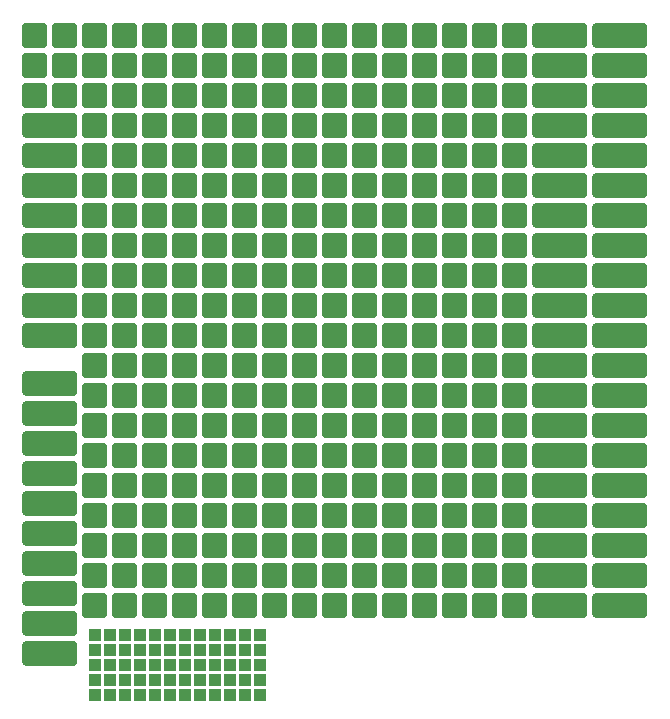
<source format=gbr>
G04 #@! TF.GenerationSoftware,KiCad,Pcbnew,5.1.6-c6e7f7d~87~ubuntu18.04.1*
G04 #@! TF.CreationDate,2020-08-06T18:59:17+02:00*
G04 #@! TF.ProjectId,pcb-business-card,7063622d-6275-4736-996e-6573732d6361,rev?*
G04 #@! TF.SameCoordinates,Original*
G04 #@! TF.FileFunction,Copper,L2,Bot*
G04 #@! TF.FilePolarity,Positive*
%FSLAX46Y46*%
G04 Gerber Fmt 4.6, Leading zero omitted, Abs format (unit mm)*
G04 Created by KiCad (PCBNEW 5.1.6-c6e7f7d~87~ubuntu18.04.1) date 2020-08-06 18:59:17*
%MOMM*%
%LPD*%
G01*
G04 APERTURE LIST*
G04 #@! TA.AperFunction,ComponentPad*
%ADD10R,1.080000X1.080000*%
G04 #@! TD*
G04 APERTURE END LIST*
G04 #@! TA.AperFunction,ComponentPad*
G36*
G01*
X143720000Y-87208000D02*
X143720000Y-85512000D01*
G75*
G02*
X143932000Y-85300000I212000J0D01*
G01*
X145628000Y-85300000D01*
G75*
G02*
X145840000Y-85512000I0J-212000D01*
G01*
X145840000Y-87208000D01*
G75*
G02*
X145628000Y-87420000I-212000J0D01*
G01*
X143932000Y-87420000D01*
G75*
G02*
X143720000Y-87208000I0J212000D01*
G01*
G37*
G04 #@! TD.AperFunction*
G04 #@! TA.AperFunction,ComponentPad*
G36*
G01*
X148800000Y-87208000D02*
X148800000Y-85512000D01*
G75*
G02*
X149012000Y-85300000I212000J0D01*
G01*
X150708000Y-85300000D01*
G75*
G02*
X150920000Y-85512000I0J-212000D01*
G01*
X150920000Y-87208000D01*
G75*
G02*
X150708000Y-87420000I-212000J0D01*
G01*
X149012000Y-87420000D01*
G75*
G02*
X148800000Y-87208000I0J212000D01*
G01*
G37*
G04 #@! TD.AperFunction*
G04 #@! TA.AperFunction,ComponentPad*
G36*
G01*
X141180000Y-87208000D02*
X141180000Y-85512000D01*
G75*
G02*
X141392000Y-85300000I212000J0D01*
G01*
X143088000Y-85300000D01*
G75*
G02*
X143300000Y-85512000I0J-212000D01*
G01*
X143300000Y-87208000D01*
G75*
G02*
X143088000Y-87420000I-212000J0D01*
G01*
X141392000Y-87420000D01*
G75*
G02*
X141180000Y-87208000I0J212000D01*
G01*
G37*
G04 #@! TD.AperFunction*
G04 #@! TA.AperFunction,ComponentPad*
G36*
G01*
X161500000Y-87208000D02*
X161500000Y-85512000D01*
G75*
G02*
X161712000Y-85300000I212000J0D01*
G01*
X163408000Y-85300000D01*
G75*
G02*
X163620000Y-85512000I0J-212000D01*
G01*
X163620000Y-87208000D01*
G75*
G02*
X163408000Y-87420000I-212000J0D01*
G01*
X161712000Y-87420000D01*
G75*
G02*
X161500000Y-87208000I0J212000D01*
G01*
G37*
G04 #@! TD.AperFunction*
G04 #@! TA.AperFunction,ComponentPad*
G36*
G01*
X128480000Y-87208000D02*
X128480000Y-85512000D01*
G75*
G02*
X128692000Y-85300000I212000J0D01*
G01*
X130388000Y-85300000D01*
G75*
G02*
X130600000Y-85512000I0J-212000D01*
G01*
X130600000Y-87208000D01*
G75*
G02*
X130388000Y-87420000I-212000J0D01*
G01*
X128692000Y-87420000D01*
G75*
G02*
X128480000Y-87208000I0J212000D01*
G01*
G37*
G04 #@! TD.AperFunction*
G04 #@! TA.AperFunction,ComponentPad*
G36*
G01*
X125940000Y-87208000D02*
X125940000Y-85512000D01*
G75*
G02*
X126152000Y-85300000I212000J0D01*
G01*
X127848000Y-85300000D01*
G75*
G02*
X128060000Y-85512000I0J-212000D01*
G01*
X128060000Y-87208000D01*
G75*
G02*
X127848000Y-87420000I-212000J0D01*
G01*
X126152000Y-87420000D01*
G75*
G02*
X125940000Y-87208000I0J212000D01*
G01*
G37*
G04 #@! TD.AperFunction*
G04 #@! TA.AperFunction,ComponentPad*
G36*
G01*
X146260000Y-87208000D02*
X146260000Y-85512000D01*
G75*
G02*
X146472000Y-85300000I212000J0D01*
G01*
X148168000Y-85300000D01*
G75*
G02*
X148380000Y-85512000I0J-212000D01*
G01*
X148380000Y-87208000D01*
G75*
G02*
X148168000Y-87420000I-212000J0D01*
G01*
X146472000Y-87420000D01*
G75*
G02*
X146260000Y-87208000I0J212000D01*
G01*
G37*
G04 #@! TD.AperFunction*
G04 #@! TA.AperFunction,ComponentPad*
G36*
G01*
X156420000Y-87208000D02*
X156420000Y-85512000D01*
G75*
G02*
X156632000Y-85300000I212000J0D01*
G01*
X158328000Y-85300000D01*
G75*
G02*
X158540000Y-85512000I0J-212000D01*
G01*
X158540000Y-87208000D01*
G75*
G02*
X158328000Y-87420000I-212000J0D01*
G01*
X156632000Y-87420000D01*
G75*
G02*
X156420000Y-87208000I0J212000D01*
G01*
G37*
G04 #@! TD.AperFunction*
G04 #@! TA.AperFunction,ComponentPad*
G36*
G01*
X138640000Y-87208000D02*
X138640000Y-85512000D01*
G75*
G02*
X138852000Y-85300000I212000J0D01*
G01*
X140548000Y-85300000D01*
G75*
G02*
X140760000Y-85512000I0J-212000D01*
G01*
X140760000Y-87208000D01*
G75*
G02*
X140548000Y-87420000I-212000J0D01*
G01*
X138852000Y-87420000D01*
G75*
G02*
X138640000Y-87208000I0J212000D01*
G01*
G37*
G04 #@! TD.AperFunction*
G04 #@! TA.AperFunction,ComponentPad*
G36*
G01*
X153880000Y-87208000D02*
X153880000Y-85512000D01*
G75*
G02*
X154092000Y-85300000I212000J0D01*
G01*
X155788000Y-85300000D01*
G75*
G02*
X156000000Y-85512000I0J-212000D01*
G01*
X156000000Y-87208000D01*
G75*
G02*
X155788000Y-87420000I-212000J0D01*
G01*
X154092000Y-87420000D01*
G75*
G02*
X153880000Y-87208000I0J212000D01*
G01*
G37*
G04 #@! TD.AperFunction*
G04 #@! TA.AperFunction,ComponentPad*
G36*
G01*
X151340000Y-87208000D02*
X151340000Y-85512000D01*
G75*
G02*
X151552000Y-85300000I212000J0D01*
G01*
X153248000Y-85300000D01*
G75*
G02*
X153460000Y-85512000I0J-212000D01*
G01*
X153460000Y-87208000D01*
G75*
G02*
X153248000Y-87420000I-212000J0D01*
G01*
X151552000Y-87420000D01*
G75*
G02*
X151340000Y-87208000I0J212000D01*
G01*
G37*
G04 #@! TD.AperFunction*
G04 #@! TA.AperFunction,ComponentPad*
G36*
G01*
X158960000Y-87208000D02*
X158960000Y-85512000D01*
G75*
G02*
X159172000Y-85300000I212000J0D01*
G01*
X160868000Y-85300000D01*
G75*
G02*
X161080000Y-85512000I0J-212000D01*
G01*
X161080000Y-87208000D01*
G75*
G02*
X160868000Y-87420000I-212000J0D01*
G01*
X159172000Y-87420000D01*
G75*
G02*
X158960000Y-87208000I0J212000D01*
G01*
G37*
G04 #@! TD.AperFunction*
G04 #@! TA.AperFunction,ComponentPad*
G36*
G01*
X133560000Y-87208000D02*
X133560000Y-85512000D01*
G75*
G02*
X133772000Y-85300000I212000J0D01*
G01*
X135468000Y-85300000D01*
G75*
G02*
X135680000Y-85512000I0J-212000D01*
G01*
X135680000Y-87208000D01*
G75*
G02*
X135468000Y-87420000I-212000J0D01*
G01*
X133772000Y-87420000D01*
G75*
G02*
X133560000Y-87208000I0J212000D01*
G01*
G37*
G04 #@! TD.AperFunction*
G04 #@! TA.AperFunction,ComponentPad*
G36*
G01*
X136100000Y-87208000D02*
X136100000Y-85512000D01*
G75*
G02*
X136312000Y-85300000I212000J0D01*
G01*
X138008000Y-85300000D01*
G75*
G02*
X138220000Y-85512000I0J-212000D01*
G01*
X138220000Y-87208000D01*
G75*
G02*
X138008000Y-87420000I-212000J0D01*
G01*
X136312000Y-87420000D01*
G75*
G02*
X136100000Y-87208000I0J212000D01*
G01*
G37*
G04 #@! TD.AperFunction*
G04 #@! TA.AperFunction,ComponentPad*
G36*
G01*
X131020000Y-87208000D02*
X131020000Y-85512000D01*
G75*
G02*
X131232000Y-85300000I212000J0D01*
G01*
X132928000Y-85300000D01*
G75*
G02*
X133140000Y-85512000I0J-212000D01*
G01*
X133140000Y-87208000D01*
G75*
G02*
X132928000Y-87420000I-212000J0D01*
G01*
X131232000Y-87420000D01*
G75*
G02*
X131020000Y-87208000I0J212000D01*
G01*
G37*
G04 #@! TD.AperFunction*
G04 #@! TA.AperFunction,ComponentPad*
G36*
G01*
X164040000Y-87208000D02*
X164040000Y-85512000D01*
G75*
G02*
X164252000Y-85300000I212000J0D01*
G01*
X165948000Y-85300000D01*
G75*
G02*
X166160000Y-85512000I0J-212000D01*
G01*
X166160000Y-87208000D01*
G75*
G02*
X165948000Y-87420000I-212000J0D01*
G01*
X164252000Y-87420000D01*
G75*
G02*
X164040000Y-87208000I0J212000D01*
G01*
G37*
G04 #@! TD.AperFunction*
G04 #@! TA.AperFunction,ComponentPad*
G36*
G01*
X123400000Y-87208000D02*
X123400000Y-85512000D01*
G75*
G02*
X123612000Y-85300000I212000J0D01*
G01*
X125308000Y-85300000D01*
G75*
G02*
X125520000Y-85512000I0J-212000D01*
G01*
X125520000Y-87208000D01*
G75*
G02*
X125308000Y-87420000I-212000J0D01*
G01*
X123612000Y-87420000D01*
G75*
G02*
X123400000Y-87208000I0J212000D01*
G01*
G37*
G04 #@! TD.AperFunction*
G04 #@! TA.AperFunction,ComponentPad*
G36*
G01*
X123400000Y-89748000D02*
X123400000Y-88052000D01*
G75*
G02*
X123612000Y-87840000I212000J0D01*
G01*
X125308000Y-87840000D01*
G75*
G02*
X125520000Y-88052000I0J-212000D01*
G01*
X125520000Y-89748000D01*
G75*
G02*
X125308000Y-89960000I-212000J0D01*
G01*
X123612000Y-89960000D01*
G75*
G02*
X123400000Y-89748000I0J212000D01*
G01*
G37*
G04 #@! TD.AperFunction*
G04 #@! TA.AperFunction,ComponentPad*
G36*
G01*
X123400000Y-92288000D02*
X123400000Y-90592000D01*
G75*
G02*
X123612000Y-90380000I212000J0D01*
G01*
X125308000Y-90380000D01*
G75*
G02*
X125520000Y-90592000I0J-212000D01*
G01*
X125520000Y-92288000D01*
G75*
G02*
X125308000Y-92500000I-212000J0D01*
G01*
X123612000Y-92500000D01*
G75*
G02*
X123400000Y-92288000I0J212000D01*
G01*
G37*
G04 #@! TD.AperFunction*
G04 #@! TA.AperFunction,ComponentPad*
G36*
G01*
X125940000Y-92288000D02*
X125940000Y-90592000D01*
G75*
G02*
X126152000Y-90380000I212000J0D01*
G01*
X127848000Y-90380000D01*
G75*
G02*
X128060000Y-90592000I0J-212000D01*
G01*
X128060000Y-92288000D01*
G75*
G02*
X127848000Y-92500000I-212000J0D01*
G01*
X126152000Y-92500000D01*
G75*
G02*
X125940000Y-92288000I0J212000D01*
G01*
G37*
G04 #@! TD.AperFunction*
G04 #@! TA.AperFunction,ComponentPad*
G36*
G01*
X125940000Y-89748000D02*
X125940000Y-88052000D01*
G75*
G02*
X126152000Y-87840000I212000J0D01*
G01*
X127848000Y-87840000D01*
G75*
G02*
X128060000Y-88052000I0J-212000D01*
G01*
X128060000Y-89748000D01*
G75*
G02*
X127848000Y-89960000I-212000J0D01*
G01*
X126152000Y-89960000D01*
G75*
G02*
X125940000Y-89748000I0J212000D01*
G01*
G37*
G04 #@! TD.AperFunction*
G04 #@! TA.AperFunction,ComponentPad*
G36*
G01*
X141180000Y-89748000D02*
X141180000Y-88052000D01*
G75*
G02*
X141392000Y-87840000I212000J0D01*
G01*
X143088000Y-87840000D01*
G75*
G02*
X143300000Y-88052000I0J-212000D01*
G01*
X143300000Y-89748000D01*
G75*
G02*
X143088000Y-89960000I-212000J0D01*
G01*
X141392000Y-89960000D01*
G75*
G02*
X141180000Y-89748000I0J212000D01*
G01*
G37*
G04 #@! TD.AperFunction*
G04 #@! TA.AperFunction,ComponentPad*
G36*
G01*
X161500000Y-89748000D02*
X161500000Y-88052000D01*
G75*
G02*
X161712000Y-87840000I212000J0D01*
G01*
X163408000Y-87840000D01*
G75*
G02*
X163620000Y-88052000I0J-212000D01*
G01*
X163620000Y-89748000D01*
G75*
G02*
X163408000Y-89960000I-212000J0D01*
G01*
X161712000Y-89960000D01*
G75*
G02*
X161500000Y-89748000I0J212000D01*
G01*
G37*
G04 #@! TD.AperFunction*
G04 #@! TA.AperFunction,ComponentPad*
G36*
G01*
X128480000Y-89748000D02*
X128480000Y-88052000D01*
G75*
G02*
X128692000Y-87840000I212000J0D01*
G01*
X130388000Y-87840000D01*
G75*
G02*
X130600000Y-88052000I0J-212000D01*
G01*
X130600000Y-89748000D01*
G75*
G02*
X130388000Y-89960000I-212000J0D01*
G01*
X128692000Y-89960000D01*
G75*
G02*
X128480000Y-89748000I0J212000D01*
G01*
G37*
G04 #@! TD.AperFunction*
G04 #@! TA.AperFunction,ComponentPad*
G36*
G01*
X143720000Y-89748000D02*
X143720000Y-88052000D01*
G75*
G02*
X143932000Y-87840000I212000J0D01*
G01*
X145628000Y-87840000D01*
G75*
G02*
X145840000Y-88052000I0J-212000D01*
G01*
X145840000Y-89748000D01*
G75*
G02*
X145628000Y-89960000I-212000J0D01*
G01*
X143932000Y-89960000D01*
G75*
G02*
X143720000Y-89748000I0J212000D01*
G01*
G37*
G04 #@! TD.AperFunction*
G04 #@! TA.AperFunction,ComponentPad*
G36*
G01*
X148800000Y-89748000D02*
X148800000Y-88052000D01*
G75*
G02*
X149012000Y-87840000I212000J0D01*
G01*
X150708000Y-87840000D01*
G75*
G02*
X150920000Y-88052000I0J-212000D01*
G01*
X150920000Y-89748000D01*
G75*
G02*
X150708000Y-89960000I-212000J0D01*
G01*
X149012000Y-89960000D01*
G75*
G02*
X148800000Y-89748000I0J212000D01*
G01*
G37*
G04 #@! TD.AperFunction*
G04 #@! TA.AperFunction,ComponentPad*
G36*
G01*
X164040000Y-89748000D02*
X164040000Y-88052000D01*
G75*
G02*
X164252000Y-87840000I212000J0D01*
G01*
X165948000Y-87840000D01*
G75*
G02*
X166160000Y-88052000I0J-212000D01*
G01*
X166160000Y-89748000D01*
G75*
G02*
X165948000Y-89960000I-212000J0D01*
G01*
X164252000Y-89960000D01*
G75*
G02*
X164040000Y-89748000I0J212000D01*
G01*
G37*
G04 #@! TD.AperFunction*
G04 #@! TA.AperFunction,ComponentPad*
G36*
G01*
X136100000Y-89748000D02*
X136100000Y-88052000D01*
G75*
G02*
X136312000Y-87840000I212000J0D01*
G01*
X138008000Y-87840000D01*
G75*
G02*
X138220000Y-88052000I0J-212000D01*
G01*
X138220000Y-89748000D01*
G75*
G02*
X138008000Y-89960000I-212000J0D01*
G01*
X136312000Y-89960000D01*
G75*
G02*
X136100000Y-89748000I0J212000D01*
G01*
G37*
G04 #@! TD.AperFunction*
G04 #@! TA.AperFunction,ComponentPad*
G36*
G01*
X146260000Y-89748000D02*
X146260000Y-88052000D01*
G75*
G02*
X146472000Y-87840000I212000J0D01*
G01*
X148168000Y-87840000D01*
G75*
G02*
X148380000Y-88052000I0J-212000D01*
G01*
X148380000Y-89748000D01*
G75*
G02*
X148168000Y-89960000I-212000J0D01*
G01*
X146472000Y-89960000D01*
G75*
G02*
X146260000Y-89748000I0J212000D01*
G01*
G37*
G04 #@! TD.AperFunction*
G04 #@! TA.AperFunction,ComponentPad*
G36*
G01*
X156420000Y-89748000D02*
X156420000Y-88052000D01*
G75*
G02*
X156632000Y-87840000I212000J0D01*
G01*
X158328000Y-87840000D01*
G75*
G02*
X158540000Y-88052000I0J-212000D01*
G01*
X158540000Y-89748000D01*
G75*
G02*
X158328000Y-89960000I-212000J0D01*
G01*
X156632000Y-89960000D01*
G75*
G02*
X156420000Y-89748000I0J212000D01*
G01*
G37*
G04 #@! TD.AperFunction*
G04 #@! TA.AperFunction,ComponentPad*
G36*
G01*
X131020000Y-89748000D02*
X131020000Y-88052000D01*
G75*
G02*
X131232000Y-87840000I212000J0D01*
G01*
X132928000Y-87840000D01*
G75*
G02*
X133140000Y-88052000I0J-212000D01*
G01*
X133140000Y-89748000D01*
G75*
G02*
X132928000Y-89960000I-212000J0D01*
G01*
X131232000Y-89960000D01*
G75*
G02*
X131020000Y-89748000I0J212000D01*
G01*
G37*
G04 #@! TD.AperFunction*
G04 #@! TA.AperFunction,ComponentPad*
G36*
G01*
X151340000Y-89748000D02*
X151340000Y-88052000D01*
G75*
G02*
X151552000Y-87840000I212000J0D01*
G01*
X153248000Y-87840000D01*
G75*
G02*
X153460000Y-88052000I0J-212000D01*
G01*
X153460000Y-89748000D01*
G75*
G02*
X153248000Y-89960000I-212000J0D01*
G01*
X151552000Y-89960000D01*
G75*
G02*
X151340000Y-89748000I0J212000D01*
G01*
G37*
G04 #@! TD.AperFunction*
G04 #@! TA.AperFunction,ComponentPad*
G36*
G01*
X138640000Y-89748000D02*
X138640000Y-88052000D01*
G75*
G02*
X138852000Y-87840000I212000J0D01*
G01*
X140548000Y-87840000D01*
G75*
G02*
X140760000Y-88052000I0J-212000D01*
G01*
X140760000Y-89748000D01*
G75*
G02*
X140548000Y-89960000I-212000J0D01*
G01*
X138852000Y-89960000D01*
G75*
G02*
X138640000Y-89748000I0J212000D01*
G01*
G37*
G04 #@! TD.AperFunction*
G04 #@! TA.AperFunction,ComponentPad*
G36*
G01*
X153880000Y-89748000D02*
X153880000Y-88052000D01*
G75*
G02*
X154092000Y-87840000I212000J0D01*
G01*
X155788000Y-87840000D01*
G75*
G02*
X156000000Y-88052000I0J-212000D01*
G01*
X156000000Y-89748000D01*
G75*
G02*
X155788000Y-89960000I-212000J0D01*
G01*
X154092000Y-89960000D01*
G75*
G02*
X153880000Y-89748000I0J212000D01*
G01*
G37*
G04 #@! TD.AperFunction*
G04 #@! TA.AperFunction,ComponentPad*
G36*
G01*
X158960000Y-89748000D02*
X158960000Y-88052000D01*
G75*
G02*
X159172000Y-87840000I212000J0D01*
G01*
X160868000Y-87840000D01*
G75*
G02*
X161080000Y-88052000I0J-212000D01*
G01*
X161080000Y-89748000D01*
G75*
G02*
X160868000Y-89960000I-212000J0D01*
G01*
X159172000Y-89960000D01*
G75*
G02*
X158960000Y-89748000I0J212000D01*
G01*
G37*
G04 #@! TD.AperFunction*
G04 #@! TA.AperFunction,ComponentPad*
G36*
G01*
X133560000Y-89748000D02*
X133560000Y-88052000D01*
G75*
G02*
X133772000Y-87840000I212000J0D01*
G01*
X135468000Y-87840000D01*
G75*
G02*
X135680000Y-88052000I0J-212000D01*
G01*
X135680000Y-89748000D01*
G75*
G02*
X135468000Y-89960000I-212000J0D01*
G01*
X133772000Y-89960000D01*
G75*
G02*
X133560000Y-89748000I0J212000D01*
G01*
G37*
G04 #@! TD.AperFunction*
G04 #@! TA.AperFunction,ComponentPad*
G36*
G01*
X141180000Y-92288000D02*
X141180000Y-90592000D01*
G75*
G02*
X141392000Y-90380000I212000J0D01*
G01*
X143088000Y-90380000D01*
G75*
G02*
X143300000Y-90592000I0J-212000D01*
G01*
X143300000Y-92288000D01*
G75*
G02*
X143088000Y-92500000I-212000J0D01*
G01*
X141392000Y-92500000D01*
G75*
G02*
X141180000Y-92288000I0J212000D01*
G01*
G37*
G04 #@! TD.AperFunction*
G04 #@! TA.AperFunction,ComponentPad*
G36*
G01*
X161500000Y-92288000D02*
X161500000Y-90592000D01*
G75*
G02*
X161712000Y-90380000I212000J0D01*
G01*
X163408000Y-90380000D01*
G75*
G02*
X163620000Y-90592000I0J-212000D01*
G01*
X163620000Y-92288000D01*
G75*
G02*
X163408000Y-92500000I-212000J0D01*
G01*
X161712000Y-92500000D01*
G75*
G02*
X161500000Y-92288000I0J212000D01*
G01*
G37*
G04 #@! TD.AperFunction*
G04 #@! TA.AperFunction,ComponentPad*
G36*
G01*
X128480000Y-92288000D02*
X128480000Y-90592000D01*
G75*
G02*
X128692000Y-90380000I212000J0D01*
G01*
X130388000Y-90380000D01*
G75*
G02*
X130600000Y-90592000I0J-212000D01*
G01*
X130600000Y-92288000D01*
G75*
G02*
X130388000Y-92500000I-212000J0D01*
G01*
X128692000Y-92500000D01*
G75*
G02*
X128480000Y-92288000I0J212000D01*
G01*
G37*
G04 #@! TD.AperFunction*
G04 #@! TA.AperFunction,ComponentPad*
G36*
G01*
X143720000Y-92288000D02*
X143720000Y-90592000D01*
G75*
G02*
X143932000Y-90380000I212000J0D01*
G01*
X145628000Y-90380000D01*
G75*
G02*
X145840000Y-90592000I0J-212000D01*
G01*
X145840000Y-92288000D01*
G75*
G02*
X145628000Y-92500000I-212000J0D01*
G01*
X143932000Y-92500000D01*
G75*
G02*
X143720000Y-92288000I0J212000D01*
G01*
G37*
G04 #@! TD.AperFunction*
G04 #@! TA.AperFunction,ComponentPad*
G36*
G01*
X148800000Y-92288000D02*
X148800000Y-90592000D01*
G75*
G02*
X149012000Y-90380000I212000J0D01*
G01*
X150708000Y-90380000D01*
G75*
G02*
X150920000Y-90592000I0J-212000D01*
G01*
X150920000Y-92288000D01*
G75*
G02*
X150708000Y-92500000I-212000J0D01*
G01*
X149012000Y-92500000D01*
G75*
G02*
X148800000Y-92288000I0J212000D01*
G01*
G37*
G04 #@! TD.AperFunction*
G04 #@! TA.AperFunction,ComponentPad*
G36*
G01*
X136100000Y-92288000D02*
X136100000Y-90592000D01*
G75*
G02*
X136312000Y-90380000I212000J0D01*
G01*
X138008000Y-90380000D01*
G75*
G02*
X138220000Y-90592000I0J-212000D01*
G01*
X138220000Y-92288000D01*
G75*
G02*
X138008000Y-92500000I-212000J0D01*
G01*
X136312000Y-92500000D01*
G75*
G02*
X136100000Y-92288000I0J212000D01*
G01*
G37*
G04 #@! TD.AperFunction*
G04 #@! TA.AperFunction,ComponentPad*
G36*
G01*
X146260000Y-92288000D02*
X146260000Y-90592000D01*
G75*
G02*
X146472000Y-90380000I212000J0D01*
G01*
X148168000Y-90380000D01*
G75*
G02*
X148380000Y-90592000I0J-212000D01*
G01*
X148380000Y-92288000D01*
G75*
G02*
X148168000Y-92500000I-212000J0D01*
G01*
X146472000Y-92500000D01*
G75*
G02*
X146260000Y-92288000I0J212000D01*
G01*
G37*
G04 #@! TD.AperFunction*
G04 #@! TA.AperFunction,ComponentPad*
G36*
G01*
X156420000Y-92288000D02*
X156420000Y-90592000D01*
G75*
G02*
X156632000Y-90380000I212000J0D01*
G01*
X158328000Y-90380000D01*
G75*
G02*
X158540000Y-90592000I0J-212000D01*
G01*
X158540000Y-92288000D01*
G75*
G02*
X158328000Y-92500000I-212000J0D01*
G01*
X156632000Y-92500000D01*
G75*
G02*
X156420000Y-92288000I0J212000D01*
G01*
G37*
G04 #@! TD.AperFunction*
G04 #@! TA.AperFunction,ComponentPad*
G36*
G01*
X131020000Y-92288000D02*
X131020000Y-90592000D01*
G75*
G02*
X131232000Y-90380000I212000J0D01*
G01*
X132928000Y-90380000D01*
G75*
G02*
X133140000Y-90592000I0J-212000D01*
G01*
X133140000Y-92288000D01*
G75*
G02*
X132928000Y-92500000I-212000J0D01*
G01*
X131232000Y-92500000D01*
G75*
G02*
X131020000Y-92288000I0J212000D01*
G01*
G37*
G04 #@! TD.AperFunction*
G04 #@! TA.AperFunction,ComponentPad*
G36*
G01*
X151340000Y-92288000D02*
X151340000Y-90592000D01*
G75*
G02*
X151552000Y-90380000I212000J0D01*
G01*
X153248000Y-90380000D01*
G75*
G02*
X153460000Y-90592000I0J-212000D01*
G01*
X153460000Y-92288000D01*
G75*
G02*
X153248000Y-92500000I-212000J0D01*
G01*
X151552000Y-92500000D01*
G75*
G02*
X151340000Y-92288000I0J212000D01*
G01*
G37*
G04 #@! TD.AperFunction*
G04 #@! TA.AperFunction,ComponentPad*
G36*
G01*
X138640000Y-92288000D02*
X138640000Y-90592000D01*
G75*
G02*
X138852000Y-90380000I212000J0D01*
G01*
X140548000Y-90380000D01*
G75*
G02*
X140760000Y-90592000I0J-212000D01*
G01*
X140760000Y-92288000D01*
G75*
G02*
X140548000Y-92500000I-212000J0D01*
G01*
X138852000Y-92500000D01*
G75*
G02*
X138640000Y-92288000I0J212000D01*
G01*
G37*
G04 #@! TD.AperFunction*
G04 #@! TA.AperFunction,ComponentPad*
G36*
G01*
X153880000Y-92288000D02*
X153880000Y-90592000D01*
G75*
G02*
X154092000Y-90380000I212000J0D01*
G01*
X155788000Y-90380000D01*
G75*
G02*
X156000000Y-90592000I0J-212000D01*
G01*
X156000000Y-92288000D01*
G75*
G02*
X155788000Y-92500000I-212000J0D01*
G01*
X154092000Y-92500000D01*
G75*
G02*
X153880000Y-92288000I0J212000D01*
G01*
G37*
G04 #@! TD.AperFunction*
G04 #@! TA.AperFunction,ComponentPad*
G36*
G01*
X158960000Y-92288000D02*
X158960000Y-90592000D01*
G75*
G02*
X159172000Y-90380000I212000J0D01*
G01*
X160868000Y-90380000D01*
G75*
G02*
X161080000Y-90592000I0J-212000D01*
G01*
X161080000Y-92288000D01*
G75*
G02*
X160868000Y-92500000I-212000J0D01*
G01*
X159172000Y-92500000D01*
G75*
G02*
X158960000Y-92288000I0J212000D01*
G01*
G37*
G04 #@! TD.AperFunction*
G04 #@! TA.AperFunction,ComponentPad*
G36*
G01*
X133560000Y-92288000D02*
X133560000Y-90592000D01*
G75*
G02*
X133772000Y-90380000I212000J0D01*
G01*
X135468000Y-90380000D01*
G75*
G02*
X135680000Y-90592000I0J-212000D01*
G01*
X135680000Y-92288000D01*
G75*
G02*
X135468000Y-92500000I-212000J0D01*
G01*
X133772000Y-92500000D01*
G75*
G02*
X133560000Y-92288000I0J212000D01*
G01*
G37*
G04 #@! TD.AperFunction*
G04 #@! TA.AperFunction,ComponentPad*
G36*
G01*
X164040000Y-92288000D02*
X164040000Y-90592000D01*
G75*
G02*
X164252000Y-90380000I212000J0D01*
G01*
X165948000Y-90380000D01*
G75*
G02*
X166160000Y-90592000I0J-212000D01*
G01*
X166160000Y-92288000D01*
G75*
G02*
X165948000Y-92500000I-212000J0D01*
G01*
X164252000Y-92500000D01*
G75*
G02*
X164040000Y-92288000I0J212000D01*
G01*
G37*
G04 #@! TD.AperFunction*
D10*
X129540000Y-137160000D03*
X129540000Y-142240000D03*
X129540000Y-139700000D03*
X129540000Y-138430000D03*
X129540000Y-140970000D03*
X133350000Y-137160000D03*
X130810000Y-137160000D03*
X130810000Y-142240000D03*
X133350000Y-142240000D03*
X134620000Y-142240000D03*
X133350000Y-139700000D03*
X130810000Y-139700000D03*
X134620000Y-139700000D03*
X132080000Y-139700000D03*
X132080000Y-138430000D03*
X133350000Y-138430000D03*
X130810000Y-138430000D03*
X133350000Y-140970000D03*
X132080000Y-142240000D03*
X130810000Y-140970000D03*
X134620000Y-138430000D03*
X134620000Y-140970000D03*
X132080000Y-140970000D03*
X132080000Y-137160000D03*
X134620000Y-137160000D03*
X135890000Y-142240000D03*
X138430000Y-142240000D03*
X139700000Y-142240000D03*
X138430000Y-139700000D03*
X135890000Y-139700000D03*
X139700000Y-139700000D03*
X137160000Y-139700000D03*
X137160000Y-138430000D03*
X138430000Y-138430000D03*
X135890000Y-138430000D03*
X138430000Y-140970000D03*
X137160000Y-142240000D03*
X135890000Y-140970000D03*
X139700000Y-138430000D03*
X139700000Y-140970000D03*
X137160000Y-140970000D03*
X137160000Y-137160000D03*
X138430000Y-137160000D03*
X135890000Y-137160000D03*
X139700000Y-137160000D03*
X140970000Y-142240000D03*
X142240000Y-137160000D03*
X143510000Y-137160000D03*
X140970000Y-137160000D03*
X143510000Y-138430000D03*
X140970000Y-138430000D03*
X142240000Y-138430000D03*
X143510000Y-139700000D03*
X140970000Y-139700000D03*
X142240000Y-139700000D03*
X142240000Y-140970000D03*
X143510000Y-140970000D03*
X140970000Y-140970000D03*
X142240000Y-142240000D03*
X143510000Y-142240000D03*
G04 #@! TA.AperFunction,ComponentPad*
G36*
G01*
X143720000Y-130388000D02*
X143720000Y-128692000D01*
G75*
G02*
X143932000Y-128480000I212000J0D01*
G01*
X145628000Y-128480000D01*
G75*
G02*
X145840000Y-128692000I0J-212000D01*
G01*
X145840000Y-130388000D01*
G75*
G02*
X145628000Y-130600000I-212000J0D01*
G01*
X143932000Y-130600000D01*
G75*
G02*
X143720000Y-130388000I0J212000D01*
G01*
G37*
G04 #@! TD.AperFunction*
G04 #@! TA.AperFunction,ComponentPad*
G36*
G01*
X143720000Y-135468000D02*
X143720000Y-133772000D01*
G75*
G02*
X143932000Y-133560000I212000J0D01*
G01*
X145628000Y-133560000D01*
G75*
G02*
X145840000Y-133772000I0J-212000D01*
G01*
X145840000Y-135468000D01*
G75*
G02*
X145628000Y-135680000I-212000J0D01*
G01*
X143932000Y-135680000D01*
G75*
G02*
X143720000Y-135468000I0J212000D01*
G01*
G37*
G04 #@! TD.AperFunction*
G04 #@! TA.AperFunction,ComponentPad*
G36*
G01*
X143720000Y-132928000D02*
X143720000Y-131232000D01*
G75*
G02*
X143932000Y-131020000I212000J0D01*
G01*
X145628000Y-131020000D01*
G75*
G02*
X145840000Y-131232000I0J-212000D01*
G01*
X145840000Y-132928000D01*
G75*
G02*
X145628000Y-133140000I-212000J0D01*
G01*
X143932000Y-133140000D01*
G75*
G02*
X143720000Y-132928000I0J212000D01*
G01*
G37*
G04 #@! TD.AperFunction*
G04 #@! TA.AperFunction,ComponentPad*
G36*
G01*
X148800000Y-130388000D02*
X148800000Y-128692000D01*
G75*
G02*
X149012000Y-128480000I212000J0D01*
G01*
X150708000Y-128480000D01*
G75*
G02*
X150920000Y-128692000I0J-212000D01*
G01*
X150920000Y-130388000D01*
G75*
G02*
X150708000Y-130600000I-212000J0D01*
G01*
X149012000Y-130600000D01*
G75*
G02*
X148800000Y-130388000I0J212000D01*
G01*
G37*
G04 #@! TD.AperFunction*
G04 #@! TA.AperFunction,ComponentPad*
G36*
G01*
X148800000Y-135468000D02*
X148800000Y-133772000D01*
G75*
G02*
X149012000Y-133560000I212000J0D01*
G01*
X150708000Y-133560000D01*
G75*
G02*
X150920000Y-133772000I0J-212000D01*
G01*
X150920000Y-135468000D01*
G75*
G02*
X150708000Y-135680000I-212000J0D01*
G01*
X149012000Y-135680000D01*
G75*
G02*
X148800000Y-135468000I0J212000D01*
G01*
G37*
G04 #@! TD.AperFunction*
G04 #@! TA.AperFunction,ComponentPad*
G36*
G01*
X148800000Y-132928000D02*
X148800000Y-131232000D01*
G75*
G02*
X149012000Y-131020000I212000J0D01*
G01*
X150708000Y-131020000D01*
G75*
G02*
X150920000Y-131232000I0J-212000D01*
G01*
X150920000Y-132928000D01*
G75*
G02*
X150708000Y-133140000I-212000J0D01*
G01*
X149012000Y-133140000D01*
G75*
G02*
X148800000Y-132928000I0J212000D01*
G01*
G37*
G04 #@! TD.AperFunction*
G04 #@! TA.AperFunction,ComponentPad*
G36*
G01*
X153880000Y-135468000D02*
X153880000Y-133772000D01*
G75*
G02*
X154092000Y-133560000I212000J0D01*
G01*
X155788000Y-133560000D01*
G75*
G02*
X156000000Y-133772000I0J-212000D01*
G01*
X156000000Y-135468000D01*
G75*
G02*
X155788000Y-135680000I-212000J0D01*
G01*
X154092000Y-135680000D01*
G75*
G02*
X153880000Y-135468000I0J212000D01*
G01*
G37*
G04 #@! TD.AperFunction*
G04 #@! TA.AperFunction,ComponentPad*
G36*
G01*
X153880000Y-132928000D02*
X153880000Y-131232000D01*
G75*
G02*
X154092000Y-131020000I212000J0D01*
G01*
X155788000Y-131020000D01*
G75*
G02*
X156000000Y-131232000I0J-212000D01*
G01*
X156000000Y-132928000D01*
G75*
G02*
X155788000Y-133140000I-212000J0D01*
G01*
X154092000Y-133140000D01*
G75*
G02*
X153880000Y-132928000I0J212000D01*
G01*
G37*
G04 #@! TD.AperFunction*
G04 #@! TA.AperFunction,ComponentPad*
G36*
G01*
X153880000Y-130388000D02*
X153880000Y-128692000D01*
G75*
G02*
X154092000Y-128480000I212000J0D01*
G01*
X155788000Y-128480000D01*
G75*
G02*
X156000000Y-128692000I0J-212000D01*
G01*
X156000000Y-130388000D01*
G75*
G02*
X155788000Y-130600000I-212000J0D01*
G01*
X154092000Y-130600000D01*
G75*
G02*
X153880000Y-130388000I0J212000D01*
G01*
G37*
G04 #@! TD.AperFunction*
G04 #@! TA.AperFunction,ComponentPad*
G36*
G01*
X141180000Y-130388000D02*
X141180000Y-128692000D01*
G75*
G02*
X141392000Y-128480000I212000J0D01*
G01*
X143088000Y-128480000D01*
G75*
G02*
X143300000Y-128692000I0J-212000D01*
G01*
X143300000Y-130388000D01*
G75*
G02*
X143088000Y-130600000I-212000J0D01*
G01*
X141392000Y-130600000D01*
G75*
G02*
X141180000Y-130388000I0J212000D01*
G01*
G37*
G04 #@! TD.AperFunction*
G04 #@! TA.AperFunction,ComponentPad*
G36*
G01*
X133560000Y-130388000D02*
X133560000Y-128692000D01*
G75*
G02*
X133772000Y-128480000I212000J0D01*
G01*
X135468000Y-128480000D01*
G75*
G02*
X135680000Y-128692000I0J-212000D01*
G01*
X135680000Y-130388000D01*
G75*
G02*
X135468000Y-130600000I-212000J0D01*
G01*
X133772000Y-130600000D01*
G75*
G02*
X133560000Y-130388000I0J212000D01*
G01*
G37*
G04 #@! TD.AperFunction*
G04 #@! TA.AperFunction,ComponentPad*
G36*
G01*
X133560000Y-135468000D02*
X133560000Y-133772000D01*
G75*
G02*
X133772000Y-133560000I212000J0D01*
G01*
X135468000Y-133560000D01*
G75*
G02*
X135680000Y-133772000I0J-212000D01*
G01*
X135680000Y-135468000D01*
G75*
G02*
X135468000Y-135680000I-212000J0D01*
G01*
X133772000Y-135680000D01*
G75*
G02*
X133560000Y-135468000I0J212000D01*
G01*
G37*
G04 #@! TD.AperFunction*
G04 #@! TA.AperFunction,ComponentPad*
G36*
G01*
X164040000Y-132928000D02*
X164040000Y-131232000D01*
G75*
G02*
X164252000Y-131020000I212000J0D01*
G01*
X165948000Y-131020000D01*
G75*
G02*
X166160000Y-131232000I0J-212000D01*
G01*
X166160000Y-132928000D01*
G75*
G02*
X165948000Y-133140000I-212000J0D01*
G01*
X164252000Y-133140000D01*
G75*
G02*
X164040000Y-132928000I0J212000D01*
G01*
G37*
G04 #@! TD.AperFunction*
G04 #@! TA.AperFunction,ComponentPad*
G36*
G01*
X164040000Y-130388000D02*
X164040000Y-128692000D01*
G75*
G02*
X164252000Y-128480000I212000J0D01*
G01*
X165948000Y-128480000D01*
G75*
G02*
X166160000Y-128692000I0J-212000D01*
G01*
X166160000Y-130388000D01*
G75*
G02*
X165948000Y-130600000I-212000J0D01*
G01*
X164252000Y-130600000D01*
G75*
G02*
X164040000Y-130388000I0J212000D01*
G01*
G37*
G04 #@! TD.AperFunction*
G04 #@! TA.AperFunction,ComponentPad*
G36*
G01*
X164040000Y-135468000D02*
X164040000Y-133772000D01*
G75*
G02*
X164252000Y-133560000I212000J0D01*
G01*
X165948000Y-133560000D01*
G75*
G02*
X166160000Y-133772000I0J-212000D01*
G01*
X166160000Y-135468000D01*
G75*
G02*
X165948000Y-135680000I-212000J0D01*
G01*
X164252000Y-135680000D01*
G75*
G02*
X164040000Y-135468000I0J212000D01*
G01*
G37*
G04 #@! TD.AperFunction*
G04 #@! TA.AperFunction,ComponentPad*
G36*
G01*
X136100000Y-130388000D02*
X136100000Y-128692000D01*
G75*
G02*
X136312000Y-128480000I212000J0D01*
G01*
X138008000Y-128480000D01*
G75*
G02*
X138220000Y-128692000I0J-212000D01*
G01*
X138220000Y-130388000D01*
G75*
G02*
X138008000Y-130600000I-212000J0D01*
G01*
X136312000Y-130600000D01*
G75*
G02*
X136100000Y-130388000I0J212000D01*
G01*
G37*
G04 #@! TD.AperFunction*
G04 #@! TA.AperFunction,ComponentPad*
G36*
G01*
X156420000Y-135468000D02*
X156420000Y-133772000D01*
G75*
G02*
X156632000Y-133560000I212000J0D01*
G01*
X158328000Y-133560000D01*
G75*
G02*
X158540000Y-133772000I0J-212000D01*
G01*
X158540000Y-135468000D01*
G75*
G02*
X158328000Y-135680000I-212000J0D01*
G01*
X156632000Y-135680000D01*
G75*
G02*
X156420000Y-135468000I0J212000D01*
G01*
G37*
G04 #@! TD.AperFunction*
G04 #@! TA.AperFunction,ComponentPad*
G36*
G01*
X156420000Y-132928000D02*
X156420000Y-131232000D01*
G75*
G02*
X156632000Y-131020000I212000J0D01*
G01*
X158328000Y-131020000D01*
G75*
G02*
X158540000Y-131232000I0J-212000D01*
G01*
X158540000Y-132928000D01*
G75*
G02*
X158328000Y-133140000I-212000J0D01*
G01*
X156632000Y-133140000D01*
G75*
G02*
X156420000Y-132928000I0J212000D01*
G01*
G37*
G04 #@! TD.AperFunction*
G04 #@! TA.AperFunction,ComponentPad*
G36*
G01*
X156420000Y-130388000D02*
X156420000Y-128692000D01*
G75*
G02*
X156632000Y-128480000I212000J0D01*
G01*
X158328000Y-128480000D01*
G75*
G02*
X158540000Y-128692000I0J-212000D01*
G01*
X158540000Y-130388000D01*
G75*
G02*
X158328000Y-130600000I-212000J0D01*
G01*
X156632000Y-130600000D01*
G75*
G02*
X156420000Y-130388000I0J212000D01*
G01*
G37*
G04 #@! TD.AperFunction*
G04 #@! TA.AperFunction,ComponentPad*
G36*
G01*
X136100000Y-135468000D02*
X136100000Y-133772000D01*
G75*
G02*
X136312000Y-133560000I212000J0D01*
G01*
X138008000Y-133560000D01*
G75*
G02*
X138220000Y-133772000I0J-212000D01*
G01*
X138220000Y-135468000D01*
G75*
G02*
X138008000Y-135680000I-212000J0D01*
G01*
X136312000Y-135680000D01*
G75*
G02*
X136100000Y-135468000I0J212000D01*
G01*
G37*
G04 #@! TD.AperFunction*
G04 #@! TA.AperFunction,ComponentPad*
G36*
G01*
X136100000Y-132928000D02*
X136100000Y-131232000D01*
G75*
G02*
X136312000Y-131020000I212000J0D01*
G01*
X138008000Y-131020000D01*
G75*
G02*
X138220000Y-131232000I0J-212000D01*
G01*
X138220000Y-132928000D01*
G75*
G02*
X138008000Y-133140000I-212000J0D01*
G01*
X136312000Y-133140000D01*
G75*
G02*
X136100000Y-132928000I0J212000D01*
G01*
G37*
G04 #@! TD.AperFunction*
G04 #@! TA.AperFunction,ComponentPad*
G36*
G01*
X146260000Y-130388000D02*
X146260000Y-128692000D01*
G75*
G02*
X146472000Y-128480000I212000J0D01*
G01*
X148168000Y-128480000D01*
G75*
G02*
X148380000Y-128692000I0J-212000D01*
G01*
X148380000Y-130388000D01*
G75*
G02*
X148168000Y-130600000I-212000J0D01*
G01*
X146472000Y-130600000D01*
G75*
G02*
X146260000Y-130388000I0J212000D01*
G01*
G37*
G04 #@! TD.AperFunction*
G04 #@! TA.AperFunction,ComponentPad*
G36*
G01*
X146260000Y-135468000D02*
X146260000Y-133772000D01*
G75*
G02*
X146472000Y-133560000I212000J0D01*
G01*
X148168000Y-133560000D01*
G75*
G02*
X148380000Y-133772000I0J-212000D01*
G01*
X148380000Y-135468000D01*
G75*
G02*
X148168000Y-135680000I-212000J0D01*
G01*
X146472000Y-135680000D01*
G75*
G02*
X146260000Y-135468000I0J212000D01*
G01*
G37*
G04 #@! TD.AperFunction*
G04 #@! TA.AperFunction,ComponentPad*
G36*
G01*
X146260000Y-132928000D02*
X146260000Y-131232000D01*
G75*
G02*
X146472000Y-131020000I212000J0D01*
G01*
X148168000Y-131020000D01*
G75*
G02*
X148380000Y-131232000I0J-212000D01*
G01*
X148380000Y-132928000D01*
G75*
G02*
X148168000Y-133140000I-212000J0D01*
G01*
X146472000Y-133140000D01*
G75*
G02*
X146260000Y-132928000I0J212000D01*
G01*
G37*
G04 #@! TD.AperFunction*
G04 #@! TA.AperFunction,ComponentPad*
G36*
G01*
X158960000Y-135468000D02*
X158960000Y-133772000D01*
G75*
G02*
X159172000Y-133560000I212000J0D01*
G01*
X160868000Y-133560000D01*
G75*
G02*
X161080000Y-133772000I0J-212000D01*
G01*
X161080000Y-135468000D01*
G75*
G02*
X160868000Y-135680000I-212000J0D01*
G01*
X159172000Y-135680000D01*
G75*
G02*
X158960000Y-135468000I0J212000D01*
G01*
G37*
G04 #@! TD.AperFunction*
G04 #@! TA.AperFunction,ComponentPad*
G36*
G01*
X158960000Y-132928000D02*
X158960000Y-131232000D01*
G75*
G02*
X159172000Y-131020000I212000J0D01*
G01*
X160868000Y-131020000D01*
G75*
G02*
X161080000Y-131232000I0J-212000D01*
G01*
X161080000Y-132928000D01*
G75*
G02*
X160868000Y-133140000I-212000J0D01*
G01*
X159172000Y-133140000D01*
G75*
G02*
X158960000Y-132928000I0J212000D01*
G01*
G37*
G04 #@! TD.AperFunction*
G04 #@! TA.AperFunction,ComponentPad*
G36*
G01*
X158960000Y-130388000D02*
X158960000Y-128692000D01*
G75*
G02*
X159172000Y-128480000I212000J0D01*
G01*
X160868000Y-128480000D01*
G75*
G02*
X161080000Y-128692000I0J-212000D01*
G01*
X161080000Y-130388000D01*
G75*
G02*
X160868000Y-130600000I-212000J0D01*
G01*
X159172000Y-130600000D01*
G75*
G02*
X158960000Y-130388000I0J212000D01*
G01*
G37*
G04 #@! TD.AperFunction*
G04 #@! TA.AperFunction,ComponentPad*
G36*
G01*
X161500000Y-132928000D02*
X161500000Y-131232000D01*
G75*
G02*
X161712000Y-131020000I212000J0D01*
G01*
X163408000Y-131020000D01*
G75*
G02*
X163620000Y-131232000I0J-212000D01*
G01*
X163620000Y-132928000D01*
G75*
G02*
X163408000Y-133140000I-212000J0D01*
G01*
X161712000Y-133140000D01*
G75*
G02*
X161500000Y-132928000I0J212000D01*
G01*
G37*
G04 #@! TD.AperFunction*
G04 #@! TA.AperFunction,ComponentPad*
G36*
G01*
X161500000Y-130388000D02*
X161500000Y-128692000D01*
G75*
G02*
X161712000Y-128480000I212000J0D01*
G01*
X163408000Y-128480000D01*
G75*
G02*
X163620000Y-128692000I0J-212000D01*
G01*
X163620000Y-130388000D01*
G75*
G02*
X163408000Y-130600000I-212000J0D01*
G01*
X161712000Y-130600000D01*
G75*
G02*
X161500000Y-130388000I0J212000D01*
G01*
G37*
G04 #@! TD.AperFunction*
G04 #@! TA.AperFunction,ComponentPad*
G36*
G01*
X161500000Y-135468000D02*
X161500000Y-133772000D01*
G75*
G02*
X161712000Y-133560000I212000J0D01*
G01*
X163408000Y-133560000D01*
G75*
G02*
X163620000Y-133772000I0J-212000D01*
G01*
X163620000Y-135468000D01*
G75*
G02*
X163408000Y-135680000I-212000J0D01*
G01*
X161712000Y-135680000D01*
G75*
G02*
X161500000Y-135468000I0J212000D01*
G01*
G37*
G04 #@! TD.AperFunction*
G04 #@! TA.AperFunction,ComponentPad*
G36*
G01*
X133560000Y-132928000D02*
X133560000Y-131232000D01*
G75*
G02*
X133772000Y-131020000I212000J0D01*
G01*
X135468000Y-131020000D01*
G75*
G02*
X135680000Y-131232000I0J-212000D01*
G01*
X135680000Y-132928000D01*
G75*
G02*
X135468000Y-133140000I-212000J0D01*
G01*
X133772000Y-133140000D01*
G75*
G02*
X133560000Y-132928000I0J212000D01*
G01*
G37*
G04 #@! TD.AperFunction*
G04 #@! TA.AperFunction,ComponentPad*
G36*
G01*
X131020000Y-135468000D02*
X131020000Y-133772000D01*
G75*
G02*
X131232000Y-133560000I212000J0D01*
G01*
X132928000Y-133560000D01*
G75*
G02*
X133140000Y-133772000I0J-212000D01*
G01*
X133140000Y-135468000D01*
G75*
G02*
X132928000Y-135680000I-212000J0D01*
G01*
X131232000Y-135680000D01*
G75*
G02*
X131020000Y-135468000I0J212000D01*
G01*
G37*
G04 #@! TD.AperFunction*
G04 #@! TA.AperFunction,ComponentPad*
G36*
G01*
X141180000Y-135468000D02*
X141180000Y-133772000D01*
G75*
G02*
X141392000Y-133560000I212000J0D01*
G01*
X143088000Y-133560000D01*
G75*
G02*
X143300000Y-133772000I0J-212000D01*
G01*
X143300000Y-135468000D01*
G75*
G02*
X143088000Y-135680000I-212000J0D01*
G01*
X141392000Y-135680000D01*
G75*
G02*
X141180000Y-135468000I0J212000D01*
G01*
G37*
G04 #@! TD.AperFunction*
G04 #@! TA.AperFunction,ComponentPad*
G36*
G01*
X141180000Y-132928000D02*
X141180000Y-131232000D01*
G75*
G02*
X141392000Y-131020000I212000J0D01*
G01*
X143088000Y-131020000D01*
G75*
G02*
X143300000Y-131232000I0J-212000D01*
G01*
X143300000Y-132928000D01*
G75*
G02*
X143088000Y-133140000I-212000J0D01*
G01*
X141392000Y-133140000D01*
G75*
G02*
X141180000Y-132928000I0J212000D01*
G01*
G37*
G04 #@! TD.AperFunction*
G04 #@! TA.AperFunction,ComponentPad*
G36*
G01*
X131020000Y-132928000D02*
X131020000Y-131232000D01*
G75*
G02*
X131232000Y-131020000I212000J0D01*
G01*
X132928000Y-131020000D01*
G75*
G02*
X133140000Y-131232000I0J-212000D01*
G01*
X133140000Y-132928000D01*
G75*
G02*
X132928000Y-133140000I-212000J0D01*
G01*
X131232000Y-133140000D01*
G75*
G02*
X131020000Y-132928000I0J212000D01*
G01*
G37*
G04 #@! TD.AperFunction*
G04 #@! TA.AperFunction,ComponentPad*
G36*
G01*
X138640000Y-130388000D02*
X138640000Y-128692000D01*
G75*
G02*
X138852000Y-128480000I212000J0D01*
G01*
X140548000Y-128480000D01*
G75*
G02*
X140760000Y-128692000I0J-212000D01*
G01*
X140760000Y-130388000D01*
G75*
G02*
X140548000Y-130600000I-212000J0D01*
G01*
X138852000Y-130600000D01*
G75*
G02*
X138640000Y-130388000I0J212000D01*
G01*
G37*
G04 #@! TD.AperFunction*
G04 #@! TA.AperFunction,ComponentPad*
G36*
G01*
X131020000Y-130388000D02*
X131020000Y-128692000D01*
G75*
G02*
X131232000Y-128480000I212000J0D01*
G01*
X132928000Y-128480000D01*
G75*
G02*
X133140000Y-128692000I0J-212000D01*
G01*
X133140000Y-130388000D01*
G75*
G02*
X132928000Y-130600000I-212000J0D01*
G01*
X131232000Y-130600000D01*
G75*
G02*
X131020000Y-130388000I0J212000D01*
G01*
G37*
G04 #@! TD.AperFunction*
G04 #@! TA.AperFunction,ComponentPad*
G36*
G01*
X128480000Y-135468000D02*
X128480000Y-133772000D01*
G75*
G02*
X128692000Y-133560000I212000J0D01*
G01*
X130388000Y-133560000D01*
G75*
G02*
X130600000Y-133772000I0J-212000D01*
G01*
X130600000Y-135468000D01*
G75*
G02*
X130388000Y-135680000I-212000J0D01*
G01*
X128692000Y-135680000D01*
G75*
G02*
X128480000Y-135468000I0J212000D01*
G01*
G37*
G04 #@! TD.AperFunction*
G04 #@! TA.AperFunction,ComponentPad*
G36*
G01*
X128480000Y-132928000D02*
X128480000Y-131232000D01*
G75*
G02*
X128692000Y-131020000I212000J0D01*
G01*
X130388000Y-131020000D01*
G75*
G02*
X130600000Y-131232000I0J-212000D01*
G01*
X130600000Y-132928000D01*
G75*
G02*
X130388000Y-133140000I-212000J0D01*
G01*
X128692000Y-133140000D01*
G75*
G02*
X128480000Y-132928000I0J212000D01*
G01*
G37*
G04 #@! TD.AperFunction*
G04 #@! TA.AperFunction,ComponentPad*
G36*
G01*
X128480000Y-130388000D02*
X128480000Y-128692000D01*
G75*
G02*
X128692000Y-128480000I212000J0D01*
G01*
X130388000Y-128480000D01*
G75*
G02*
X130600000Y-128692000I0J-212000D01*
G01*
X130600000Y-130388000D01*
G75*
G02*
X130388000Y-130600000I-212000J0D01*
G01*
X128692000Y-130600000D01*
G75*
G02*
X128480000Y-130388000I0J212000D01*
G01*
G37*
G04 #@! TD.AperFunction*
G04 #@! TA.AperFunction,ComponentPad*
G36*
G01*
X138640000Y-135468000D02*
X138640000Y-133772000D01*
G75*
G02*
X138852000Y-133560000I212000J0D01*
G01*
X140548000Y-133560000D01*
G75*
G02*
X140760000Y-133772000I0J-212000D01*
G01*
X140760000Y-135468000D01*
G75*
G02*
X140548000Y-135680000I-212000J0D01*
G01*
X138852000Y-135680000D01*
G75*
G02*
X138640000Y-135468000I0J212000D01*
G01*
G37*
G04 #@! TD.AperFunction*
G04 #@! TA.AperFunction,ComponentPad*
G36*
G01*
X151340000Y-130388000D02*
X151340000Y-128692000D01*
G75*
G02*
X151552000Y-128480000I212000J0D01*
G01*
X153248000Y-128480000D01*
G75*
G02*
X153460000Y-128692000I0J-212000D01*
G01*
X153460000Y-130388000D01*
G75*
G02*
X153248000Y-130600000I-212000J0D01*
G01*
X151552000Y-130600000D01*
G75*
G02*
X151340000Y-130388000I0J212000D01*
G01*
G37*
G04 #@! TD.AperFunction*
G04 #@! TA.AperFunction,ComponentPad*
G36*
G01*
X138640000Y-132928000D02*
X138640000Y-131232000D01*
G75*
G02*
X138852000Y-131020000I212000J0D01*
G01*
X140548000Y-131020000D01*
G75*
G02*
X140760000Y-131232000I0J-212000D01*
G01*
X140760000Y-132928000D01*
G75*
G02*
X140548000Y-133140000I-212000J0D01*
G01*
X138852000Y-133140000D01*
G75*
G02*
X138640000Y-132928000I0J212000D01*
G01*
G37*
G04 #@! TD.AperFunction*
G04 #@! TA.AperFunction,ComponentPad*
G36*
G01*
X151340000Y-135468000D02*
X151340000Y-133772000D01*
G75*
G02*
X151552000Y-133560000I212000J0D01*
G01*
X153248000Y-133560000D01*
G75*
G02*
X153460000Y-133772000I0J-212000D01*
G01*
X153460000Y-135468000D01*
G75*
G02*
X153248000Y-135680000I-212000J0D01*
G01*
X151552000Y-135680000D01*
G75*
G02*
X151340000Y-135468000I0J212000D01*
G01*
G37*
G04 #@! TD.AperFunction*
G04 #@! TA.AperFunction,ComponentPad*
G36*
G01*
X151340000Y-132928000D02*
X151340000Y-131232000D01*
G75*
G02*
X151552000Y-131020000I212000J0D01*
G01*
X153248000Y-131020000D01*
G75*
G02*
X153460000Y-131232000I0J-212000D01*
G01*
X153460000Y-132928000D01*
G75*
G02*
X153248000Y-133140000I-212000J0D01*
G01*
X151552000Y-133140000D01*
G75*
G02*
X151340000Y-132928000I0J212000D01*
G01*
G37*
G04 #@! TD.AperFunction*
G04 #@! TA.AperFunction,ComponentPad*
G36*
G01*
X128480000Y-97368000D02*
X128480000Y-95672000D01*
G75*
G02*
X128692000Y-95460000I212000J0D01*
G01*
X130388000Y-95460000D01*
G75*
G02*
X130600000Y-95672000I0J-212000D01*
G01*
X130600000Y-97368000D01*
G75*
G02*
X130388000Y-97580000I-212000J0D01*
G01*
X128692000Y-97580000D01*
G75*
G02*
X128480000Y-97368000I0J212000D01*
G01*
G37*
G04 #@! TD.AperFunction*
G04 #@! TA.AperFunction,ComponentPad*
G36*
G01*
X128480000Y-94828000D02*
X128480000Y-93132000D01*
G75*
G02*
X128692000Y-92920000I212000J0D01*
G01*
X130388000Y-92920000D01*
G75*
G02*
X130600000Y-93132000I0J-212000D01*
G01*
X130600000Y-94828000D01*
G75*
G02*
X130388000Y-95040000I-212000J0D01*
G01*
X128692000Y-95040000D01*
G75*
G02*
X128480000Y-94828000I0J212000D01*
G01*
G37*
G04 #@! TD.AperFunction*
G04 #@! TA.AperFunction,ComponentPad*
G36*
G01*
X128480000Y-104988000D02*
X128480000Y-103292000D01*
G75*
G02*
X128692000Y-103080000I212000J0D01*
G01*
X130388000Y-103080000D01*
G75*
G02*
X130600000Y-103292000I0J-212000D01*
G01*
X130600000Y-104988000D01*
G75*
G02*
X130388000Y-105200000I-212000J0D01*
G01*
X128692000Y-105200000D01*
G75*
G02*
X128480000Y-104988000I0J212000D01*
G01*
G37*
G04 #@! TD.AperFunction*
G04 #@! TA.AperFunction,ComponentPad*
G36*
G01*
X128480000Y-102448000D02*
X128480000Y-100752000D01*
G75*
G02*
X128692000Y-100540000I212000J0D01*
G01*
X130388000Y-100540000D01*
G75*
G02*
X130600000Y-100752000I0J-212000D01*
G01*
X130600000Y-102448000D01*
G75*
G02*
X130388000Y-102660000I-212000J0D01*
G01*
X128692000Y-102660000D01*
G75*
G02*
X128480000Y-102448000I0J212000D01*
G01*
G37*
G04 #@! TD.AperFunction*
G04 #@! TA.AperFunction,ComponentPad*
G36*
G01*
X128480000Y-99908000D02*
X128480000Y-98212000D01*
G75*
G02*
X128692000Y-98000000I212000J0D01*
G01*
X130388000Y-98000000D01*
G75*
G02*
X130600000Y-98212000I0J-212000D01*
G01*
X130600000Y-99908000D01*
G75*
G02*
X130388000Y-100120000I-212000J0D01*
G01*
X128692000Y-100120000D01*
G75*
G02*
X128480000Y-99908000I0J212000D01*
G01*
G37*
G04 #@! TD.AperFunction*
G04 #@! TA.AperFunction,ComponentPad*
G36*
G01*
X128480000Y-112608000D02*
X128480000Y-110912000D01*
G75*
G02*
X128692000Y-110700000I212000J0D01*
G01*
X130388000Y-110700000D01*
G75*
G02*
X130600000Y-110912000I0J-212000D01*
G01*
X130600000Y-112608000D01*
G75*
G02*
X130388000Y-112820000I-212000J0D01*
G01*
X128692000Y-112820000D01*
G75*
G02*
X128480000Y-112608000I0J212000D01*
G01*
G37*
G04 #@! TD.AperFunction*
G04 #@! TA.AperFunction,ComponentPad*
G36*
G01*
X128480000Y-110068000D02*
X128480000Y-108372000D01*
G75*
G02*
X128692000Y-108160000I212000J0D01*
G01*
X130388000Y-108160000D01*
G75*
G02*
X130600000Y-108372000I0J-212000D01*
G01*
X130600000Y-110068000D01*
G75*
G02*
X130388000Y-110280000I-212000J0D01*
G01*
X128692000Y-110280000D01*
G75*
G02*
X128480000Y-110068000I0J212000D01*
G01*
G37*
G04 #@! TD.AperFunction*
G04 #@! TA.AperFunction,ComponentPad*
G36*
G01*
X128480000Y-107528000D02*
X128480000Y-105832000D01*
G75*
G02*
X128692000Y-105620000I212000J0D01*
G01*
X130388000Y-105620000D01*
G75*
G02*
X130600000Y-105832000I0J-212000D01*
G01*
X130600000Y-107528000D01*
G75*
G02*
X130388000Y-107740000I-212000J0D01*
G01*
X128692000Y-107740000D01*
G75*
G02*
X128480000Y-107528000I0J212000D01*
G01*
G37*
G04 #@! TD.AperFunction*
G04 #@! TA.AperFunction,ComponentPad*
G36*
G01*
X128480000Y-117688000D02*
X128480000Y-115992000D01*
G75*
G02*
X128692000Y-115780000I212000J0D01*
G01*
X130388000Y-115780000D01*
G75*
G02*
X130600000Y-115992000I0J-212000D01*
G01*
X130600000Y-117688000D01*
G75*
G02*
X130388000Y-117900000I-212000J0D01*
G01*
X128692000Y-117900000D01*
G75*
G02*
X128480000Y-117688000I0J212000D01*
G01*
G37*
G04 #@! TD.AperFunction*
G04 #@! TA.AperFunction,ComponentPad*
G36*
G01*
X128480000Y-120228000D02*
X128480000Y-118532000D01*
G75*
G02*
X128692000Y-118320000I212000J0D01*
G01*
X130388000Y-118320000D01*
G75*
G02*
X130600000Y-118532000I0J-212000D01*
G01*
X130600000Y-120228000D01*
G75*
G02*
X130388000Y-120440000I-212000J0D01*
G01*
X128692000Y-120440000D01*
G75*
G02*
X128480000Y-120228000I0J212000D01*
G01*
G37*
G04 #@! TD.AperFunction*
G04 #@! TA.AperFunction,ComponentPad*
G36*
G01*
X128480000Y-115148000D02*
X128480000Y-113452000D01*
G75*
G02*
X128692000Y-113240000I212000J0D01*
G01*
X130388000Y-113240000D01*
G75*
G02*
X130600000Y-113452000I0J-212000D01*
G01*
X130600000Y-115148000D01*
G75*
G02*
X130388000Y-115360000I-212000J0D01*
G01*
X128692000Y-115360000D01*
G75*
G02*
X128480000Y-115148000I0J212000D01*
G01*
G37*
G04 #@! TD.AperFunction*
G04 #@! TA.AperFunction,ComponentPad*
G36*
G01*
X128480000Y-127848000D02*
X128480000Y-126152000D01*
G75*
G02*
X128692000Y-125940000I212000J0D01*
G01*
X130388000Y-125940000D01*
G75*
G02*
X130600000Y-126152000I0J-212000D01*
G01*
X130600000Y-127848000D01*
G75*
G02*
X130388000Y-128060000I-212000J0D01*
G01*
X128692000Y-128060000D01*
G75*
G02*
X128480000Y-127848000I0J212000D01*
G01*
G37*
G04 #@! TD.AperFunction*
G04 #@! TA.AperFunction,ComponentPad*
G36*
G01*
X128480000Y-125308000D02*
X128480000Y-123612000D01*
G75*
G02*
X128692000Y-123400000I212000J0D01*
G01*
X130388000Y-123400000D01*
G75*
G02*
X130600000Y-123612000I0J-212000D01*
G01*
X130600000Y-125308000D01*
G75*
G02*
X130388000Y-125520000I-212000J0D01*
G01*
X128692000Y-125520000D01*
G75*
G02*
X128480000Y-125308000I0J212000D01*
G01*
G37*
G04 #@! TD.AperFunction*
G04 #@! TA.AperFunction,ComponentPad*
G36*
G01*
X128480000Y-122768000D02*
X128480000Y-121072000D01*
G75*
G02*
X128692000Y-120860000I212000J0D01*
G01*
X130388000Y-120860000D01*
G75*
G02*
X130600000Y-121072000I0J-212000D01*
G01*
X130600000Y-122768000D01*
G75*
G02*
X130388000Y-122980000I-212000J0D01*
G01*
X128692000Y-122980000D01*
G75*
G02*
X128480000Y-122768000I0J212000D01*
G01*
G37*
G04 #@! TD.AperFunction*
G04 #@! TA.AperFunction,ComponentPad*
G36*
G01*
X131020000Y-122768000D02*
X131020000Y-121072000D01*
G75*
G02*
X131232000Y-120860000I212000J0D01*
G01*
X132928000Y-120860000D01*
G75*
G02*
X133140000Y-121072000I0J-212000D01*
G01*
X133140000Y-122768000D01*
G75*
G02*
X132928000Y-122980000I-212000J0D01*
G01*
X131232000Y-122980000D01*
G75*
G02*
X131020000Y-122768000I0J212000D01*
G01*
G37*
G04 #@! TD.AperFunction*
G04 #@! TA.AperFunction,ComponentPad*
G36*
G01*
X131020000Y-117688000D02*
X131020000Y-115992000D01*
G75*
G02*
X131232000Y-115780000I212000J0D01*
G01*
X132928000Y-115780000D01*
G75*
G02*
X133140000Y-115992000I0J-212000D01*
G01*
X133140000Y-117688000D01*
G75*
G02*
X132928000Y-117900000I-212000J0D01*
G01*
X131232000Y-117900000D01*
G75*
G02*
X131020000Y-117688000I0J212000D01*
G01*
G37*
G04 #@! TD.AperFunction*
G04 #@! TA.AperFunction,ComponentPad*
G36*
G01*
X131020000Y-127848000D02*
X131020000Y-126152000D01*
G75*
G02*
X131232000Y-125940000I212000J0D01*
G01*
X132928000Y-125940000D01*
G75*
G02*
X133140000Y-126152000I0J-212000D01*
G01*
X133140000Y-127848000D01*
G75*
G02*
X132928000Y-128060000I-212000J0D01*
G01*
X131232000Y-128060000D01*
G75*
G02*
X131020000Y-127848000I0J212000D01*
G01*
G37*
G04 #@! TD.AperFunction*
G04 #@! TA.AperFunction,ComponentPad*
G36*
G01*
X131020000Y-120228000D02*
X131020000Y-118532000D01*
G75*
G02*
X131232000Y-118320000I212000J0D01*
G01*
X132928000Y-118320000D01*
G75*
G02*
X133140000Y-118532000I0J-212000D01*
G01*
X133140000Y-120228000D01*
G75*
G02*
X132928000Y-120440000I-212000J0D01*
G01*
X131232000Y-120440000D01*
G75*
G02*
X131020000Y-120228000I0J212000D01*
G01*
G37*
G04 #@! TD.AperFunction*
G04 #@! TA.AperFunction,ComponentPad*
G36*
G01*
X131020000Y-125308000D02*
X131020000Y-123612000D01*
G75*
G02*
X131232000Y-123400000I212000J0D01*
G01*
X132928000Y-123400000D01*
G75*
G02*
X133140000Y-123612000I0J-212000D01*
G01*
X133140000Y-125308000D01*
G75*
G02*
X132928000Y-125520000I-212000J0D01*
G01*
X131232000Y-125520000D01*
G75*
G02*
X131020000Y-125308000I0J212000D01*
G01*
G37*
G04 #@! TD.AperFunction*
G04 #@! TA.AperFunction,ComponentPad*
G36*
G01*
X131020000Y-115148000D02*
X131020000Y-113452000D01*
G75*
G02*
X131232000Y-113240000I212000J0D01*
G01*
X132928000Y-113240000D01*
G75*
G02*
X133140000Y-113452000I0J-212000D01*
G01*
X133140000Y-115148000D01*
G75*
G02*
X132928000Y-115360000I-212000J0D01*
G01*
X131232000Y-115360000D01*
G75*
G02*
X131020000Y-115148000I0J212000D01*
G01*
G37*
G04 #@! TD.AperFunction*
G04 #@! TA.AperFunction,ComponentPad*
G36*
G01*
X133560000Y-122768000D02*
X133560000Y-121072000D01*
G75*
G02*
X133772000Y-120860000I212000J0D01*
G01*
X135468000Y-120860000D01*
G75*
G02*
X135680000Y-121072000I0J-212000D01*
G01*
X135680000Y-122768000D01*
G75*
G02*
X135468000Y-122980000I-212000J0D01*
G01*
X133772000Y-122980000D01*
G75*
G02*
X133560000Y-122768000I0J212000D01*
G01*
G37*
G04 #@! TD.AperFunction*
G04 #@! TA.AperFunction,ComponentPad*
G36*
G01*
X133560000Y-117688000D02*
X133560000Y-115992000D01*
G75*
G02*
X133772000Y-115780000I212000J0D01*
G01*
X135468000Y-115780000D01*
G75*
G02*
X135680000Y-115992000I0J-212000D01*
G01*
X135680000Y-117688000D01*
G75*
G02*
X135468000Y-117900000I-212000J0D01*
G01*
X133772000Y-117900000D01*
G75*
G02*
X133560000Y-117688000I0J212000D01*
G01*
G37*
G04 #@! TD.AperFunction*
G04 #@! TA.AperFunction,ComponentPad*
G36*
G01*
X133560000Y-127848000D02*
X133560000Y-126152000D01*
G75*
G02*
X133772000Y-125940000I212000J0D01*
G01*
X135468000Y-125940000D01*
G75*
G02*
X135680000Y-126152000I0J-212000D01*
G01*
X135680000Y-127848000D01*
G75*
G02*
X135468000Y-128060000I-212000J0D01*
G01*
X133772000Y-128060000D01*
G75*
G02*
X133560000Y-127848000I0J212000D01*
G01*
G37*
G04 #@! TD.AperFunction*
G04 #@! TA.AperFunction,ComponentPad*
G36*
G01*
X133560000Y-120228000D02*
X133560000Y-118532000D01*
G75*
G02*
X133772000Y-118320000I212000J0D01*
G01*
X135468000Y-118320000D01*
G75*
G02*
X135680000Y-118532000I0J-212000D01*
G01*
X135680000Y-120228000D01*
G75*
G02*
X135468000Y-120440000I-212000J0D01*
G01*
X133772000Y-120440000D01*
G75*
G02*
X133560000Y-120228000I0J212000D01*
G01*
G37*
G04 #@! TD.AperFunction*
G04 #@! TA.AperFunction,ComponentPad*
G36*
G01*
X133560000Y-125308000D02*
X133560000Y-123612000D01*
G75*
G02*
X133772000Y-123400000I212000J0D01*
G01*
X135468000Y-123400000D01*
G75*
G02*
X135680000Y-123612000I0J-212000D01*
G01*
X135680000Y-125308000D01*
G75*
G02*
X135468000Y-125520000I-212000J0D01*
G01*
X133772000Y-125520000D01*
G75*
G02*
X133560000Y-125308000I0J212000D01*
G01*
G37*
G04 #@! TD.AperFunction*
G04 #@! TA.AperFunction,ComponentPad*
G36*
G01*
X133560000Y-115148000D02*
X133560000Y-113452000D01*
G75*
G02*
X133772000Y-113240000I212000J0D01*
G01*
X135468000Y-113240000D01*
G75*
G02*
X135680000Y-113452000I0J-212000D01*
G01*
X135680000Y-115148000D01*
G75*
G02*
X135468000Y-115360000I-212000J0D01*
G01*
X133772000Y-115360000D01*
G75*
G02*
X133560000Y-115148000I0J212000D01*
G01*
G37*
G04 #@! TD.AperFunction*
G04 #@! TA.AperFunction,ComponentPad*
G36*
G01*
X136100000Y-122768000D02*
X136100000Y-121072000D01*
G75*
G02*
X136312000Y-120860000I212000J0D01*
G01*
X138008000Y-120860000D01*
G75*
G02*
X138220000Y-121072000I0J-212000D01*
G01*
X138220000Y-122768000D01*
G75*
G02*
X138008000Y-122980000I-212000J0D01*
G01*
X136312000Y-122980000D01*
G75*
G02*
X136100000Y-122768000I0J212000D01*
G01*
G37*
G04 #@! TD.AperFunction*
G04 #@! TA.AperFunction,ComponentPad*
G36*
G01*
X136100000Y-115148000D02*
X136100000Y-113452000D01*
G75*
G02*
X136312000Y-113240000I212000J0D01*
G01*
X138008000Y-113240000D01*
G75*
G02*
X138220000Y-113452000I0J-212000D01*
G01*
X138220000Y-115148000D01*
G75*
G02*
X138008000Y-115360000I-212000J0D01*
G01*
X136312000Y-115360000D01*
G75*
G02*
X136100000Y-115148000I0J212000D01*
G01*
G37*
G04 #@! TD.AperFunction*
G04 #@! TA.AperFunction,ComponentPad*
G36*
G01*
X136100000Y-117688000D02*
X136100000Y-115992000D01*
G75*
G02*
X136312000Y-115780000I212000J0D01*
G01*
X138008000Y-115780000D01*
G75*
G02*
X138220000Y-115992000I0J-212000D01*
G01*
X138220000Y-117688000D01*
G75*
G02*
X138008000Y-117900000I-212000J0D01*
G01*
X136312000Y-117900000D01*
G75*
G02*
X136100000Y-117688000I0J212000D01*
G01*
G37*
G04 #@! TD.AperFunction*
G04 #@! TA.AperFunction,ComponentPad*
G36*
G01*
X136100000Y-127848000D02*
X136100000Y-126152000D01*
G75*
G02*
X136312000Y-125940000I212000J0D01*
G01*
X138008000Y-125940000D01*
G75*
G02*
X138220000Y-126152000I0J-212000D01*
G01*
X138220000Y-127848000D01*
G75*
G02*
X138008000Y-128060000I-212000J0D01*
G01*
X136312000Y-128060000D01*
G75*
G02*
X136100000Y-127848000I0J212000D01*
G01*
G37*
G04 #@! TD.AperFunction*
G04 #@! TA.AperFunction,ComponentPad*
G36*
G01*
X136100000Y-120228000D02*
X136100000Y-118532000D01*
G75*
G02*
X136312000Y-118320000I212000J0D01*
G01*
X138008000Y-118320000D01*
G75*
G02*
X138220000Y-118532000I0J-212000D01*
G01*
X138220000Y-120228000D01*
G75*
G02*
X138008000Y-120440000I-212000J0D01*
G01*
X136312000Y-120440000D01*
G75*
G02*
X136100000Y-120228000I0J212000D01*
G01*
G37*
G04 #@! TD.AperFunction*
G04 #@! TA.AperFunction,ComponentPad*
G36*
G01*
X136100000Y-125308000D02*
X136100000Y-123612000D01*
G75*
G02*
X136312000Y-123400000I212000J0D01*
G01*
X138008000Y-123400000D01*
G75*
G02*
X138220000Y-123612000I0J-212000D01*
G01*
X138220000Y-125308000D01*
G75*
G02*
X138008000Y-125520000I-212000J0D01*
G01*
X136312000Y-125520000D01*
G75*
G02*
X136100000Y-125308000I0J212000D01*
G01*
G37*
G04 #@! TD.AperFunction*
G04 #@! TA.AperFunction,ComponentPad*
G36*
G01*
X138640000Y-122768000D02*
X138640000Y-121072000D01*
G75*
G02*
X138852000Y-120860000I212000J0D01*
G01*
X140548000Y-120860000D01*
G75*
G02*
X140760000Y-121072000I0J-212000D01*
G01*
X140760000Y-122768000D01*
G75*
G02*
X140548000Y-122980000I-212000J0D01*
G01*
X138852000Y-122980000D01*
G75*
G02*
X138640000Y-122768000I0J212000D01*
G01*
G37*
G04 #@! TD.AperFunction*
G04 #@! TA.AperFunction,ComponentPad*
G36*
G01*
X138640000Y-115148000D02*
X138640000Y-113452000D01*
G75*
G02*
X138852000Y-113240000I212000J0D01*
G01*
X140548000Y-113240000D01*
G75*
G02*
X140760000Y-113452000I0J-212000D01*
G01*
X140760000Y-115148000D01*
G75*
G02*
X140548000Y-115360000I-212000J0D01*
G01*
X138852000Y-115360000D01*
G75*
G02*
X138640000Y-115148000I0J212000D01*
G01*
G37*
G04 #@! TD.AperFunction*
G04 #@! TA.AperFunction,ComponentPad*
G36*
G01*
X138640000Y-117688000D02*
X138640000Y-115992000D01*
G75*
G02*
X138852000Y-115780000I212000J0D01*
G01*
X140548000Y-115780000D01*
G75*
G02*
X140760000Y-115992000I0J-212000D01*
G01*
X140760000Y-117688000D01*
G75*
G02*
X140548000Y-117900000I-212000J0D01*
G01*
X138852000Y-117900000D01*
G75*
G02*
X138640000Y-117688000I0J212000D01*
G01*
G37*
G04 #@! TD.AperFunction*
G04 #@! TA.AperFunction,ComponentPad*
G36*
G01*
X138640000Y-127848000D02*
X138640000Y-126152000D01*
G75*
G02*
X138852000Y-125940000I212000J0D01*
G01*
X140548000Y-125940000D01*
G75*
G02*
X140760000Y-126152000I0J-212000D01*
G01*
X140760000Y-127848000D01*
G75*
G02*
X140548000Y-128060000I-212000J0D01*
G01*
X138852000Y-128060000D01*
G75*
G02*
X138640000Y-127848000I0J212000D01*
G01*
G37*
G04 #@! TD.AperFunction*
G04 #@! TA.AperFunction,ComponentPad*
G36*
G01*
X138640000Y-120228000D02*
X138640000Y-118532000D01*
G75*
G02*
X138852000Y-118320000I212000J0D01*
G01*
X140548000Y-118320000D01*
G75*
G02*
X140760000Y-118532000I0J-212000D01*
G01*
X140760000Y-120228000D01*
G75*
G02*
X140548000Y-120440000I-212000J0D01*
G01*
X138852000Y-120440000D01*
G75*
G02*
X138640000Y-120228000I0J212000D01*
G01*
G37*
G04 #@! TD.AperFunction*
G04 #@! TA.AperFunction,ComponentPad*
G36*
G01*
X138640000Y-125308000D02*
X138640000Y-123612000D01*
G75*
G02*
X138852000Y-123400000I212000J0D01*
G01*
X140548000Y-123400000D01*
G75*
G02*
X140760000Y-123612000I0J-212000D01*
G01*
X140760000Y-125308000D01*
G75*
G02*
X140548000Y-125520000I-212000J0D01*
G01*
X138852000Y-125520000D01*
G75*
G02*
X138640000Y-125308000I0J212000D01*
G01*
G37*
G04 #@! TD.AperFunction*
G04 #@! TA.AperFunction,ComponentPad*
G36*
G01*
X141180000Y-122768000D02*
X141180000Y-121072000D01*
G75*
G02*
X141392000Y-120860000I212000J0D01*
G01*
X143088000Y-120860000D01*
G75*
G02*
X143300000Y-121072000I0J-212000D01*
G01*
X143300000Y-122768000D01*
G75*
G02*
X143088000Y-122980000I-212000J0D01*
G01*
X141392000Y-122980000D01*
G75*
G02*
X141180000Y-122768000I0J212000D01*
G01*
G37*
G04 #@! TD.AperFunction*
G04 #@! TA.AperFunction,ComponentPad*
G36*
G01*
X141180000Y-115148000D02*
X141180000Y-113452000D01*
G75*
G02*
X141392000Y-113240000I212000J0D01*
G01*
X143088000Y-113240000D01*
G75*
G02*
X143300000Y-113452000I0J-212000D01*
G01*
X143300000Y-115148000D01*
G75*
G02*
X143088000Y-115360000I-212000J0D01*
G01*
X141392000Y-115360000D01*
G75*
G02*
X141180000Y-115148000I0J212000D01*
G01*
G37*
G04 #@! TD.AperFunction*
G04 #@! TA.AperFunction,ComponentPad*
G36*
G01*
X141180000Y-117688000D02*
X141180000Y-115992000D01*
G75*
G02*
X141392000Y-115780000I212000J0D01*
G01*
X143088000Y-115780000D01*
G75*
G02*
X143300000Y-115992000I0J-212000D01*
G01*
X143300000Y-117688000D01*
G75*
G02*
X143088000Y-117900000I-212000J0D01*
G01*
X141392000Y-117900000D01*
G75*
G02*
X141180000Y-117688000I0J212000D01*
G01*
G37*
G04 #@! TD.AperFunction*
G04 #@! TA.AperFunction,ComponentPad*
G36*
G01*
X141180000Y-127848000D02*
X141180000Y-126152000D01*
G75*
G02*
X141392000Y-125940000I212000J0D01*
G01*
X143088000Y-125940000D01*
G75*
G02*
X143300000Y-126152000I0J-212000D01*
G01*
X143300000Y-127848000D01*
G75*
G02*
X143088000Y-128060000I-212000J0D01*
G01*
X141392000Y-128060000D01*
G75*
G02*
X141180000Y-127848000I0J212000D01*
G01*
G37*
G04 #@! TD.AperFunction*
G04 #@! TA.AperFunction,ComponentPad*
G36*
G01*
X141180000Y-120228000D02*
X141180000Y-118532000D01*
G75*
G02*
X141392000Y-118320000I212000J0D01*
G01*
X143088000Y-118320000D01*
G75*
G02*
X143300000Y-118532000I0J-212000D01*
G01*
X143300000Y-120228000D01*
G75*
G02*
X143088000Y-120440000I-212000J0D01*
G01*
X141392000Y-120440000D01*
G75*
G02*
X141180000Y-120228000I0J212000D01*
G01*
G37*
G04 #@! TD.AperFunction*
G04 #@! TA.AperFunction,ComponentPad*
G36*
G01*
X141180000Y-125308000D02*
X141180000Y-123612000D01*
G75*
G02*
X141392000Y-123400000I212000J0D01*
G01*
X143088000Y-123400000D01*
G75*
G02*
X143300000Y-123612000I0J-212000D01*
G01*
X143300000Y-125308000D01*
G75*
G02*
X143088000Y-125520000I-212000J0D01*
G01*
X141392000Y-125520000D01*
G75*
G02*
X141180000Y-125308000I0J212000D01*
G01*
G37*
G04 #@! TD.AperFunction*
G04 #@! TA.AperFunction,ComponentPad*
G36*
G01*
X143720000Y-122768000D02*
X143720000Y-121072000D01*
G75*
G02*
X143932000Y-120860000I212000J0D01*
G01*
X145628000Y-120860000D01*
G75*
G02*
X145840000Y-121072000I0J-212000D01*
G01*
X145840000Y-122768000D01*
G75*
G02*
X145628000Y-122980000I-212000J0D01*
G01*
X143932000Y-122980000D01*
G75*
G02*
X143720000Y-122768000I0J212000D01*
G01*
G37*
G04 #@! TD.AperFunction*
G04 #@! TA.AperFunction,ComponentPad*
G36*
G01*
X143720000Y-115148000D02*
X143720000Y-113452000D01*
G75*
G02*
X143932000Y-113240000I212000J0D01*
G01*
X145628000Y-113240000D01*
G75*
G02*
X145840000Y-113452000I0J-212000D01*
G01*
X145840000Y-115148000D01*
G75*
G02*
X145628000Y-115360000I-212000J0D01*
G01*
X143932000Y-115360000D01*
G75*
G02*
X143720000Y-115148000I0J212000D01*
G01*
G37*
G04 #@! TD.AperFunction*
G04 #@! TA.AperFunction,ComponentPad*
G36*
G01*
X143720000Y-117688000D02*
X143720000Y-115992000D01*
G75*
G02*
X143932000Y-115780000I212000J0D01*
G01*
X145628000Y-115780000D01*
G75*
G02*
X145840000Y-115992000I0J-212000D01*
G01*
X145840000Y-117688000D01*
G75*
G02*
X145628000Y-117900000I-212000J0D01*
G01*
X143932000Y-117900000D01*
G75*
G02*
X143720000Y-117688000I0J212000D01*
G01*
G37*
G04 #@! TD.AperFunction*
G04 #@! TA.AperFunction,ComponentPad*
G36*
G01*
X143720000Y-127848000D02*
X143720000Y-126152000D01*
G75*
G02*
X143932000Y-125940000I212000J0D01*
G01*
X145628000Y-125940000D01*
G75*
G02*
X145840000Y-126152000I0J-212000D01*
G01*
X145840000Y-127848000D01*
G75*
G02*
X145628000Y-128060000I-212000J0D01*
G01*
X143932000Y-128060000D01*
G75*
G02*
X143720000Y-127848000I0J212000D01*
G01*
G37*
G04 #@! TD.AperFunction*
G04 #@! TA.AperFunction,ComponentPad*
G36*
G01*
X143720000Y-120228000D02*
X143720000Y-118532000D01*
G75*
G02*
X143932000Y-118320000I212000J0D01*
G01*
X145628000Y-118320000D01*
G75*
G02*
X145840000Y-118532000I0J-212000D01*
G01*
X145840000Y-120228000D01*
G75*
G02*
X145628000Y-120440000I-212000J0D01*
G01*
X143932000Y-120440000D01*
G75*
G02*
X143720000Y-120228000I0J212000D01*
G01*
G37*
G04 #@! TD.AperFunction*
G04 #@! TA.AperFunction,ComponentPad*
G36*
G01*
X143720000Y-125308000D02*
X143720000Y-123612000D01*
G75*
G02*
X143932000Y-123400000I212000J0D01*
G01*
X145628000Y-123400000D01*
G75*
G02*
X145840000Y-123612000I0J-212000D01*
G01*
X145840000Y-125308000D01*
G75*
G02*
X145628000Y-125520000I-212000J0D01*
G01*
X143932000Y-125520000D01*
G75*
G02*
X143720000Y-125308000I0J212000D01*
G01*
G37*
G04 #@! TD.AperFunction*
G04 #@! TA.AperFunction,ComponentPad*
G36*
G01*
X146260000Y-122768000D02*
X146260000Y-121072000D01*
G75*
G02*
X146472000Y-120860000I212000J0D01*
G01*
X148168000Y-120860000D01*
G75*
G02*
X148380000Y-121072000I0J-212000D01*
G01*
X148380000Y-122768000D01*
G75*
G02*
X148168000Y-122980000I-212000J0D01*
G01*
X146472000Y-122980000D01*
G75*
G02*
X146260000Y-122768000I0J212000D01*
G01*
G37*
G04 #@! TD.AperFunction*
G04 #@! TA.AperFunction,ComponentPad*
G36*
G01*
X146260000Y-115148000D02*
X146260000Y-113452000D01*
G75*
G02*
X146472000Y-113240000I212000J0D01*
G01*
X148168000Y-113240000D01*
G75*
G02*
X148380000Y-113452000I0J-212000D01*
G01*
X148380000Y-115148000D01*
G75*
G02*
X148168000Y-115360000I-212000J0D01*
G01*
X146472000Y-115360000D01*
G75*
G02*
X146260000Y-115148000I0J212000D01*
G01*
G37*
G04 #@! TD.AperFunction*
G04 #@! TA.AperFunction,ComponentPad*
G36*
G01*
X146260000Y-117688000D02*
X146260000Y-115992000D01*
G75*
G02*
X146472000Y-115780000I212000J0D01*
G01*
X148168000Y-115780000D01*
G75*
G02*
X148380000Y-115992000I0J-212000D01*
G01*
X148380000Y-117688000D01*
G75*
G02*
X148168000Y-117900000I-212000J0D01*
G01*
X146472000Y-117900000D01*
G75*
G02*
X146260000Y-117688000I0J212000D01*
G01*
G37*
G04 #@! TD.AperFunction*
G04 #@! TA.AperFunction,ComponentPad*
G36*
G01*
X146260000Y-127848000D02*
X146260000Y-126152000D01*
G75*
G02*
X146472000Y-125940000I212000J0D01*
G01*
X148168000Y-125940000D01*
G75*
G02*
X148380000Y-126152000I0J-212000D01*
G01*
X148380000Y-127848000D01*
G75*
G02*
X148168000Y-128060000I-212000J0D01*
G01*
X146472000Y-128060000D01*
G75*
G02*
X146260000Y-127848000I0J212000D01*
G01*
G37*
G04 #@! TD.AperFunction*
G04 #@! TA.AperFunction,ComponentPad*
G36*
G01*
X146260000Y-120228000D02*
X146260000Y-118532000D01*
G75*
G02*
X146472000Y-118320000I212000J0D01*
G01*
X148168000Y-118320000D01*
G75*
G02*
X148380000Y-118532000I0J-212000D01*
G01*
X148380000Y-120228000D01*
G75*
G02*
X148168000Y-120440000I-212000J0D01*
G01*
X146472000Y-120440000D01*
G75*
G02*
X146260000Y-120228000I0J212000D01*
G01*
G37*
G04 #@! TD.AperFunction*
G04 #@! TA.AperFunction,ComponentPad*
G36*
G01*
X146260000Y-125308000D02*
X146260000Y-123612000D01*
G75*
G02*
X146472000Y-123400000I212000J0D01*
G01*
X148168000Y-123400000D01*
G75*
G02*
X148380000Y-123612000I0J-212000D01*
G01*
X148380000Y-125308000D01*
G75*
G02*
X148168000Y-125520000I-212000J0D01*
G01*
X146472000Y-125520000D01*
G75*
G02*
X146260000Y-125308000I0J212000D01*
G01*
G37*
G04 #@! TD.AperFunction*
G04 #@! TA.AperFunction,ComponentPad*
G36*
G01*
X148800000Y-122768000D02*
X148800000Y-121072000D01*
G75*
G02*
X149012000Y-120860000I212000J0D01*
G01*
X150708000Y-120860000D01*
G75*
G02*
X150920000Y-121072000I0J-212000D01*
G01*
X150920000Y-122768000D01*
G75*
G02*
X150708000Y-122980000I-212000J0D01*
G01*
X149012000Y-122980000D01*
G75*
G02*
X148800000Y-122768000I0J212000D01*
G01*
G37*
G04 #@! TD.AperFunction*
G04 #@! TA.AperFunction,ComponentPad*
G36*
G01*
X148800000Y-115148000D02*
X148800000Y-113452000D01*
G75*
G02*
X149012000Y-113240000I212000J0D01*
G01*
X150708000Y-113240000D01*
G75*
G02*
X150920000Y-113452000I0J-212000D01*
G01*
X150920000Y-115148000D01*
G75*
G02*
X150708000Y-115360000I-212000J0D01*
G01*
X149012000Y-115360000D01*
G75*
G02*
X148800000Y-115148000I0J212000D01*
G01*
G37*
G04 #@! TD.AperFunction*
G04 #@! TA.AperFunction,ComponentPad*
G36*
G01*
X148800000Y-117688000D02*
X148800000Y-115992000D01*
G75*
G02*
X149012000Y-115780000I212000J0D01*
G01*
X150708000Y-115780000D01*
G75*
G02*
X150920000Y-115992000I0J-212000D01*
G01*
X150920000Y-117688000D01*
G75*
G02*
X150708000Y-117900000I-212000J0D01*
G01*
X149012000Y-117900000D01*
G75*
G02*
X148800000Y-117688000I0J212000D01*
G01*
G37*
G04 #@! TD.AperFunction*
G04 #@! TA.AperFunction,ComponentPad*
G36*
G01*
X148800000Y-127848000D02*
X148800000Y-126152000D01*
G75*
G02*
X149012000Y-125940000I212000J0D01*
G01*
X150708000Y-125940000D01*
G75*
G02*
X150920000Y-126152000I0J-212000D01*
G01*
X150920000Y-127848000D01*
G75*
G02*
X150708000Y-128060000I-212000J0D01*
G01*
X149012000Y-128060000D01*
G75*
G02*
X148800000Y-127848000I0J212000D01*
G01*
G37*
G04 #@! TD.AperFunction*
G04 #@! TA.AperFunction,ComponentPad*
G36*
G01*
X148800000Y-120228000D02*
X148800000Y-118532000D01*
G75*
G02*
X149012000Y-118320000I212000J0D01*
G01*
X150708000Y-118320000D01*
G75*
G02*
X150920000Y-118532000I0J-212000D01*
G01*
X150920000Y-120228000D01*
G75*
G02*
X150708000Y-120440000I-212000J0D01*
G01*
X149012000Y-120440000D01*
G75*
G02*
X148800000Y-120228000I0J212000D01*
G01*
G37*
G04 #@! TD.AperFunction*
G04 #@! TA.AperFunction,ComponentPad*
G36*
G01*
X148800000Y-125308000D02*
X148800000Y-123612000D01*
G75*
G02*
X149012000Y-123400000I212000J0D01*
G01*
X150708000Y-123400000D01*
G75*
G02*
X150920000Y-123612000I0J-212000D01*
G01*
X150920000Y-125308000D01*
G75*
G02*
X150708000Y-125520000I-212000J0D01*
G01*
X149012000Y-125520000D01*
G75*
G02*
X148800000Y-125308000I0J212000D01*
G01*
G37*
G04 #@! TD.AperFunction*
G04 #@! TA.AperFunction,ComponentPad*
G36*
G01*
X151340000Y-127848000D02*
X151340000Y-126152000D01*
G75*
G02*
X151552000Y-125940000I212000J0D01*
G01*
X153248000Y-125940000D01*
G75*
G02*
X153460000Y-126152000I0J-212000D01*
G01*
X153460000Y-127848000D01*
G75*
G02*
X153248000Y-128060000I-212000J0D01*
G01*
X151552000Y-128060000D01*
G75*
G02*
X151340000Y-127848000I0J212000D01*
G01*
G37*
G04 #@! TD.AperFunction*
G04 #@! TA.AperFunction,ComponentPad*
G36*
G01*
X151340000Y-120228000D02*
X151340000Y-118532000D01*
G75*
G02*
X151552000Y-118320000I212000J0D01*
G01*
X153248000Y-118320000D01*
G75*
G02*
X153460000Y-118532000I0J-212000D01*
G01*
X153460000Y-120228000D01*
G75*
G02*
X153248000Y-120440000I-212000J0D01*
G01*
X151552000Y-120440000D01*
G75*
G02*
X151340000Y-120228000I0J212000D01*
G01*
G37*
G04 #@! TD.AperFunction*
G04 #@! TA.AperFunction,ComponentPad*
G36*
G01*
X151340000Y-125308000D02*
X151340000Y-123612000D01*
G75*
G02*
X151552000Y-123400000I212000J0D01*
G01*
X153248000Y-123400000D01*
G75*
G02*
X153460000Y-123612000I0J-212000D01*
G01*
X153460000Y-125308000D01*
G75*
G02*
X153248000Y-125520000I-212000J0D01*
G01*
X151552000Y-125520000D01*
G75*
G02*
X151340000Y-125308000I0J212000D01*
G01*
G37*
G04 #@! TD.AperFunction*
G04 #@! TA.AperFunction,ComponentPad*
G36*
G01*
X151340000Y-122768000D02*
X151340000Y-121072000D01*
G75*
G02*
X151552000Y-120860000I212000J0D01*
G01*
X153248000Y-120860000D01*
G75*
G02*
X153460000Y-121072000I0J-212000D01*
G01*
X153460000Y-122768000D01*
G75*
G02*
X153248000Y-122980000I-212000J0D01*
G01*
X151552000Y-122980000D01*
G75*
G02*
X151340000Y-122768000I0J212000D01*
G01*
G37*
G04 #@! TD.AperFunction*
G04 #@! TA.AperFunction,ComponentPad*
G36*
G01*
X151340000Y-115148000D02*
X151340000Y-113452000D01*
G75*
G02*
X151552000Y-113240000I212000J0D01*
G01*
X153248000Y-113240000D01*
G75*
G02*
X153460000Y-113452000I0J-212000D01*
G01*
X153460000Y-115148000D01*
G75*
G02*
X153248000Y-115360000I-212000J0D01*
G01*
X151552000Y-115360000D01*
G75*
G02*
X151340000Y-115148000I0J212000D01*
G01*
G37*
G04 #@! TD.AperFunction*
G04 #@! TA.AperFunction,ComponentPad*
G36*
G01*
X151340000Y-117688000D02*
X151340000Y-115992000D01*
G75*
G02*
X151552000Y-115780000I212000J0D01*
G01*
X153248000Y-115780000D01*
G75*
G02*
X153460000Y-115992000I0J-212000D01*
G01*
X153460000Y-117688000D01*
G75*
G02*
X153248000Y-117900000I-212000J0D01*
G01*
X151552000Y-117900000D01*
G75*
G02*
X151340000Y-117688000I0J212000D01*
G01*
G37*
G04 #@! TD.AperFunction*
G04 #@! TA.AperFunction,ComponentPad*
G36*
G01*
X153880000Y-127848000D02*
X153880000Y-126152000D01*
G75*
G02*
X154092000Y-125940000I212000J0D01*
G01*
X155788000Y-125940000D01*
G75*
G02*
X156000000Y-126152000I0J-212000D01*
G01*
X156000000Y-127848000D01*
G75*
G02*
X155788000Y-128060000I-212000J0D01*
G01*
X154092000Y-128060000D01*
G75*
G02*
X153880000Y-127848000I0J212000D01*
G01*
G37*
G04 #@! TD.AperFunction*
G04 #@! TA.AperFunction,ComponentPad*
G36*
G01*
X153880000Y-120228000D02*
X153880000Y-118532000D01*
G75*
G02*
X154092000Y-118320000I212000J0D01*
G01*
X155788000Y-118320000D01*
G75*
G02*
X156000000Y-118532000I0J-212000D01*
G01*
X156000000Y-120228000D01*
G75*
G02*
X155788000Y-120440000I-212000J0D01*
G01*
X154092000Y-120440000D01*
G75*
G02*
X153880000Y-120228000I0J212000D01*
G01*
G37*
G04 #@! TD.AperFunction*
G04 #@! TA.AperFunction,ComponentPad*
G36*
G01*
X153880000Y-125308000D02*
X153880000Y-123612000D01*
G75*
G02*
X154092000Y-123400000I212000J0D01*
G01*
X155788000Y-123400000D01*
G75*
G02*
X156000000Y-123612000I0J-212000D01*
G01*
X156000000Y-125308000D01*
G75*
G02*
X155788000Y-125520000I-212000J0D01*
G01*
X154092000Y-125520000D01*
G75*
G02*
X153880000Y-125308000I0J212000D01*
G01*
G37*
G04 #@! TD.AperFunction*
G04 #@! TA.AperFunction,ComponentPad*
G36*
G01*
X153880000Y-122768000D02*
X153880000Y-121072000D01*
G75*
G02*
X154092000Y-120860000I212000J0D01*
G01*
X155788000Y-120860000D01*
G75*
G02*
X156000000Y-121072000I0J-212000D01*
G01*
X156000000Y-122768000D01*
G75*
G02*
X155788000Y-122980000I-212000J0D01*
G01*
X154092000Y-122980000D01*
G75*
G02*
X153880000Y-122768000I0J212000D01*
G01*
G37*
G04 #@! TD.AperFunction*
G04 #@! TA.AperFunction,ComponentPad*
G36*
G01*
X153880000Y-115148000D02*
X153880000Y-113452000D01*
G75*
G02*
X154092000Y-113240000I212000J0D01*
G01*
X155788000Y-113240000D01*
G75*
G02*
X156000000Y-113452000I0J-212000D01*
G01*
X156000000Y-115148000D01*
G75*
G02*
X155788000Y-115360000I-212000J0D01*
G01*
X154092000Y-115360000D01*
G75*
G02*
X153880000Y-115148000I0J212000D01*
G01*
G37*
G04 #@! TD.AperFunction*
G04 #@! TA.AperFunction,ComponentPad*
G36*
G01*
X153880000Y-117688000D02*
X153880000Y-115992000D01*
G75*
G02*
X154092000Y-115780000I212000J0D01*
G01*
X155788000Y-115780000D01*
G75*
G02*
X156000000Y-115992000I0J-212000D01*
G01*
X156000000Y-117688000D01*
G75*
G02*
X155788000Y-117900000I-212000J0D01*
G01*
X154092000Y-117900000D01*
G75*
G02*
X153880000Y-117688000I0J212000D01*
G01*
G37*
G04 #@! TD.AperFunction*
G04 #@! TA.AperFunction,ComponentPad*
G36*
G01*
X156420000Y-127848000D02*
X156420000Y-126152000D01*
G75*
G02*
X156632000Y-125940000I212000J0D01*
G01*
X158328000Y-125940000D01*
G75*
G02*
X158540000Y-126152000I0J-212000D01*
G01*
X158540000Y-127848000D01*
G75*
G02*
X158328000Y-128060000I-212000J0D01*
G01*
X156632000Y-128060000D01*
G75*
G02*
X156420000Y-127848000I0J212000D01*
G01*
G37*
G04 #@! TD.AperFunction*
G04 #@! TA.AperFunction,ComponentPad*
G36*
G01*
X156420000Y-120228000D02*
X156420000Y-118532000D01*
G75*
G02*
X156632000Y-118320000I212000J0D01*
G01*
X158328000Y-118320000D01*
G75*
G02*
X158540000Y-118532000I0J-212000D01*
G01*
X158540000Y-120228000D01*
G75*
G02*
X158328000Y-120440000I-212000J0D01*
G01*
X156632000Y-120440000D01*
G75*
G02*
X156420000Y-120228000I0J212000D01*
G01*
G37*
G04 #@! TD.AperFunction*
G04 #@! TA.AperFunction,ComponentPad*
G36*
G01*
X156420000Y-125308000D02*
X156420000Y-123612000D01*
G75*
G02*
X156632000Y-123400000I212000J0D01*
G01*
X158328000Y-123400000D01*
G75*
G02*
X158540000Y-123612000I0J-212000D01*
G01*
X158540000Y-125308000D01*
G75*
G02*
X158328000Y-125520000I-212000J0D01*
G01*
X156632000Y-125520000D01*
G75*
G02*
X156420000Y-125308000I0J212000D01*
G01*
G37*
G04 #@! TD.AperFunction*
G04 #@! TA.AperFunction,ComponentPad*
G36*
G01*
X156420000Y-122768000D02*
X156420000Y-121072000D01*
G75*
G02*
X156632000Y-120860000I212000J0D01*
G01*
X158328000Y-120860000D01*
G75*
G02*
X158540000Y-121072000I0J-212000D01*
G01*
X158540000Y-122768000D01*
G75*
G02*
X158328000Y-122980000I-212000J0D01*
G01*
X156632000Y-122980000D01*
G75*
G02*
X156420000Y-122768000I0J212000D01*
G01*
G37*
G04 #@! TD.AperFunction*
G04 #@! TA.AperFunction,ComponentPad*
G36*
G01*
X156420000Y-115148000D02*
X156420000Y-113452000D01*
G75*
G02*
X156632000Y-113240000I212000J0D01*
G01*
X158328000Y-113240000D01*
G75*
G02*
X158540000Y-113452000I0J-212000D01*
G01*
X158540000Y-115148000D01*
G75*
G02*
X158328000Y-115360000I-212000J0D01*
G01*
X156632000Y-115360000D01*
G75*
G02*
X156420000Y-115148000I0J212000D01*
G01*
G37*
G04 #@! TD.AperFunction*
G04 #@! TA.AperFunction,ComponentPad*
G36*
G01*
X156420000Y-117688000D02*
X156420000Y-115992000D01*
G75*
G02*
X156632000Y-115780000I212000J0D01*
G01*
X158328000Y-115780000D01*
G75*
G02*
X158540000Y-115992000I0J-212000D01*
G01*
X158540000Y-117688000D01*
G75*
G02*
X158328000Y-117900000I-212000J0D01*
G01*
X156632000Y-117900000D01*
G75*
G02*
X156420000Y-117688000I0J212000D01*
G01*
G37*
G04 #@! TD.AperFunction*
G04 #@! TA.AperFunction,ComponentPad*
G36*
G01*
X158960000Y-125308000D02*
X158960000Y-123612000D01*
G75*
G02*
X159172000Y-123400000I212000J0D01*
G01*
X160868000Y-123400000D01*
G75*
G02*
X161080000Y-123612000I0J-212000D01*
G01*
X161080000Y-125308000D01*
G75*
G02*
X160868000Y-125520000I-212000J0D01*
G01*
X159172000Y-125520000D01*
G75*
G02*
X158960000Y-125308000I0J212000D01*
G01*
G37*
G04 #@! TD.AperFunction*
G04 #@! TA.AperFunction,ComponentPad*
G36*
G01*
X158960000Y-122768000D02*
X158960000Y-121072000D01*
G75*
G02*
X159172000Y-120860000I212000J0D01*
G01*
X160868000Y-120860000D01*
G75*
G02*
X161080000Y-121072000I0J-212000D01*
G01*
X161080000Y-122768000D01*
G75*
G02*
X160868000Y-122980000I-212000J0D01*
G01*
X159172000Y-122980000D01*
G75*
G02*
X158960000Y-122768000I0J212000D01*
G01*
G37*
G04 #@! TD.AperFunction*
G04 #@! TA.AperFunction,ComponentPad*
G36*
G01*
X158960000Y-127848000D02*
X158960000Y-126152000D01*
G75*
G02*
X159172000Y-125940000I212000J0D01*
G01*
X160868000Y-125940000D01*
G75*
G02*
X161080000Y-126152000I0J-212000D01*
G01*
X161080000Y-127848000D01*
G75*
G02*
X160868000Y-128060000I-212000J0D01*
G01*
X159172000Y-128060000D01*
G75*
G02*
X158960000Y-127848000I0J212000D01*
G01*
G37*
G04 #@! TD.AperFunction*
G04 #@! TA.AperFunction,ComponentPad*
G36*
G01*
X158960000Y-120228000D02*
X158960000Y-118532000D01*
G75*
G02*
X159172000Y-118320000I212000J0D01*
G01*
X160868000Y-118320000D01*
G75*
G02*
X161080000Y-118532000I0J-212000D01*
G01*
X161080000Y-120228000D01*
G75*
G02*
X160868000Y-120440000I-212000J0D01*
G01*
X159172000Y-120440000D01*
G75*
G02*
X158960000Y-120228000I0J212000D01*
G01*
G37*
G04 #@! TD.AperFunction*
G04 #@! TA.AperFunction,ComponentPad*
G36*
G01*
X158960000Y-115148000D02*
X158960000Y-113452000D01*
G75*
G02*
X159172000Y-113240000I212000J0D01*
G01*
X160868000Y-113240000D01*
G75*
G02*
X161080000Y-113452000I0J-212000D01*
G01*
X161080000Y-115148000D01*
G75*
G02*
X160868000Y-115360000I-212000J0D01*
G01*
X159172000Y-115360000D01*
G75*
G02*
X158960000Y-115148000I0J212000D01*
G01*
G37*
G04 #@! TD.AperFunction*
G04 #@! TA.AperFunction,ComponentPad*
G36*
G01*
X158960000Y-117688000D02*
X158960000Y-115992000D01*
G75*
G02*
X159172000Y-115780000I212000J0D01*
G01*
X160868000Y-115780000D01*
G75*
G02*
X161080000Y-115992000I0J-212000D01*
G01*
X161080000Y-117688000D01*
G75*
G02*
X160868000Y-117900000I-212000J0D01*
G01*
X159172000Y-117900000D01*
G75*
G02*
X158960000Y-117688000I0J212000D01*
G01*
G37*
G04 #@! TD.AperFunction*
G04 #@! TA.AperFunction,ComponentPad*
G36*
G01*
X161500000Y-125308000D02*
X161500000Y-123612000D01*
G75*
G02*
X161712000Y-123400000I212000J0D01*
G01*
X163408000Y-123400000D01*
G75*
G02*
X163620000Y-123612000I0J-212000D01*
G01*
X163620000Y-125308000D01*
G75*
G02*
X163408000Y-125520000I-212000J0D01*
G01*
X161712000Y-125520000D01*
G75*
G02*
X161500000Y-125308000I0J212000D01*
G01*
G37*
G04 #@! TD.AperFunction*
G04 #@! TA.AperFunction,ComponentPad*
G36*
G01*
X161500000Y-122768000D02*
X161500000Y-121072000D01*
G75*
G02*
X161712000Y-120860000I212000J0D01*
G01*
X163408000Y-120860000D01*
G75*
G02*
X163620000Y-121072000I0J-212000D01*
G01*
X163620000Y-122768000D01*
G75*
G02*
X163408000Y-122980000I-212000J0D01*
G01*
X161712000Y-122980000D01*
G75*
G02*
X161500000Y-122768000I0J212000D01*
G01*
G37*
G04 #@! TD.AperFunction*
G04 #@! TA.AperFunction,ComponentPad*
G36*
G01*
X161500000Y-127848000D02*
X161500000Y-126152000D01*
G75*
G02*
X161712000Y-125940000I212000J0D01*
G01*
X163408000Y-125940000D01*
G75*
G02*
X163620000Y-126152000I0J-212000D01*
G01*
X163620000Y-127848000D01*
G75*
G02*
X163408000Y-128060000I-212000J0D01*
G01*
X161712000Y-128060000D01*
G75*
G02*
X161500000Y-127848000I0J212000D01*
G01*
G37*
G04 #@! TD.AperFunction*
G04 #@! TA.AperFunction,ComponentPad*
G36*
G01*
X161500000Y-120228000D02*
X161500000Y-118532000D01*
G75*
G02*
X161712000Y-118320000I212000J0D01*
G01*
X163408000Y-118320000D01*
G75*
G02*
X163620000Y-118532000I0J-212000D01*
G01*
X163620000Y-120228000D01*
G75*
G02*
X163408000Y-120440000I-212000J0D01*
G01*
X161712000Y-120440000D01*
G75*
G02*
X161500000Y-120228000I0J212000D01*
G01*
G37*
G04 #@! TD.AperFunction*
G04 #@! TA.AperFunction,ComponentPad*
G36*
G01*
X161500000Y-115148000D02*
X161500000Y-113452000D01*
G75*
G02*
X161712000Y-113240000I212000J0D01*
G01*
X163408000Y-113240000D01*
G75*
G02*
X163620000Y-113452000I0J-212000D01*
G01*
X163620000Y-115148000D01*
G75*
G02*
X163408000Y-115360000I-212000J0D01*
G01*
X161712000Y-115360000D01*
G75*
G02*
X161500000Y-115148000I0J212000D01*
G01*
G37*
G04 #@! TD.AperFunction*
G04 #@! TA.AperFunction,ComponentPad*
G36*
G01*
X161500000Y-117688000D02*
X161500000Y-115992000D01*
G75*
G02*
X161712000Y-115780000I212000J0D01*
G01*
X163408000Y-115780000D01*
G75*
G02*
X163620000Y-115992000I0J-212000D01*
G01*
X163620000Y-117688000D01*
G75*
G02*
X163408000Y-117900000I-212000J0D01*
G01*
X161712000Y-117900000D01*
G75*
G02*
X161500000Y-117688000I0J212000D01*
G01*
G37*
G04 #@! TD.AperFunction*
G04 #@! TA.AperFunction,ComponentPad*
G36*
G01*
X123400000Y-139426000D02*
X123400000Y-137942000D01*
G75*
G02*
X123718000Y-137624000I318000J0D01*
G01*
X127322000Y-137624000D01*
G75*
G02*
X127640000Y-137942000I0J-318000D01*
G01*
X127640000Y-139426000D01*
G75*
G02*
X127322000Y-139744000I-318000J0D01*
G01*
X123718000Y-139744000D01*
G75*
G02*
X123400000Y-139426000I0J318000D01*
G01*
G37*
G04 #@! TD.AperFunction*
G04 #@! TA.AperFunction,ComponentPad*
G36*
G01*
X125940000Y-139426000D02*
X125940000Y-137942000D01*
G75*
G02*
X126258000Y-137624000I318000J0D01*
G01*
X127742000Y-137624000D01*
G75*
G02*
X128060000Y-137942000I0J-318000D01*
G01*
X128060000Y-139426000D01*
G75*
G02*
X127742000Y-139744000I-318000J0D01*
G01*
X126258000Y-139744000D01*
G75*
G02*
X125940000Y-139426000I0J318000D01*
G01*
G37*
G04 #@! TD.AperFunction*
G04 #@! TA.AperFunction,ComponentPad*
G36*
G01*
X125940000Y-136886000D02*
X125940000Y-135402000D01*
G75*
G02*
X126258000Y-135084000I318000J0D01*
G01*
X127742000Y-135084000D01*
G75*
G02*
X128060000Y-135402000I0J-318000D01*
G01*
X128060000Y-136886000D01*
G75*
G02*
X127742000Y-137204000I-318000J0D01*
G01*
X126258000Y-137204000D01*
G75*
G02*
X125940000Y-136886000I0J318000D01*
G01*
G37*
G04 #@! TD.AperFunction*
G04 #@! TA.AperFunction,ComponentPad*
G36*
G01*
X123400000Y-136886000D02*
X123400000Y-135402000D01*
G75*
G02*
X123718000Y-135084000I318000J0D01*
G01*
X127322000Y-135084000D01*
G75*
G02*
X127640000Y-135402000I0J-318000D01*
G01*
X127640000Y-136886000D01*
G75*
G02*
X127322000Y-137204000I-318000J0D01*
G01*
X123718000Y-137204000D01*
G75*
G02*
X123400000Y-136886000I0J318000D01*
G01*
G37*
G04 #@! TD.AperFunction*
G04 #@! TA.AperFunction,ComponentPad*
G36*
G01*
X125940000Y-129266000D02*
X125940000Y-127782000D01*
G75*
G02*
X126258000Y-127464000I318000J0D01*
G01*
X127742000Y-127464000D01*
G75*
G02*
X128060000Y-127782000I0J-318000D01*
G01*
X128060000Y-129266000D01*
G75*
G02*
X127742000Y-129584000I-318000J0D01*
G01*
X126258000Y-129584000D01*
G75*
G02*
X125940000Y-129266000I0J318000D01*
G01*
G37*
G04 #@! TD.AperFunction*
G04 #@! TA.AperFunction,ComponentPad*
G36*
G01*
X123400000Y-129266000D02*
X123400000Y-127782000D01*
G75*
G02*
X123718000Y-127464000I318000J0D01*
G01*
X127322000Y-127464000D01*
G75*
G02*
X127640000Y-127782000I0J-318000D01*
G01*
X127640000Y-129266000D01*
G75*
G02*
X127322000Y-129584000I-318000J0D01*
G01*
X123718000Y-129584000D01*
G75*
G02*
X123400000Y-129266000I0J318000D01*
G01*
G37*
G04 #@! TD.AperFunction*
G04 #@! TA.AperFunction,ComponentPad*
G36*
G01*
X123400000Y-126726000D02*
X123400000Y-125242000D01*
G75*
G02*
X123718000Y-124924000I318000J0D01*
G01*
X127322000Y-124924000D01*
G75*
G02*
X127640000Y-125242000I0J-318000D01*
G01*
X127640000Y-126726000D01*
G75*
G02*
X127322000Y-127044000I-318000J0D01*
G01*
X123718000Y-127044000D01*
G75*
G02*
X123400000Y-126726000I0J318000D01*
G01*
G37*
G04 #@! TD.AperFunction*
G04 #@! TA.AperFunction,ComponentPad*
G36*
G01*
X125940000Y-126726000D02*
X125940000Y-125242000D01*
G75*
G02*
X126258000Y-124924000I318000J0D01*
G01*
X127742000Y-124924000D01*
G75*
G02*
X128060000Y-125242000I0J-318000D01*
G01*
X128060000Y-126726000D01*
G75*
G02*
X127742000Y-127044000I-318000J0D01*
G01*
X126258000Y-127044000D01*
G75*
G02*
X125940000Y-126726000I0J318000D01*
G01*
G37*
G04 #@! TD.AperFunction*
G04 #@! TA.AperFunction,ComponentPad*
G36*
G01*
X125940000Y-134346000D02*
X125940000Y-132862000D01*
G75*
G02*
X126258000Y-132544000I318000J0D01*
G01*
X127742000Y-132544000D01*
G75*
G02*
X128060000Y-132862000I0J-318000D01*
G01*
X128060000Y-134346000D01*
G75*
G02*
X127742000Y-134664000I-318000J0D01*
G01*
X126258000Y-134664000D01*
G75*
G02*
X125940000Y-134346000I0J318000D01*
G01*
G37*
G04 #@! TD.AperFunction*
G04 #@! TA.AperFunction,ComponentPad*
G36*
G01*
X123400000Y-134346000D02*
X123400000Y-132862000D01*
G75*
G02*
X123718000Y-132544000I318000J0D01*
G01*
X127322000Y-132544000D01*
G75*
G02*
X127640000Y-132862000I0J-318000D01*
G01*
X127640000Y-134346000D01*
G75*
G02*
X127322000Y-134664000I-318000J0D01*
G01*
X123718000Y-134664000D01*
G75*
G02*
X123400000Y-134346000I0J318000D01*
G01*
G37*
G04 #@! TD.AperFunction*
G04 #@! TA.AperFunction,ComponentPad*
G36*
G01*
X123400000Y-131806000D02*
X123400000Y-130322000D01*
G75*
G02*
X123718000Y-130004000I318000J0D01*
G01*
X127322000Y-130004000D01*
G75*
G02*
X127640000Y-130322000I0J-318000D01*
G01*
X127640000Y-131806000D01*
G75*
G02*
X127322000Y-132124000I-318000J0D01*
G01*
X123718000Y-132124000D01*
G75*
G02*
X123400000Y-131806000I0J318000D01*
G01*
G37*
G04 #@! TD.AperFunction*
G04 #@! TA.AperFunction,ComponentPad*
G36*
G01*
X125940000Y-131806000D02*
X125940000Y-130322000D01*
G75*
G02*
X126258000Y-130004000I318000J0D01*
G01*
X127742000Y-130004000D01*
G75*
G02*
X128060000Y-130322000I0J-318000D01*
G01*
X128060000Y-131806000D01*
G75*
G02*
X127742000Y-132124000I-318000J0D01*
G01*
X126258000Y-132124000D01*
G75*
G02*
X125940000Y-131806000I0J318000D01*
G01*
G37*
G04 #@! TD.AperFunction*
G04 #@! TA.AperFunction,ComponentPad*
G36*
G01*
X123400000Y-119106000D02*
X123400000Y-117622000D01*
G75*
G02*
X123718000Y-117304000I318000J0D01*
G01*
X127322000Y-117304000D01*
G75*
G02*
X127640000Y-117622000I0J-318000D01*
G01*
X127640000Y-119106000D01*
G75*
G02*
X127322000Y-119424000I-318000J0D01*
G01*
X123718000Y-119424000D01*
G75*
G02*
X123400000Y-119106000I0J318000D01*
G01*
G37*
G04 #@! TD.AperFunction*
G04 #@! TA.AperFunction,ComponentPad*
G36*
G01*
X125940000Y-119106000D02*
X125940000Y-117622000D01*
G75*
G02*
X126258000Y-117304000I318000J0D01*
G01*
X127742000Y-117304000D01*
G75*
G02*
X128060000Y-117622000I0J-318000D01*
G01*
X128060000Y-119106000D01*
G75*
G02*
X127742000Y-119424000I-318000J0D01*
G01*
X126258000Y-119424000D01*
G75*
G02*
X125940000Y-119106000I0J318000D01*
G01*
G37*
G04 #@! TD.AperFunction*
G04 #@! TA.AperFunction,ComponentPad*
G36*
G01*
X125940000Y-116566000D02*
X125940000Y-115082000D01*
G75*
G02*
X126258000Y-114764000I318000J0D01*
G01*
X127742000Y-114764000D01*
G75*
G02*
X128060000Y-115082000I0J-318000D01*
G01*
X128060000Y-116566000D01*
G75*
G02*
X127742000Y-116884000I-318000J0D01*
G01*
X126258000Y-116884000D01*
G75*
G02*
X125940000Y-116566000I0J318000D01*
G01*
G37*
G04 #@! TD.AperFunction*
G04 #@! TA.AperFunction,ComponentPad*
G36*
G01*
X123400000Y-116566000D02*
X123400000Y-115082000D01*
G75*
G02*
X123718000Y-114764000I318000J0D01*
G01*
X127322000Y-114764000D01*
G75*
G02*
X127640000Y-115082000I0J-318000D01*
G01*
X127640000Y-116566000D01*
G75*
G02*
X127322000Y-116884000I-318000J0D01*
G01*
X123718000Y-116884000D01*
G75*
G02*
X123400000Y-116566000I0J318000D01*
G01*
G37*
G04 #@! TD.AperFunction*
G04 #@! TA.AperFunction,ComponentPad*
G36*
G01*
X123400000Y-124186000D02*
X123400000Y-122702000D01*
G75*
G02*
X123718000Y-122384000I318000J0D01*
G01*
X127322000Y-122384000D01*
G75*
G02*
X127640000Y-122702000I0J-318000D01*
G01*
X127640000Y-124186000D01*
G75*
G02*
X127322000Y-124504000I-318000J0D01*
G01*
X123718000Y-124504000D01*
G75*
G02*
X123400000Y-124186000I0J318000D01*
G01*
G37*
G04 #@! TD.AperFunction*
G04 #@! TA.AperFunction,ComponentPad*
G36*
G01*
X125940000Y-124186000D02*
X125940000Y-122702000D01*
G75*
G02*
X126258000Y-122384000I318000J0D01*
G01*
X127742000Y-122384000D01*
G75*
G02*
X128060000Y-122702000I0J-318000D01*
G01*
X128060000Y-124186000D01*
G75*
G02*
X127742000Y-124504000I-318000J0D01*
G01*
X126258000Y-124504000D01*
G75*
G02*
X125940000Y-124186000I0J318000D01*
G01*
G37*
G04 #@! TD.AperFunction*
G04 #@! TA.AperFunction,ComponentPad*
G36*
G01*
X125940000Y-121646000D02*
X125940000Y-120162000D01*
G75*
G02*
X126258000Y-119844000I318000J0D01*
G01*
X127742000Y-119844000D01*
G75*
G02*
X128060000Y-120162000I0J-318000D01*
G01*
X128060000Y-121646000D01*
G75*
G02*
X127742000Y-121964000I-318000J0D01*
G01*
X126258000Y-121964000D01*
G75*
G02*
X125940000Y-121646000I0J318000D01*
G01*
G37*
G04 #@! TD.AperFunction*
G04 #@! TA.AperFunction,ComponentPad*
G36*
G01*
X123400000Y-121646000D02*
X123400000Y-120162000D01*
G75*
G02*
X123718000Y-119844000I318000J0D01*
G01*
X127322000Y-119844000D01*
G75*
G02*
X127640000Y-120162000I0J-318000D01*
G01*
X127640000Y-121646000D01*
G75*
G02*
X127322000Y-121964000I-318000J0D01*
G01*
X123718000Y-121964000D01*
G75*
G02*
X123400000Y-121646000I0J318000D01*
G01*
G37*
G04 #@! TD.AperFunction*
G04 #@! TA.AperFunction,ComponentPad*
G36*
G01*
X125940000Y-112502000D02*
X125940000Y-111018000D01*
G75*
G02*
X126258000Y-110700000I318000J0D01*
G01*
X127742000Y-110700000D01*
G75*
G02*
X128060000Y-111018000I0J-318000D01*
G01*
X128060000Y-112502000D01*
G75*
G02*
X127742000Y-112820000I-318000J0D01*
G01*
X126258000Y-112820000D01*
G75*
G02*
X125940000Y-112502000I0J318000D01*
G01*
G37*
G04 #@! TD.AperFunction*
G04 #@! TA.AperFunction,ComponentPad*
G36*
G01*
X123400000Y-112502000D02*
X123400000Y-111018000D01*
G75*
G02*
X123718000Y-110700000I318000J0D01*
G01*
X127322000Y-110700000D01*
G75*
G02*
X127640000Y-111018000I0J-318000D01*
G01*
X127640000Y-112502000D01*
G75*
G02*
X127322000Y-112820000I-318000J0D01*
G01*
X123718000Y-112820000D01*
G75*
G02*
X123400000Y-112502000I0J318000D01*
G01*
G37*
G04 #@! TD.AperFunction*
G04 #@! TA.AperFunction,ComponentPad*
G36*
G01*
X123400000Y-109962000D02*
X123400000Y-108478000D01*
G75*
G02*
X123718000Y-108160000I318000J0D01*
G01*
X127322000Y-108160000D01*
G75*
G02*
X127640000Y-108478000I0J-318000D01*
G01*
X127640000Y-109962000D01*
G75*
G02*
X127322000Y-110280000I-318000J0D01*
G01*
X123718000Y-110280000D01*
G75*
G02*
X123400000Y-109962000I0J318000D01*
G01*
G37*
G04 #@! TD.AperFunction*
G04 #@! TA.AperFunction,ComponentPad*
G36*
G01*
X125940000Y-109962000D02*
X125940000Y-108478000D01*
G75*
G02*
X126258000Y-108160000I318000J0D01*
G01*
X127742000Y-108160000D01*
G75*
G02*
X128060000Y-108478000I0J-318000D01*
G01*
X128060000Y-109962000D01*
G75*
G02*
X127742000Y-110280000I-318000J0D01*
G01*
X126258000Y-110280000D01*
G75*
G02*
X125940000Y-109962000I0J318000D01*
G01*
G37*
G04 #@! TD.AperFunction*
G04 #@! TA.AperFunction,ComponentPad*
G36*
G01*
X125940000Y-107422000D02*
X125940000Y-105938000D01*
G75*
G02*
X126258000Y-105620000I318000J0D01*
G01*
X127742000Y-105620000D01*
G75*
G02*
X128060000Y-105938000I0J-318000D01*
G01*
X128060000Y-107422000D01*
G75*
G02*
X127742000Y-107740000I-318000J0D01*
G01*
X126258000Y-107740000D01*
G75*
G02*
X125940000Y-107422000I0J318000D01*
G01*
G37*
G04 #@! TD.AperFunction*
G04 #@! TA.AperFunction,ComponentPad*
G36*
G01*
X123400000Y-107422000D02*
X123400000Y-105938000D01*
G75*
G02*
X123718000Y-105620000I318000J0D01*
G01*
X127322000Y-105620000D01*
G75*
G02*
X127640000Y-105938000I0J-318000D01*
G01*
X127640000Y-107422000D01*
G75*
G02*
X127322000Y-107740000I-318000J0D01*
G01*
X123718000Y-107740000D01*
G75*
G02*
X123400000Y-107422000I0J318000D01*
G01*
G37*
G04 #@! TD.AperFunction*
G04 #@! TA.AperFunction,ComponentPad*
G36*
G01*
X123400000Y-104882000D02*
X123400000Y-103398000D01*
G75*
G02*
X123718000Y-103080000I318000J0D01*
G01*
X127322000Y-103080000D01*
G75*
G02*
X127640000Y-103398000I0J-318000D01*
G01*
X127640000Y-104882000D01*
G75*
G02*
X127322000Y-105200000I-318000J0D01*
G01*
X123718000Y-105200000D01*
G75*
G02*
X123400000Y-104882000I0J318000D01*
G01*
G37*
G04 #@! TD.AperFunction*
G04 #@! TA.AperFunction,ComponentPad*
G36*
G01*
X125940000Y-104882000D02*
X125940000Y-103398000D01*
G75*
G02*
X126258000Y-103080000I318000J0D01*
G01*
X127742000Y-103080000D01*
G75*
G02*
X128060000Y-103398000I0J-318000D01*
G01*
X128060000Y-104882000D01*
G75*
G02*
X127742000Y-105200000I-318000J0D01*
G01*
X126258000Y-105200000D01*
G75*
G02*
X125940000Y-104882000I0J318000D01*
G01*
G37*
G04 #@! TD.AperFunction*
G04 #@! TA.AperFunction,ComponentPad*
G36*
G01*
X123400000Y-102342000D02*
X123400000Y-100858000D01*
G75*
G02*
X123718000Y-100540000I318000J0D01*
G01*
X127322000Y-100540000D01*
G75*
G02*
X127640000Y-100858000I0J-318000D01*
G01*
X127640000Y-102342000D01*
G75*
G02*
X127322000Y-102660000I-318000J0D01*
G01*
X123718000Y-102660000D01*
G75*
G02*
X123400000Y-102342000I0J318000D01*
G01*
G37*
G04 #@! TD.AperFunction*
G04 #@! TA.AperFunction,ComponentPad*
G36*
G01*
X125940000Y-102342000D02*
X125940000Y-100858000D01*
G75*
G02*
X126258000Y-100540000I318000J0D01*
G01*
X127742000Y-100540000D01*
G75*
G02*
X128060000Y-100858000I0J-318000D01*
G01*
X128060000Y-102342000D01*
G75*
G02*
X127742000Y-102660000I-318000J0D01*
G01*
X126258000Y-102660000D01*
G75*
G02*
X125940000Y-102342000I0J318000D01*
G01*
G37*
G04 #@! TD.AperFunction*
G04 #@! TA.AperFunction,ComponentPad*
G36*
G01*
X125940000Y-99802000D02*
X125940000Y-98318000D01*
G75*
G02*
X126258000Y-98000000I318000J0D01*
G01*
X127742000Y-98000000D01*
G75*
G02*
X128060000Y-98318000I0J-318000D01*
G01*
X128060000Y-99802000D01*
G75*
G02*
X127742000Y-100120000I-318000J0D01*
G01*
X126258000Y-100120000D01*
G75*
G02*
X125940000Y-99802000I0J318000D01*
G01*
G37*
G04 #@! TD.AperFunction*
G04 #@! TA.AperFunction,ComponentPad*
G36*
G01*
X123400000Y-99802000D02*
X123400000Y-98318000D01*
G75*
G02*
X123718000Y-98000000I318000J0D01*
G01*
X127322000Y-98000000D01*
G75*
G02*
X127640000Y-98318000I0J-318000D01*
G01*
X127640000Y-99802000D01*
G75*
G02*
X127322000Y-100120000I-318000J0D01*
G01*
X123718000Y-100120000D01*
G75*
G02*
X123400000Y-99802000I0J318000D01*
G01*
G37*
G04 #@! TD.AperFunction*
G04 #@! TA.AperFunction,ComponentPad*
G36*
G01*
X123400000Y-97262000D02*
X123400000Y-95778000D01*
G75*
G02*
X123718000Y-95460000I318000J0D01*
G01*
X127322000Y-95460000D01*
G75*
G02*
X127640000Y-95778000I0J-318000D01*
G01*
X127640000Y-97262000D01*
G75*
G02*
X127322000Y-97580000I-318000J0D01*
G01*
X123718000Y-97580000D01*
G75*
G02*
X123400000Y-97262000I0J318000D01*
G01*
G37*
G04 #@! TD.AperFunction*
G04 #@! TA.AperFunction,ComponentPad*
G36*
G01*
X125940000Y-97262000D02*
X125940000Y-95778000D01*
G75*
G02*
X126258000Y-95460000I318000J0D01*
G01*
X127742000Y-95460000D01*
G75*
G02*
X128060000Y-95778000I0J-318000D01*
G01*
X128060000Y-97262000D01*
G75*
G02*
X127742000Y-97580000I-318000J0D01*
G01*
X126258000Y-97580000D01*
G75*
G02*
X125940000Y-97262000I0J318000D01*
G01*
G37*
G04 #@! TD.AperFunction*
G04 #@! TA.AperFunction,ComponentPad*
G36*
G01*
X131020000Y-107528000D02*
X131020000Y-105832000D01*
G75*
G02*
X131232000Y-105620000I212000J0D01*
G01*
X132928000Y-105620000D01*
G75*
G02*
X133140000Y-105832000I0J-212000D01*
G01*
X133140000Y-107528000D01*
G75*
G02*
X132928000Y-107740000I-212000J0D01*
G01*
X131232000Y-107740000D01*
G75*
G02*
X131020000Y-107528000I0J212000D01*
G01*
G37*
G04 #@! TD.AperFunction*
G04 #@! TA.AperFunction,ComponentPad*
G36*
G01*
X131020000Y-97368000D02*
X131020000Y-95672000D01*
G75*
G02*
X131232000Y-95460000I212000J0D01*
G01*
X132928000Y-95460000D01*
G75*
G02*
X133140000Y-95672000I0J-212000D01*
G01*
X133140000Y-97368000D01*
G75*
G02*
X132928000Y-97580000I-212000J0D01*
G01*
X131232000Y-97580000D01*
G75*
G02*
X131020000Y-97368000I0J212000D01*
G01*
G37*
G04 #@! TD.AperFunction*
G04 #@! TA.AperFunction,ComponentPad*
G36*
G01*
X131020000Y-104988000D02*
X131020000Y-103292000D01*
G75*
G02*
X131232000Y-103080000I212000J0D01*
G01*
X132928000Y-103080000D01*
G75*
G02*
X133140000Y-103292000I0J-212000D01*
G01*
X133140000Y-104988000D01*
G75*
G02*
X132928000Y-105200000I-212000J0D01*
G01*
X131232000Y-105200000D01*
G75*
G02*
X131020000Y-104988000I0J212000D01*
G01*
G37*
G04 #@! TD.AperFunction*
G04 #@! TA.AperFunction,ComponentPad*
G36*
G01*
X131020000Y-94828000D02*
X131020000Y-93132000D01*
G75*
G02*
X131232000Y-92920000I212000J0D01*
G01*
X132928000Y-92920000D01*
G75*
G02*
X133140000Y-93132000I0J-212000D01*
G01*
X133140000Y-94828000D01*
G75*
G02*
X132928000Y-95040000I-212000J0D01*
G01*
X131232000Y-95040000D01*
G75*
G02*
X131020000Y-94828000I0J212000D01*
G01*
G37*
G04 #@! TD.AperFunction*
G04 #@! TA.AperFunction,ComponentPad*
G36*
G01*
X131020000Y-112608000D02*
X131020000Y-110912000D01*
G75*
G02*
X131232000Y-110700000I212000J0D01*
G01*
X132928000Y-110700000D01*
G75*
G02*
X133140000Y-110912000I0J-212000D01*
G01*
X133140000Y-112608000D01*
G75*
G02*
X132928000Y-112820000I-212000J0D01*
G01*
X131232000Y-112820000D01*
G75*
G02*
X131020000Y-112608000I0J212000D01*
G01*
G37*
G04 #@! TD.AperFunction*
G04 #@! TA.AperFunction,ComponentPad*
G36*
G01*
X131020000Y-110068000D02*
X131020000Y-108372000D01*
G75*
G02*
X131232000Y-108160000I212000J0D01*
G01*
X132928000Y-108160000D01*
G75*
G02*
X133140000Y-108372000I0J-212000D01*
G01*
X133140000Y-110068000D01*
G75*
G02*
X132928000Y-110280000I-212000J0D01*
G01*
X131232000Y-110280000D01*
G75*
G02*
X131020000Y-110068000I0J212000D01*
G01*
G37*
G04 #@! TD.AperFunction*
G04 #@! TA.AperFunction,ComponentPad*
G36*
G01*
X131020000Y-99908000D02*
X131020000Y-98212000D01*
G75*
G02*
X131232000Y-98000000I212000J0D01*
G01*
X132928000Y-98000000D01*
G75*
G02*
X133140000Y-98212000I0J-212000D01*
G01*
X133140000Y-99908000D01*
G75*
G02*
X132928000Y-100120000I-212000J0D01*
G01*
X131232000Y-100120000D01*
G75*
G02*
X131020000Y-99908000I0J212000D01*
G01*
G37*
G04 #@! TD.AperFunction*
G04 #@! TA.AperFunction,ComponentPad*
G36*
G01*
X131020000Y-102448000D02*
X131020000Y-100752000D01*
G75*
G02*
X131232000Y-100540000I212000J0D01*
G01*
X132928000Y-100540000D01*
G75*
G02*
X133140000Y-100752000I0J-212000D01*
G01*
X133140000Y-102448000D01*
G75*
G02*
X132928000Y-102660000I-212000J0D01*
G01*
X131232000Y-102660000D01*
G75*
G02*
X131020000Y-102448000I0J212000D01*
G01*
G37*
G04 #@! TD.AperFunction*
G04 #@! TA.AperFunction,ComponentPad*
G36*
G01*
X133560000Y-94828000D02*
X133560000Y-93132000D01*
G75*
G02*
X133772000Y-92920000I212000J0D01*
G01*
X135468000Y-92920000D01*
G75*
G02*
X135680000Y-93132000I0J-212000D01*
G01*
X135680000Y-94828000D01*
G75*
G02*
X135468000Y-95040000I-212000J0D01*
G01*
X133772000Y-95040000D01*
G75*
G02*
X133560000Y-94828000I0J212000D01*
G01*
G37*
G04 #@! TD.AperFunction*
G04 #@! TA.AperFunction,ComponentPad*
G36*
G01*
X133560000Y-112608000D02*
X133560000Y-110912000D01*
G75*
G02*
X133772000Y-110700000I212000J0D01*
G01*
X135468000Y-110700000D01*
G75*
G02*
X135680000Y-110912000I0J-212000D01*
G01*
X135680000Y-112608000D01*
G75*
G02*
X135468000Y-112820000I-212000J0D01*
G01*
X133772000Y-112820000D01*
G75*
G02*
X133560000Y-112608000I0J212000D01*
G01*
G37*
G04 #@! TD.AperFunction*
G04 #@! TA.AperFunction,ComponentPad*
G36*
G01*
X133560000Y-110068000D02*
X133560000Y-108372000D01*
G75*
G02*
X133772000Y-108160000I212000J0D01*
G01*
X135468000Y-108160000D01*
G75*
G02*
X135680000Y-108372000I0J-212000D01*
G01*
X135680000Y-110068000D01*
G75*
G02*
X135468000Y-110280000I-212000J0D01*
G01*
X133772000Y-110280000D01*
G75*
G02*
X133560000Y-110068000I0J212000D01*
G01*
G37*
G04 #@! TD.AperFunction*
G04 #@! TA.AperFunction,ComponentPad*
G36*
G01*
X133560000Y-99908000D02*
X133560000Y-98212000D01*
G75*
G02*
X133772000Y-98000000I212000J0D01*
G01*
X135468000Y-98000000D01*
G75*
G02*
X135680000Y-98212000I0J-212000D01*
G01*
X135680000Y-99908000D01*
G75*
G02*
X135468000Y-100120000I-212000J0D01*
G01*
X133772000Y-100120000D01*
G75*
G02*
X133560000Y-99908000I0J212000D01*
G01*
G37*
G04 #@! TD.AperFunction*
G04 #@! TA.AperFunction,ComponentPad*
G36*
G01*
X133560000Y-102448000D02*
X133560000Y-100752000D01*
G75*
G02*
X133772000Y-100540000I212000J0D01*
G01*
X135468000Y-100540000D01*
G75*
G02*
X135680000Y-100752000I0J-212000D01*
G01*
X135680000Y-102448000D01*
G75*
G02*
X135468000Y-102660000I-212000J0D01*
G01*
X133772000Y-102660000D01*
G75*
G02*
X133560000Y-102448000I0J212000D01*
G01*
G37*
G04 #@! TD.AperFunction*
G04 #@! TA.AperFunction,ComponentPad*
G36*
G01*
X133560000Y-107528000D02*
X133560000Y-105832000D01*
G75*
G02*
X133772000Y-105620000I212000J0D01*
G01*
X135468000Y-105620000D01*
G75*
G02*
X135680000Y-105832000I0J-212000D01*
G01*
X135680000Y-107528000D01*
G75*
G02*
X135468000Y-107740000I-212000J0D01*
G01*
X133772000Y-107740000D01*
G75*
G02*
X133560000Y-107528000I0J212000D01*
G01*
G37*
G04 #@! TD.AperFunction*
G04 #@! TA.AperFunction,ComponentPad*
G36*
G01*
X133560000Y-97368000D02*
X133560000Y-95672000D01*
G75*
G02*
X133772000Y-95460000I212000J0D01*
G01*
X135468000Y-95460000D01*
G75*
G02*
X135680000Y-95672000I0J-212000D01*
G01*
X135680000Y-97368000D01*
G75*
G02*
X135468000Y-97580000I-212000J0D01*
G01*
X133772000Y-97580000D01*
G75*
G02*
X133560000Y-97368000I0J212000D01*
G01*
G37*
G04 #@! TD.AperFunction*
G04 #@! TA.AperFunction,ComponentPad*
G36*
G01*
X133560000Y-104988000D02*
X133560000Y-103292000D01*
G75*
G02*
X133772000Y-103080000I212000J0D01*
G01*
X135468000Y-103080000D01*
G75*
G02*
X135680000Y-103292000I0J-212000D01*
G01*
X135680000Y-104988000D01*
G75*
G02*
X135468000Y-105200000I-212000J0D01*
G01*
X133772000Y-105200000D01*
G75*
G02*
X133560000Y-104988000I0J212000D01*
G01*
G37*
G04 #@! TD.AperFunction*
G04 #@! TA.AperFunction,ComponentPad*
G36*
G01*
X136100000Y-94828000D02*
X136100000Y-93132000D01*
G75*
G02*
X136312000Y-92920000I212000J0D01*
G01*
X138008000Y-92920000D01*
G75*
G02*
X138220000Y-93132000I0J-212000D01*
G01*
X138220000Y-94828000D01*
G75*
G02*
X138008000Y-95040000I-212000J0D01*
G01*
X136312000Y-95040000D01*
G75*
G02*
X136100000Y-94828000I0J212000D01*
G01*
G37*
G04 #@! TD.AperFunction*
G04 #@! TA.AperFunction,ComponentPad*
G36*
G01*
X136100000Y-112608000D02*
X136100000Y-110912000D01*
G75*
G02*
X136312000Y-110700000I212000J0D01*
G01*
X138008000Y-110700000D01*
G75*
G02*
X138220000Y-110912000I0J-212000D01*
G01*
X138220000Y-112608000D01*
G75*
G02*
X138008000Y-112820000I-212000J0D01*
G01*
X136312000Y-112820000D01*
G75*
G02*
X136100000Y-112608000I0J212000D01*
G01*
G37*
G04 #@! TD.AperFunction*
G04 #@! TA.AperFunction,ComponentPad*
G36*
G01*
X136100000Y-110068000D02*
X136100000Y-108372000D01*
G75*
G02*
X136312000Y-108160000I212000J0D01*
G01*
X138008000Y-108160000D01*
G75*
G02*
X138220000Y-108372000I0J-212000D01*
G01*
X138220000Y-110068000D01*
G75*
G02*
X138008000Y-110280000I-212000J0D01*
G01*
X136312000Y-110280000D01*
G75*
G02*
X136100000Y-110068000I0J212000D01*
G01*
G37*
G04 #@! TD.AperFunction*
G04 #@! TA.AperFunction,ComponentPad*
G36*
G01*
X136100000Y-99908000D02*
X136100000Y-98212000D01*
G75*
G02*
X136312000Y-98000000I212000J0D01*
G01*
X138008000Y-98000000D01*
G75*
G02*
X138220000Y-98212000I0J-212000D01*
G01*
X138220000Y-99908000D01*
G75*
G02*
X138008000Y-100120000I-212000J0D01*
G01*
X136312000Y-100120000D01*
G75*
G02*
X136100000Y-99908000I0J212000D01*
G01*
G37*
G04 #@! TD.AperFunction*
G04 #@! TA.AperFunction,ComponentPad*
G36*
G01*
X136100000Y-102448000D02*
X136100000Y-100752000D01*
G75*
G02*
X136312000Y-100540000I212000J0D01*
G01*
X138008000Y-100540000D01*
G75*
G02*
X138220000Y-100752000I0J-212000D01*
G01*
X138220000Y-102448000D01*
G75*
G02*
X138008000Y-102660000I-212000J0D01*
G01*
X136312000Y-102660000D01*
G75*
G02*
X136100000Y-102448000I0J212000D01*
G01*
G37*
G04 #@! TD.AperFunction*
G04 #@! TA.AperFunction,ComponentPad*
G36*
G01*
X136100000Y-107528000D02*
X136100000Y-105832000D01*
G75*
G02*
X136312000Y-105620000I212000J0D01*
G01*
X138008000Y-105620000D01*
G75*
G02*
X138220000Y-105832000I0J-212000D01*
G01*
X138220000Y-107528000D01*
G75*
G02*
X138008000Y-107740000I-212000J0D01*
G01*
X136312000Y-107740000D01*
G75*
G02*
X136100000Y-107528000I0J212000D01*
G01*
G37*
G04 #@! TD.AperFunction*
G04 #@! TA.AperFunction,ComponentPad*
G36*
G01*
X136100000Y-97368000D02*
X136100000Y-95672000D01*
G75*
G02*
X136312000Y-95460000I212000J0D01*
G01*
X138008000Y-95460000D01*
G75*
G02*
X138220000Y-95672000I0J-212000D01*
G01*
X138220000Y-97368000D01*
G75*
G02*
X138008000Y-97580000I-212000J0D01*
G01*
X136312000Y-97580000D01*
G75*
G02*
X136100000Y-97368000I0J212000D01*
G01*
G37*
G04 #@! TD.AperFunction*
G04 #@! TA.AperFunction,ComponentPad*
G36*
G01*
X136100000Y-104988000D02*
X136100000Y-103292000D01*
G75*
G02*
X136312000Y-103080000I212000J0D01*
G01*
X138008000Y-103080000D01*
G75*
G02*
X138220000Y-103292000I0J-212000D01*
G01*
X138220000Y-104988000D01*
G75*
G02*
X138008000Y-105200000I-212000J0D01*
G01*
X136312000Y-105200000D01*
G75*
G02*
X136100000Y-104988000I0J212000D01*
G01*
G37*
G04 #@! TD.AperFunction*
G04 #@! TA.AperFunction,ComponentPad*
G36*
G01*
X138640000Y-94828000D02*
X138640000Y-93132000D01*
G75*
G02*
X138852000Y-92920000I212000J0D01*
G01*
X140548000Y-92920000D01*
G75*
G02*
X140760000Y-93132000I0J-212000D01*
G01*
X140760000Y-94828000D01*
G75*
G02*
X140548000Y-95040000I-212000J0D01*
G01*
X138852000Y-95040000D01*
G75*
G02*
X138640000Y-94828000I0J212000D01*
G01*
G37*
G04 #@! TD.AperFunction*
G04 #@! TA.AperFunction,ComponentPad*
G36*
G01*
X138640000Y-107528000D02*
X138640000Y-105832000D01*
G75*
G02*
X138852000Y-105620000I212000J0D01*
G01*
X140548000Y-105620000D01*
G75*
G02*
X140760000Y-105832000I0J-212000D01*
G01*
X140760000Y-107528000D01*
G75*
G02*
X140548000Y-107740000I-212000J0D01*
G01*
X138852000Y-107740000D01*
G75*
G02*
X138640000Y-107528000I0J212000D01*
G01*
G37*
G04 #@! TD.AperFunction*
G04 #@! TA.AperFunction,ComponentPad*
G36*
G01*
X138640000Y-97368000D02*
X138640000Y-95672000D01*
G75*
G02*
X138852000Y-95460000I212000J0D01*
G01*
X140548000Y-95460000D01*
G75*
G02*
X140760000Y-95672000I0J-212000D01*
G01*
X140760000Y-97368000D01*
G75*
G02*
X140548000Y-97580000I-212000J0D01*
G01*
X138852000Y-97580000D01*
G75*
G02*
X138640000Y-97368000I0J212000D01*
G01*
G37*
G04 #@! TD.AperFunction*
G04 #@! TA.AperFunction,ComponentPad*
G36*
G01*
X138640000Y-104988000D02*
X138640000Y-103292000D01*
G75*
G02*
X138852000Y-103080000I212000J0D01*
G01*
X140548000Y-103080000D01*
G75*
G02*
X140760000Y-103292000I0J-212000D01*
G01*
X140760000Y-104988000D01*
G75*
G02*
X140548000Y-105200000I-212000J0D01*
G01*
X138852000Y-105200000D01*
G75*
G02*
X138640000Y-104988000I0J212000D01*
G01*
G37*
G04 #@! TD.AperFunction*
G04 #@! TA.AperFunction,ComponentPad*
G36*
G01*
X138640000Y-102448000D02*
X138640000Y-100752000D01*
G75*
G02*
X138852000Y-100540000I212000J0D01*
G01*
X140548000Y-100540000D01*
G75*
G02*
X140760000Y-100752000I0J-212000D01*
G01*
X140760000Y-102448000D01*
G75*
G02*
X140548000Y-102660000I-212000J0D01*
G01*
X138852000Y-102660000D01*
G75*
G02*
X138640000Y-102448000I0J212000D01*
G01*
G37*
G04 #@! TD.AperFunction*
G04 #@! TA.AperFunction,ComponentPad*
G36*
G01*
X138640000Y-112608000D02*
X138640000Y-110912000D01*
G75*
G02*
X138852000Y-110700000I212000J0D01*
G01*
X140548000Y-110700000D01*
G75*
G02*
X140760000Y-110912000I0J-212000D01*
G01*
X140760000Y-112608000D01*
G75*
G02*
X140548000Y-112820000I-212000J0D01*
G01*
X138852000Y-112820000D01*
G75*
G02*
X138640000Y-112608000I0J212000D01*
G01*
G37*
G04 #@! TD.AperFunction*
G04 #@! TA.AperFunction,ComponentPad*
G36*
G01*
X138640000Y-110068000D02*
X138640000Y-108372000D01*
G75*
G02*
X138852000Y-108160000I212000J0D01*
G01*
X140548000Y-108160000D01*
G75*
G02*
X140760000Y-108372000I0J-212000D01*
G01*
X140760000Y-110068000D01*
G75*
G02*
X140548000Y-110280000I-212000J0D01*
G01*
X138852000Y-110280000D01*
G75*
G02*
X138640000Y-110068000I0J212000D01*
G01*
G37*
G04 #@! TD.AperFunction*
G04 #@! TA.AperFunction,ComponentPad*
G36*
G01*
X138640000Y-99908000D02*
X138640000Y-98212000D01*
G75*
G02*
X138852000Y-98000000I212000J0D01*
G01*
X140548000Y-98000000D01*
G75*
G02*
X140760000Y-98212000I0J-212000D01*
G01*
X140760000Y-99908000D01*
G75*
G02*
X140548000Y-100120000I-212000J0D01*
G01*
X138852000Y-100120000D01*
G75*
G02*
X138640000Y-99908000I0J212000D01*
G01*
G37*
G04 #@! TD.AperFunction*
G04 #@! TA.AperFunction,ComponentPad*
G36*
G01*
X141180000Y-102448000D02*
X141180000Y-100752000D01*
G75*
G02*
X141392000Y-100540000I212000J0D01*
G01*
X143088000Y-100540000D01*
G75*
G02*
X143300000Y-100752000I0J-212000D01*
G01*
X143300000Y-102448000D01*
G75*
G02*
X143088000Y-102660000I-212000J0D01*
G01*
X141392000Y-102660000D01*
G75*
G02*
X141180000Y-102448000I0J212000D01*
G01*
G37*
G04 #@! TD.AperFunction*
G04 #@! TA.AperFunction,ComponentPad*
G36*
G01*
X141180000Y-112608000D02*
X141180000Y-110912000D01*
G75*
G02*
X141392000Y-110700000I212000J0D01*
G01*
X143088000Y-110700000D01*
G75*
G02*
X143300000Y-110912000I0J-212000D01*
G01*
X143300000Y-112608000D01*
G75*
G02*
X143088000Y-112820000I-212000J0D01*
G01*
X141392000Y-112820000D01*
G75*
G02*
X141180000Y-112608000I0J212000D01*
G01*
G37*
G04 #@! TD.AperFunction*
G04 #@! TA.AperFunction,ComponentPad*
G36*
G01*
X141180000Y-110068000D02*
X141180000Y-108372000D01*
G75*
G02*
X141392000Y-108160000I212000J0D01*
G01*
X143088000Y-108160000D01*
G75*
G02*
X143300000Y-108372000I0J-212000D01*
G01*
X143300000Y-110068000D01*
G75*
G02*
X143088000Y-110280000I-212000J0D01*
G01*
X141392000Y-110280000D01*
G75*
G02*
X141180000Y-110068000I0J212000D01*
G01*
G37*
G04 #@! TD.AperFunction*
G04 #@! TA.AperFunction,ComponentPad*
G36*
G01*
X141180000Y-99908000D02*
X141180000Y-98212000D01*
G75*
G02*
X141392000Y-98000000I212000J0D01*
G01*
X143088000Y-98000000D01*
G75*
G02*
X143300000Y-98212000I0J-212000D01*
G01*
X143300000Y-99908000D01*
G75*
G02*
X143088000Y-100120000I-212000J0D01*
G01*
X141392000Y-100120000D01*
G75*
G02*
X141180000Y-99908000I0J212000D01*
G01*
G37*
G04 #@! TD.AperFunction*
G04 #@! TA.AperFunction,ComponentPad*
G36*
G01*
X141180000Y-94828000D02*
X141180000Y-93132000D01*
G75*
G02*
X141392000Y-92920000I212000J0D01*
G01*
X143088000Y-92920000D01*
G75*
G02*
X143300000Y-93132000I0J-212000D01*
G01*
X143300000Y-94828000D01*
G75*
G02*
X143088000Y-95040000I-212000J0D01*
G01*
X141392000Y-95040000D01*
G75*
G02*
X141180000Y-94828000I0J212000D01*
G01*
G37*
G04 #@! TD.AperFunction*
G04 #@! TA.AperFunction,ComponentPad*
G36*
G01*
X141180000Y-107528000D02*
X141180000Y-105832000D01*
G75*
G02*
X141392000Y-105620000I212000J0D01*
G01*
X143088000Y-105620000D01*
G75*
G02*
X143300000Y-105832000I0J-212000D01*
G01*
X143300000Y-107528000D01*
G75*
G02*
X143088000Y-107740000I-212000J0D01*
G01*
X141392000Y-107740000D01*
G75*
G02*
X141180000Y-107528000I0J212000D01*
G01*
G37*
G04 #@! TD.AperFunction*
G04 #@! TA.AperFunction,ComponentPad*
G36*
G01*
X141180000Y-97368000D02*
X141180000Y-95672000D01*
G75*
G02*
X141392000Y-95460000I212000J0D01*
G01*
X143088000Y-95460000D01*
G75*
G02*
X143300000Y-95672000I0J-212000D01*
G01*
X143300000Y-97368000D01*
G75*
G02*
X143088000Y-97580000I-212000J0D01*
G01*
X141392000Y-97580000D01*
G75*
G02*
X141180000Y-97368000I0J212000D01*
G01*
G37*
G04 #@! TD.AperFunction*
G04 #@! TA.AperFunction,ComponentPad*
G36*
G01*
X141180000Y-104988000D02*
X141180000Y-103292000D01*
G75*
G02*
X141392000Y-103080000I212000J0D01*
G01*
X143088000Y-103080000D01*
G75*
G02*
X143300000Y-103292000I0J-212000D01*
G01*
X143300000Y-104988000D01*
G75*
G02*
X143088000Y-105200000I-212000J0D01*
G01*
X141392000Y-105200000D01*
G75*
G02*
X141180000Y-104988000I0J212000D01*
G01*
G37*
G04 #@! TD.AperFunction*
G04 #@! TA.AperFunction,ComponentPad*
G36*
G01*
X143720000Y-102448000D02*
X143720000Y-100752000D01*
G75*
G02*
X143932000Y-100540000I212000J0D01*
G01*
X145628000Y-100540000D01*
G75*
G02*
X145840000Y-100752000I0J-212000D01*
G01*
X145840000Y-102448000D01*
G75*
G02*
X145628000Y-102660000I-212000J0D01*
G01*
X143932000Y-102660000D01*
G75*
G02*
X143720000Y-102448000I0J212000D01*
G01*
G37*
G04 #@! TD.AperFunction*
G04 #@! TA.AperFunction,ComponentPad*
G36*
G01*
X143720000Y-112608000D02*
X143720000Y-110912000D01*
G75*
G02*
X143932000Y-110700000I212000J0D01*
G01*
X145628000Y-110700000D01*
G75*
G02*
X145840000Y-110912000I0J-212000D01*
G01*
X145840000Y-112608000D01*
G75*
G02*
X145628000Y-112820000I-212000J0D01*
G01*
X143932000Y-112820000D01*
G75*
G02*
X143720000Y-112608000I0J212000D01*
G01*
G37*
G04 #@! TD.AperFunction*
G04 #@! TA.AperFunction,ComponentPad*
G36*
G01*
X143720000Y-110068000D02*
X143720000Y-108372000D01*
G75*
G02*
X143932000Y-108160000I212000J0D01*
G01*
X145628000Y-108160000D01*
G75*
G02*
X145840000Y-108372000I0J-212000D01*
G01*
X145840000Y-110068000D01*
G75*
G02*
X145628000Y-110280000I-212000J0D01*
G01*
X143932000Y-110280000D01*
G75*
G02*
X143720000Y-110068000I0J212000D01*
G01*
G37*
G04 #@! TD.AperFunction*
G04 #@! TA.AperFunction,ComponentPad*
G36*
G01*
X143720000Y-99908000D02*
X143720000Y-98212000D01*
G75*
G02*
X143932000Y-98000000I212000J0D01*
G01*
X145628000Y-98000000D01*
G75*
G02*
X145840000Y-98212000I0J-212000D01*
G01*
X145840000Y-99908000D01*
G75*
G02*
X145628000Y-100120000I-212000J0D01*
G01*
X143932000Y-100120000D01*
G75*
G02*
X143720000Y-99908000I0J212000D01*
G01*
G37*
G04 #@! TD.AperFunction*
G04 #@! TA.AperFunction,ComponentPad*
G36*
G01*
X143720000Y-94828000D02*
X143720000Y-93132000D01*
G75*
G02*
X143932000Y-92920000I212000J0D01*
G01*
X145628000Y-92920000D01*
G75*
G02*
X145840000Y-93132000I0J-212000D01*
G01*
X145840000Y-94828000D01*
G75*
G02*
X145628000Y-95040000I-212000J0D01*
G01*
X143932000Y-95040000D01*
G75*
G02*
X143720000Y-94828000I0J212000D01*
G01*
G37*
G04 #@! TD.AperFunction*
G04 #@! TA.AperFunction,ComponentPad*
G36*
G01*
X143720000Y-107528000D02*
X143720000Y-105832000D01*
G75*
G02*
X143932000Y-105620000I212000J0D01*
G01*
X145628000Y-105620000D01*
G75*
G02*
X145840000Y-105832000I0J-212000D01*
G01*
X145840000Y-107528000D01*
G75*
G02*
X145628000Y-107740000I-212000J0D01*
G01*
X143932000Y-107740000D01*
G75*
G02*
X143720000Y-107528000I0J212000D01*
G01*
G37*
G04 #@! TD.AperFunction*
G04 #@! TA.AperFunction,ComponentPad*
G36*
G01*
X143720000Y-97368000D02*
X143720000Y-95672000D01*
G75*
G02*
X143932000Y-95460000I212000J0D01*
G01*
X145628000Y-95460000D01*
G75*
G02*
X145840000Y-95672000I0J-212000D01*
G01*
X145840000Y-97368000D01*
G75*
G02*
X145628000Y-97580000I-212000J0D01*
G01*
X143932000Y-97580000D01*
G75*
G02*
X143720000Y-97368000I0J212000D01*
G01*
G37*
G04 #@! TD.AperFunction*
G04 #@! TA.AperFunction,ComponentPad*
G36*
G01*
X143720000Y-104988000D02*
X143720000Y-103292000D01*
G75*
G02*
X143932000Y-103080000I212000J0D01*
G01*
X145628000Y-103080000D01*
G75*
G02*
X145840000Y-103292000I0J-212000D01*
G01*
X145840000Y-104988000D01*
G75*
G02*
X145628000Y-105200000I-212000J0D01*
G01*
X143932000Y-105200000D01*
G75*
G02*
X143720000Y-104988000I0J212000D01*
G01*
G37*
G04 #@! TD.AperFunction*
G04 #@! TA.AperFunction,ComponentPad*
G36*
G01*
X146260000Y-102448000D02*
X146260000Y-100752000D01*
G75*
G02*
X146472000Y-100540000I212000J0D01*
G01*
X148168000Y-100540000D01*
G75*
G02*
X148380000Y-100752000I0J-212000D01*
G01*
X148380000Y-102448000D01*
G75*
G02*
X148168000Y-102660000I-212000J0D01*
G01*
X146472000Y-102660000D01*
G75*
G02*
X146260000Y-102448000I0J212000D01*
G01*
G37*
G04 #@! TD.AperFunction*
G04 #@! TA.AperFunction,ComponentPad*
G36*
G01*
X146260000Y-112608000D02*
X146260000Y-110912000D01*
G75*
G02*
X146472000Y-110700000I212000J0D01*
G01*
X148168000Y-110700000D01*
G75*
G02*
X148380000Y-110912000I0J-212000D01*
G01*
X148380000Y-112608000D01*
G75*
G02*
X148168000Y-112820000I-212000J0D01*
G01*
X146472000Y-112820000D01*
G75*
G02*
X146260000Y-112608000I0J212000D01*
G01*
G37*
G04 #@! TD.AperFunction*
G04 #@! TA.AperFunction,ComponentPad*
G36*
G01*
X146260000Y-110068000D02*
X146260000Y-108372000D01*
G75*
G02*
X146472000Y-108160000I212000J0D01*
G01*
X148168000Y-108160000D01*
G75*
G02*
X148380000Y-108372000I0J-212000D01*
G01*
X148380000Y-110068000D01*
G75*
G02*
X148168000Y-110280000I-212000J0D01*
G01*
X146472000Y-110280000D01*
G75*
G02*
X146260000Y-110068000I0J212000D01*
G01*
G37*
G04 #@! TD.AperFunction*
G04 #@! TA.AperFunction,ComponentPad*
G36*
G01*
X146260000Y-99908000D02*
X146260000Y-98212000D01*
G75*
G02*
X146472000Y-98000000I212000J0D01*
G01*
X148168000Y-98000000D01*
G75*
G02*
X148380000Y-98212000I0J-212000D01*
G01*
X148380000Y-99908000D01*
G75*
G02*
X148168000Y-100120000I-212000J0D01*
G01*
X146472000Y-100120000D01*
G75*
G02*
X146260000Y-99908000I0J212000D01*
G01*
G37*
G04 #@! TD.AperFunction*
G04 #@! TA.AperFunction,ComponentPad*
G36*
G01*
X146260000Y-94828000D02*
X146260000Y-93132000D01*
G75*
G02*
X146472000Y-92920000I212000J0D01*
G01*
X148168000Y-92920000D01*
G75*
G02*
X148380000Y-93132000I0J-212000D01*
G01*
X148380000Y-94828000D01*
G75*
G02*
X148168000Y-95040000I-212000J0D01*
G01*
X146472000Y-95040000D01*
G75*
G02*
X146260000Y-94828000I0J212000D01*
G01*
G37*
G04 #@! TD.AperFunction*
G04 #@! TA.AperFunction,ComponentPad*
G36*
G01*
X146260000Y-107528000D02*
X146260000Y-105832000D01*
G75*
G02*
X146472000Y-105620000I212000J0D01*
G01*
X148168000Y-105620000D01*
G75*
G02*
X148380000Y-105832000I0J-212000D01*
G01*
X148380000Y-107528000D01*
G75*
G02*
X148168000Y-107740000I-212000J0D01*
G01*
X146472000Y-107740000D01*
G75*
G02*
X146260000Y-107528000I0J212000D01*
G01*
G37*
G04 #@! TD.AperFunction*
G04 #@! TA.AperFunction,ComponentPad*
G36*
G01*
X146260000Y-97368000D02*
X146260000Y-95672000D01*
G75*
G02*
X146472000Y-95460000I212000J0D01*
G01*
X148168000Y-95460000D01*
G75*
G02*
X148380000Y-95672000I0J-212000D01*
G01*
X148380000Y-97368000D01*
G75*
G02*
X148168000Y-97580000I-212000J0D01*
G01*
X146472000Y-97580000D01*
G75*
G02*
X146260000Y-97368000I0J212000D01*
G01*
G37*
G04 #@! TD.AperFunction*
G04 #@! TA.AperFunction,ComponentPad*
G36*
G01*
X146260000Y-104988000D02*
X146260000Y-103292000D01*
G75*
G02*
X146472000Y-103080000I212000J0D01*
G01*
X148168000Y-103080000D01*
G75*
G02*
X148380000Y-103292000I0J-212000D01*
G01*
X148380000Y-104988000D01*
G75*
G02*
X148168000Y-105200000I-212000J0D01*
G01*
X146472000Y-105200000D01*
G75*
G02*
X146260000Y-104988000I0J212000D01*
G01*
G37*
G04 #@! TD.AperFunction*
G04 #@! TA.AperFunction,ComponentPad*
G36*
G01*
X148800000Y-112608000D02*
X148800000Y-110912000D01*
G75*
G02*
X149012000Y-110700000I212000J0D01*
G01*
X150708000Y-110700000D01*
G75*
G02*
X150920000Y-110912000I0J-212000D01*
G01*
X150920000Y-112608000D01*
G75*
G02*
X150708000Y-112820000I-212000J0D01*
G01*
X149012000Y-112820000D01*
G75*
G02*
X148800000Y-112608000I0J212000D01*
G01*
G37*
G04 #@! TD.AperFunction*
G04 #@! TA.AperFunction,ComponentPad*
G36*
G01*
X148800000Y-110068000D02*
X148800000Y-108372000D01*
G75*
G02*
X149012000Y-108160000I212000J0D01*
G01*
X150708000Y-108160000D01*
G75*
G02*
X150920000Y-108372000I0J-212000D01*
G01*
X150920000Y-110068000D01*
G75*
G02*
X150708000Y-110280000I-212000J0D01*
G01*
X149012000Y-110280000D01*
G75*
G02*
X148800000Y-110068000I0J212000D01*
G01*
G37*
G04 #@! TD.AperFunction*
G04 #@! TA.AperFunction,ComponentPad*
G36*
G01*
X148800000Y-99908000D02*
X148800000Y-98212000D01*
G75*
G02*
X149012000Y-98000000I212000J0D01*
G01*
X150708000Y-98000000D01*
G75*
G02*
X150920000Y-98212000I0J-212000D01*
G01*
X150920000Y-99908000D01*
G75*
G02*
X150708000Y-100120000I-212000J0D01*
G01*
X149012000Y-100120000D01*
G75*
G02*
X148800000Y-99908000I0J212000D01*
G01*
G37*
G04 #@! TD.AperFunction*
G04 #@! TA.AperFunction,ComponentPad*
G36*
G01*
X148800000Y-94828000D02*
X148800000Y-93132000D01*
G75*
G02*
X149012000Y-92920000I212000J0D01*
G01*
X150708000Y-92920000D01*
G75*
G02*
X150920000Y-93132000I0J-212000D01*
G01*
X150920000Y-94828000D01*
G75*
G02*
X150708000Y-95040000I-212000J0D01*
G01*
X149012000Y-95040000D01*
G75*
G02*
X148800000Y-94828000I0J212000D01*
G01*
G37*
G04 #@! TD.AperFunction*
G04 #@! TA.AperFunction,ComponentPad*
G36*
G01*
X148800000Y-97368000D02*
X148800000Y-95672000D01*
G75*
G02*
X149012000Y-95460000I212000J0D01*
G01*
X150708000Y-95460000D01*
G75*
G02*
X150920000Y-95672000I0J-212000D01*
G01*
X150920000Y-97368000D01*
G75*
G02*
X150708000Y-97580000I-212000J0D01*
G01*
X149012000Y-97580000D01*
G75*
G02*
X148800000Y-97368000I0J212000D01*
G01*
G37*
G04 #@! TD.AperFunction*
G04 #@! TA.AperFunction,ComponentPad*
G36*
G01*
X148800000Y-104988000D02*
X148800000Y-103292000D01*
G75*
G02*
X149012000Y-103080000I212000J0D01*
G01*
X150708000Y-103080000D01*
G75*
G02*
X150920000Y-103292000I0J-212000D01*
G01*
X150920000Y-104988000D01*
G75*
G02*
X150708000Y-105200000I-212000J0D01*
G01*
X149012000Y-105200000D01*
G75*
G02*
X148800000Y-104988000I0J212000D01*
G01*
G37*
G04 #@! TD.AperFunction*
G04 #@! TA.AperFunction,ComponentPad*
G36*
G01*
X148800000Y-102448000D02*
X148800000Y-100752000D01*
G75*
G02*
X149012000Y-100540000I212000J0D01*
G01*
X150708000Y-100540000D01*
G75*
G02*
X150920000Y-100752000I0J-212000D01*
G01*
X150920000Y-102448000D01*
G75*
G02*
X150708000Y-102660000I-212000J0D01*
G01*
X149012000Y-102660000D01*
G75*
G02*
X148800000Y-102448000I0J212000D01*
G01*
G37*
G04 #@! TD.AperFunction*
G04 #@! TA.AperFunction,ComponentPad*
G36*
G01*
X148800000Y-107528000D02*
X148800000Y-105832000D01*
G75*
G02*
X149012000Y-105620000I212000J0D01*
G01*
X150708000Y-105620000D01*
G75*
G02*
X150920000Y-105832000I0J-212000D01*
G01*
X150920000Y-107528000D01*
G75*
G02*
X150708000Y-107740000I-212000J0D01*
G01*
X149012000Y-107740000D01*
G75*
G02*
X148800000Y-107528000I0J212000D01*
G01*
G37*
G04 #@! TD.AperFunction*
G04 #@! TA.AperFunction,ComponentPad*
G36*
G01*
X151340000Y-97368000D02*
X151340000Y-95672000D01*
G75*
G02*
X151552000Y-95460000I212000J0D01*
G01*
X153248000Y-95460000D01*
G75*
G02*
X153460000Y-95672000I0J-212000D01*
G01*
X153460000Y-97368000D01*
G75*
G02*
X153248000Y-97580000I-212000J0D01*
G01*
X151552000Y-97580000D01*
G75*
G02*
X151340000Y-97368000I0J212000D01*
G01*
G37*
G04 #@! TD.AperFunction*
G04 #@! TA.AperFunction,ComponentPad*
G36*
G01*
X151340000Y-107528000D02*
X151340000Y-105832000D01*
G75*
G02*
X151552000Y-105620000I212000J0D01*
G01*
X153248000Y-105620000D01*
G75*
G02*
X153460000Y-105832000I0J-212000D01*
G01*
X153460000Y-107528000D01*
G75*
G02*
X153248000Y-107740000I-212000J0D01*
G01*
X151552000Y-107740000D01*
G75*
G02*
X151340000Y-107528000I0J212000D01*
G01*
G37*
G04 #@! TD.AperFunction*
G04 #@! TA.AperFunction,ComponentPad*
G36*
G01*
X151340000Y-112608000D02*
X151340000Y-110912000D01*
G75*
G02*
X151552000Y-110700000I212000J0D01*
G01*
X153248000Y-110700000D01*
G75*
G02*
X153460000Y-110912000I0J-212000D01*
G01*
X153460000Y-112608000D01*
G75*
G02*
X153248000Y-112820000I-212000J0D01*
G01*
X151552000Y-112820000D01*
G75*
G02*
X151340000Y-112608000I0J212000D01*
G01*
G37*
G04 #@! TD.AperFunction*
G04 #@! TA.AperFunction,ComponentPad*
G36*
G01*
X151340000Y-110068000D02*
X151340000Y-108372000D01*
G75*
G02*
X151552000Y-108160000I212000J0D01*
G01*
X153248000Y-108160000D01*
G75*
G02*
X153460000Y-108372000I0J-212000D01*
G01*
X153460000Y-110068000D01*
G75*
G02*
X153248000Y-110280000I-212000J0D01*
G01*
X151552000Y-110280000D01*
G75*
G02*
X151340000Y-110068000I0J212000D01*
G01*
G37*
G04 #@! TD.AperFunction*
G04 #@! TA.AperFunction,ComponentPad*
G36*
G01*
X151340000Y-99908000D02*
X151340000Y-98212000D01*
G75*
G02*
X151552000Y-98000000I212000J0D01*
G01*
X153248000Y-98000000D01*
G75*
G02*
X153460000Y-98212000I0J-212000D01*
G01*
X153460000Y-99908000D01*
G75*
G02*
X153248000Y-100120000I-212000J0D01*
G01*
X151552000Y-100120000D01*
G75*
G02*
X151340000Y-99908000I0J212000D01*
G01*
G37*
G04 #@! TD.AperFunction*
G04 #@! TA.AperFunction,ComponentPad*
G36*
G01*
X151340000Y-94828000D02*
X151340000Y-93132000D01*
G75*
G02*
X151552000Y-92920000I212000J0D01*
G01*
X153248000Y-92920000D01*
G75*
G02*
X153460000Y-93132000I0J-212000D01*
G01*
X153460000Y-94828000D01*
G75*
G02*
X153248000Y-95040000I-212000J0D01*
G01*
X151552000Y-95040000D01*
G75*
G02*
X151340000Y-94828000I0J212000D01*
G01*
G37*
G04 #@! TD.AperFunction*
G04 #@! TA.AperFunction,ComponentPad*
G36*
G01*
X151340000Y-104988000D02*
X151340000Y-103292000D01*
G75*
G02*
X151552000Y-103080000I212000J0D01*
G01*
X153248000Y-103080000D01*
G75*
G02*
X153460000Y-103292000I0J-212000D01*
G01*
X153460000Y-104988000D01*
G75*
G02*
X153248000Y-105200000I-212000J0D01*
G01*
X151552000Y-105200000D01*
G75*
G02*
X151340000Y-104988000I0J212000D01*
G01*
G37*
G04 #@! TD.AperFunction*
G04 #@! TA.AperFunction,ComponentPad*
G36*
G01*
X151340000Y-102448000D02*
X151340000Y-100752000D01*
G75*
G02*
X151552000Y-100540000I212000J0D01*
G01*
X153248000Y-100540000D01*
G75*
G02*
X153460000Y-100752000I0J-212000D01*
G01*
X153460000Y-102448000D01*
G75*
G02*
X153248000Y-102660000I-212000J0D01*
G01*
X151552000Y-102660000D01*
G75*
G02*
X151340000Y-102448000I0J212000D01*
G01*
G37*
G04 #@! TD.AperFunction*
G04 #@! TA.AperFunction,ComponentPad*
G36*
G01*
X153880000Y-99908000D02*
X153880000Y-98212000D01*
G75*
G02*
X154092000Y-98000000I212000J0D01*
G01*
X155788000Y-98000000D01*
G75*
G02*
X156000000Y-98212000I0J-212000D01*
G01*
X156000000Y-99908000D01*
G75*
G02*
X155788000Y-100120000I-212000J0D01*
G01*
X154092000Y-100120000D01*
G75*
G02*
X153880000Y-99908000I0J212000D01*
G01*
G37*
G04 #@! TD.AperFunction*
G04 #@! TA.AperFunction,ComponentPad*
G36*
G01*
X153880000Y-94828000D02*
X153880000Y-93132000D01*
G75*
G02*
X154092000Y-92920000I212000J0D01*
G01*
X155788000Y-92920000D01*
G75*
G02*
X156000000Y-93132000I0J-212000D01*
G01*
X156000000Y-94828000D01*
G75*
G02*
X155788000Y-95040000I-212000J0D01*
G01*
X154092000Y-95040000D01*
G75*
G02*
X153880000Y-94828000I0J212000D01*
G01*
G37*
G04 #@! TD.AperFunction*
G04 #@! TA.AperFunction,ComponentPad*
G36*
G01*
X153880000Y-102448000D02*
X153880000Y-100752000D01*
G75*
G02*
X154092000Y-100540000I212000J0D01*
G01*
X155788000Y-100540000D01*
G75*
G02*
X156000000Y-100752000I0J-212000D01*
G01*
X156000000Y-102448000D01*
G75*
G02*
X155788000Y-102660000I-212000J0D01*
G01*
X154092000Y-102660000D01*
G75*
G02*
X153880000Y-102448000I0J212000D01*
G01*
G37*
G04 #@! TD.AperFunction*
G04 #@! TA.AperFunction,ComponentPad*
G36*
G01*
X153880000Y-97368000D02*
X153880000Y-95672000D01*
G75*
G02*
X154092000Y-95460000I212000J0D01*
G01*
X155788000Y-95460000D01*
G75*
G02*
X156000000Y-95672000I0J-212000D01*
G01*
X156000000Y-97368000D01*
G75*
G02*
X155788000Y-97580000I-212000J0D01*
G01*
X154092000Y-97580000D01*
G75*
G02*
X153880000Y-97368000I0J212000D01*
G01*
G37*
G04 #@! TD.AperFunction*
G04 #@! TA.AperFunction,ComponentPad*
G36*
G01*
X153880000Y-104988000D02*
X153880000Y-103292000D01*
G75*
G02*
X154092000Y-103080000I212000J0D01*
G01*
X155788000Y-103080000D01*
G75*
G02*
X156000000Y-103292000I0J-212000D01*
G01*
X156000000Y-104988000D01*
G75*
G02*
X155788000Y-105200000I-212000J0D01*
G01*
X154092000Y-105200000D01*
G75*
G02*
X153880000Y-104988000I0J212000D01*
G01*
G37*
G04 #@! TD.AperFunction*
G04 #@! TA.AperFunction,ComponentPad*
G36*
G01*
X153880000Y-112608000D02*
X153880000Y-110912000D01*
G75*
G02*
X154092000Y-110700000I212000J0D01*
G01*
X155788000Y-110700000D01*
G75*
G02*
X156000000Y-110912000I0J-212000D01*
G01*
X156000000Y-112608000D01*
G75*
G02*
X155788000Y-112820000I-212000J0D01*
G01*
X154092000Y-112820000D01*
G75*
G02*
X153880000Y-112608000I0J212000D01*
G01*
G37*
G04 #@! TD.AperFunction*
G04 #@! TA.AperFunction,ComponentPad*
G36*
G01*
X153880000Y-110068000D02*
X153880000Y-108372000D01*
G75*
G02*
X154092000Y-108160000I212000J0D01*
G01*
X155788000Y-108160000D01*
G75*
G02*
X156000000Y-108372000I0J-212000D01*
G01*
X156000000Y-110068000D01*
G75*
G02*
X155788000Y-110280000I-212000J0D01*
G01*
X154092000Y-110280000D01*
G75*
G02*
X153880000Y-110068000I0J212000D01*
G01*
G37*
G04 #@! TD.AperFunction*
G04 #@! TA.AperFunction,ComponentPad*
G36*
G01*
X153880000Y-107528000D02*
X153880000Y-105832000D01*
G75*
G02*
X154092000Y-105620000I212000J0D01*
G01*
X155788000Y-105620000D01*
G75*
G02*
X156000000Y-105832000I0J-212000D01*
G01*
X156000000Y-107528000D01*
G75*
G02*
X155788000Y-107740000I-212000J0D01*
G01*
X154092000Y-107740000D01*
G75*
G02*
X153880000Y-107528000I0J212000D01*
G01*
G37*
G04 #@! TD.AperFunction*
G04 #@! TA.AperFunction,ComponentPad*
G36*
G01*
X156420000Y-104988000D02*
X156420000Y-103292000D01*
G75*
G02*
X156632000Y-103080000I212000J0D01*
G01*
X158328000Y-103080000D01*
G75*
G02*
X158540000Y-103292000I0J-212000D01*
G01*
X158540000Y-104988000D01*
G75*
G02*
X158328000Y-105200000I-212000J0D01*
G01*
X156632000Y-105200000D01*
G75*
G02*
X156420000Y-104988000I0J212000D01*
G01*
G37*
G04 #@! TD.AperFunction*
G04 #@! TA.AperFunction,ComponentPad*
G36*
G01*
X156420000Y-97368000D02*
X156420000Y-95672000D01*
G75*
G02*
X156632000Y-95460000I212000J0D01*
G01*
X158328000Y-95460000D01*
G75*
G02*
X158540000Y-95672000I0J-212000D01*
G01*
X158540000Y-97368000D01*
G75*
G02*
X158328000Y-97580000I-212000J0D01*
G01*
X156632000Y-97580000D01*
G75*
G02*
X156420000Y-97368000I0J212000D01*
G01*
G37*
G04 #@! TD.AperFunction*
G04 #@! TA.AperFunction,ComponentPad*
G36*
G01*
X156420000Y-112608000D02*
X156420000Y-110912000D01*
G75*
G02*
X156632000Y-110700000I212000J0D01*
G01*
X158328000Y-110700000D01*
G75*
G02*
X158540000Y-110912000I0J-212000D01*
G01*
X158540000Y-112608000D01*
G75*
G02*
X158328000Y-112820000I-212000J0D01*
G01*
X156632000Y-112820000D01*
G75*
G02*
X156420000Y-112608000I0J212000D01*
G01*
G37*
G04 #@! TD.AperFunction*
G04 #@! TA.AperFunction,ComponentPad*
G36*
G01*
X156420000Y-110068000D02*
X156420000Y-108372000D01*
G75*
G02*
X156632000Y-108160000I212000J0D01*
G01*
X158328000Y-108160000D01*
G75*
G02*
X158540000Y-108372000I0J-212000D01*
G01*
X158540000Y-110068000D01*
G75*
G02*
X158328000Y-110280000I-212000J0D01*
G01*
X156632000Y-110280000D01*
G75*
G02*
X156420000Y-110068000I0J212000D01*
G01*
G37*
G04 #@! TD.AperFunction*
G04 #@! TA.AperFunction,ComponentPad*
G36*
G01*
X156420000Y-107528000D02*
X156420000Y-105832000D01*
G75*
G02*
X156632000Y-105620000I212000J0D01*
G01*
X158328000Y-105620000D01*
G75*
G02*
X158540000Y-105832000I0J-212000D01*
G01*
X158540000Y-107528000D01*
G75*
G02*
X158328000Y-107740000I-212000J0D01*
G01*
X156632000Y-107740000D01*
G75*
G02*
X156420000Y-107528000I0J212000D01*
G01*
G37*
G04 #@! TD.AperFunction*
G04 #@! TA.AperFunction,ComponentPad*
G36*
G01*
X156420000Y-99908000D02*
X156420000Y-98212000D01*
G75*
G02*
X156632000Y-98000000I212000J0D01*
G01*
X158328000Y-98000000D01*
G75*
G02*
X158540000Y-98212000I0J-212000D01*
G01*
X158540000Y-99908000D01*
G75*
G02*
X158328000Y-100120000I-212000J0D01*
G01*
X156632000Y-100120000D01*
G75*
G02*
X156420000Y-99908000I0J212000D01*
G01*
G37*
G04 #@! TD.AperFunction*
G04 #@! TA.AperFunction,ComponentPad*
G36*
G01*
X156420000Y-94828000D02*
X156420000Y-93132000D01*
G75*
G02*
X156632000Y-92920000I212000J0D01*
G01*
X158328000Y-92920000D01*
G75*
G02*
X158540000Y-93132000I0J-212000D01*
G01*
X158540000Y-94828000D01*
G75*
G02*
X158328000Y-95040000I-212000J0D01*
G01*
X156632000Y-95040000D01*
G75*
G02*
X156420000Y-94828000I0J212000D01*
G01*
G37*
G04 #@! TD.AperFunction*
G04 #@! TA.AperFunction,ComponentPad*
G36*
G01*
X156420000Y-102448000D02*
X156420000Y-100752000D01*
G75*
G02*
X156632000Y-100540000I212000J0D01*
G01*
X158328000Y-100540000D01*
G75*
G02*
X158540000Y-100752000I0J-212000D01*
G01*
X158540000Y-102448000D01*
G75*
G02*
X158328000Y-102660000I-212000J0D01*
G01*
X156632000Y-102660000D01*
G75*
G02*
X156420000Y-102448000I0J212000D01*
G01*
G37*
G04 #@! TD.AperFunction*
G04 #@! TA.AperFunction,ComponentPad*
G36*
G01*
X158960000Y-110068000D02*
X158960000Y-108372000D01*
G75*
G02*
X159172000Y-108160000I212000J0D01*
G01*
X160868000Y-108160000D01*
G75*
G02*
X161080000Y-108372000I0J-212000D01*
G01*
X161080000Y-110068000D01*
G75*
G02*
X160868000Y-110280000I-212000J0D01*
G01*
X159172000Y-110280000D01*
G75*
G02*
X158960000Y-110068000I0J212000D01*
G01*
G37*
G04 #@! TD.AperFunction*
G04 #@! TA.AperFunction,ComponentPad*
G36*
G01*
X158960000Y-107528000D02*
X158960000Y-105832000D01*
G75*
G02*
X159172000Y-105620000I212000J0D01*
G01*
X160868000Y-105620000D01*
G75*
G02*
X161080000Y-105832000I0J-212000D01*
G01*
X161080000Y-107528000D01*
G75*
G02*
X160868000Y-107740000I-212000J0D01*
G01*
X159172000Y-107740000D01*
G75*
G02*
X158960000Y-107528000I0J212000D01*
G01*
G37*
G04 #@! TD.AperFunction*
G04 #@! TA.AperFunction,ComponentPad*
G36*
G01*
X158960000Y-99908000D02*
X158960000Y-98212000D01*
G75*
G02*
X159172000Y-98000000I212000J0D01*
G01*
X160868000Y-98000000D01*
G75*
G02*
X161080000Y-98212000I0J-212000D01*
G01*
X161080000Y-99908000D01*
G75*
G02*
X160868000Y-100120000I-212000J0D01*
G01*
X159172000Y-100120000D01*
G75*
G02*
X158960000Y-99908000I0J212000D01*
G01*
G37*
G04 #@! TD.AperFunction*
G04 #@! TA.AperFunction,ComponentPad*
G36*
G01*
X158960000Y-94828000D02*
X158960000Y-93132000D01*
G75*
G02*
X159172000Y-92920000I212000J0D01*
G01*
X160868000Y-92920000D01*
G75*
G02*
X161080000Y-93132000I0J-212000D01*
G01*
X161080000Y-94828000D01*
G75*
G02*
X160868000Y-95040000I-212000J0D01*
G01*
X159172000Y-95040000D01*
G75*
G02*
X158960000Y-94828000I0J212000D01*
G01*
G37*
G04 #@! TD.AperFunction*
G04 #@! TA.AperFunction,ComponentPad*
G36*
G01*
X158960000Y-102448000D02*
X158960000Y-100752000D01*
G75*
G02*
X159172000Y-100540000I212000J0D01*
G01*
X160868000Y-100540000D01*
G75*
G02*
X161080000Y-100752000I0J-212000D01*
G01*
X161080000Y-102448000D01*
G75*
G02*
X160868000Y-102660000I-212000J0D01*
G01*
X159172000Y-102660000D01*
G75*
G02*
X158960000Y-102448000I0J212000D01*
G01*
G37*
G04 #@! TD.AperFunction*
G04 #@! TA.AperFunction,ComponentPad*
G36*
G01*
X158960000Y-97368000D02*
X158960000Y-95672000D01*
G75*
G02*
X159172000Y-95460000I212000J0D01*
G01*
X160868000Y-95460000D01*
G75*
G02*
X161080000Y-95672000I0J-212000D01*
G01*
X161080000Y-97368000D01*
G75*
G02*
X160868000Y-97580000I-212000J0D01*
G01*
X159172000Y-97580000D01*
G75*
G02*
X158960000Y-97368000I0J212000D01*
G01*
G37*
G04 #@! TD.AperFunction*
G04 #@! TA.AperFunction,ComponentPad*
G36*
G01*
X158960000Y-112608000D02*
X158960000Y-110912000D01*
G75*
G02*
X159172000Y-110700000I212000J0D01*
G01*
X160868000Y-110700000D01*
G75*
G02*
X161080000Y-110912000I0J-212000D01*
G01*
X161080000Y-112608000D01*
G75*
G02*
X160868000Y-112820000I-212000J0D01*
G01*
X159172000Y-112820000D01*
G75*
G02*
X158960000Y-112608000I0J212000D01*
G01*
G37*
G04 #@! TD.AperFunction*
G04 #@! TA.AperFunction,ComponentPad*
G36*
G01*
X158960000Y-104988000D02*
X158960000Y-103292000D01*
G75*
G02*
X159172000Y-103080000I212000J0D01*
G01*
X160868000Y-103080000D01*
G75*
G02*
X161080000Y-103292000I0J-212000D01*
G01*
X161080000Y-104988000D01*
G75*
G02*
X160868000Y-105200000I-212000J0D01*
G01*
X159172000Y-105200000D01*
G75*
G02*
X158960000Y-104988000I0J212000D01*
G01*
G37*
G04 #@! TD.AperFunction*
G04 #@! TA.AperFunction,ComponentPad*
G36*
G01*
X161500000Y-104988000D02*
X161500000Y-103292000D01*
G75*
G02*
X161712000Y-103080000I212000J0D01*
G01*
X163408000Y-103080000D01*
G75*
G02*
X163620000Y-103292000I0J-212000D01*
G01*
X163620000Y-104988000D01*
G75*
G02*
X163408000Y-105200000I-212000J0D01*
G01*
X161712000Y-105200000D01*
G75*
G02*
X161500000Y-104988000I0J212000D01*
G01*
G37*
G04 #@! TD.AperFunction*
G04 #@! TA.AperFunction,ComponentPad*
G36*
G01*
X161500000Y-102448000D02*
X161500000Y-100752000D01*
G75*
G02*
X161712000Y-100540000I212000J0D01*
G01*
X163408000Y-100540000D01*
G75*
G02*
X163620000Y-100752000I0J-212000D01*
G01*
X163620000Y-102448000D01*
G75*
G02*
X163408000Y-102660000I-212000J0D01*
G01*
X161712000Y-102660000D01*
G75*
G02*
X161500000Y-102448000I0J212000D01*
G01*
G37*
G04 #@! TD.AperFunction*
G04 #@! TA.AperFunction,ComponentPad*
G36*
G01*
X161500000Y-97368000D02*
X161500000Y-95672000D01*
G75*
G02*
X161712000Y-95460000I212000J0D01*
G01*
X163408000Y-95460000D01*
G75*
G02*
X163620000Y-95672000I0J-212000D01*
G01*
X163620000Y-97368000D01*
G75*
G02*
X163408000Y-97580000I-212000J0D01*
G01*
X161712000Y-97580000D01*
G75*
G02*
X161500000Y-97368000I0J212000D01*
G01*
G37*
G04 #@! TD.AperFunction*
G04 #@! TA.AperFunction,ComponentPad*
G36*
G01*
X161500000Y-112608000D02*
X161500000Y-110912000D01*
G75*
G02*
X161712000Y-110700000I212000J0D01*
G01*
X163408000Y-110700000D01*
G75*
G02*
X163620000Y-110912000I0J-212000D01*
G01*
X163620000Y-112608000D01*
G75*
G02*
X163408000Y-112820000I-212000J0D01*
G01*
X161712000Y-112820000D01*
G75*
G02*
X161500000Y-112608000I0J212000D01*
G01*
G37*
G04 #@! TD.AperFunction*
G04 #@! TA.AperFunction,ComponentPad*
G36*
G01*
X161500000Y-110068000D02*
X161500000Y-108372000D01*
G75*
G02*
X161712000Y-108160000I212000J0D01*
G01*
X163408000Y-108160000D01*
G75*
G02*
X163620000Y-108372000I0J-212000D01*
G01*
X163620000Y-110068000D01*
G75*
G02*
X163408000Y-110280000I-212000J0D01*
G01*
X161712000Y-110280000D01*
G75*
G02*
X161500000Y-110068000I0J212000D01*
G01*
G37*
G04 #@! TD.AperFunction*
G04 #@! TA.AperFunction,ComponentPad*
G36*
G01*
X161500000Y-107528000D02*
X161500000Y-105832000D01*
G75*
G02*
X161712000Y-105620000I212000J0D01*
G01*
X163408000Y-105620000D01*
G75*
G02*
X163620000Y-105832000I0J-212000D01*
G01*
X163620000Y-107528000D01*
G75*
G02*
X163408000Y-107740000I-212000J0D01*
G01*
X161712000Y-107740000D01*
G75*
G02*
X161500000Y-107528000I0J212000D01*
G01*
G37*
G04 #@! TD.AperFunction*
G04 #@! TA.AperFunction,ComponentPad*
G36*
G01*
X161500000Y-99908000D02*
X161500000Y-98212000D01*
G75*
G02*
X161712000Y-98000000I212000J0D01*
G01*
X163408000Y-98000000D01*
G75*
G02*
X163620000Y-98212000I0J-212000D01*
G01*
X163620000Y-99908000D01*
G75*
G02*
X163408000Y-100120000I-212000J0D01*
G01*
X161712000Y-100120000D01*
G75*
G02*
X161500000Y-99908000I0J212000D01*
G01*
G37*
G04 #@! TD.AperFunction*
G04 #@! TA.AperFunction,ComponentPad*
G36*
G01*
X161500000Y-94828000D02*
X161500000Y-93132000D01*
G75*
G02*
X161712000Y-92920000I212000J0D01*
G01*
X163408000Y-92920000D01*
G75*
G02*
X163620000Y-93132000I0J-212000D01*
G01*
X163620000Y-94828000D01*
G75*
G02*
X163408000Y-95040000I-212000J0D01*
G01*
X161712000Y-95040000D01*
G75*
G02*
X161500000Y-94828000I0J212000D01*
G01*
G37*
G04 #@! TD.AperFunction*
G04 #@! TA.AperFunction,ComponentPad*
G36*
G01*
X164040000Y-125308000D02*
X164040000Y-123612000D01*
G75*
G02*
X164252000Y-123400000I212000J0D01*
G01*
X165948000Y-123400000D01*
G75*
G02*
X166160000Y-123612000I0J-212000D01*
G01*
X166160000Y-125308000D01*
G75*
G02*
X165948000Y-125520000I-212000J0D01*
G01*
X164252000Y-125520000D01*
G75*
G02*
X164040000Y-125308000I0J212000D01*
G01*
G37*
G04 #@! TD.AperFunction*
G04 #@! TA.AperFunction,ComponentPad*
G36*
G01*
X164040000Y-122768000D02*
X164040000Y-121072000D01*
G75*
G02*
X164252000Y-120860000I212000J0D01*
G01*
X165948000Y-120860000D01*
G75*
G02*
X166160000Y-121072000I0J-212000D01*
G01*
X166160000Y-122768000D01*
G75*
G02*
X165948000Y-122980000I-212000J0D01*
G01*
X164252000Y-122980000D01*
G75*
G02*
X164040000Y-122768000I0J212000D01*
G01*
G37*
G04 #@! TD.AperFunction*
G04 #@! TA.AperFunction,ComponentPad*
G36*
G01*
X164040000Y-127848000D02*
X164040000Y-126152000D01*
G75*
G02*
X164252000Y-125940000I212000J0D01*
G01*
X165948000Y-125940000D01*
G75*
G02*
X166160000Y-126152000I0J-212000D01*
G01*
X166160000Y-127848000D01*
G75*
G02*
X165948000Y-128060000I-212000J0D01*
G01*
X164252000Y-128060000D01*
G75*
G02*
X164040000Y-127848000I0J212000D01*
G01*
G37*
G04 #@! TD.AperFunction*
G04 #@! TA.AperFunction,ComponentPad*
G36*
G01*
X164040000Y-120228000D02*
X164040000Y-118532000D01*
G75*
G02*
X164252000Y-118320000I212000J0D01*
G01*
X165948000Y-118320000D01*
G75*
G02*
X166160000Y-118532000I0J-212000D01*
G01*
X166160000Y-120228000D01*
G75*
G02*
X165948000Y-120440000I-212000J0D01*
G01*
X164252000Y-120440000D01*
G75*
G02*
X164040000Y-120228000I0J212000D01*
G01*
G37*
G04 #@! TD.AperFunction*
G04 #@! TA.AperFunction,ComponentPad*
G36*
G01*
X164040000Y-115148000D02*
X164040000Y-113452000D01*
G75*
G02*
X164252000Y-113240000I212000J0D01*
G01*
X165948000Y-113240000D01*
G75*
G02*
X166160000Y-113452000I0J-212000D01*
G01*
X166160000Y-115148000D01*
G75*
G02*
X165948000Y-115360000I-212000J0D01*
G01*
X164252000Y-115360000D01*
G75*
G02*
X164040000Y-115148000I0J212000D01*
G01*
G37*
G04 #@! TD.AperFunction*
G04 #@! TA.AperFunction,ComponentPad*
G36*
G01*
X164040000Y-112608000D02*
X164040000Y-110912000D01*
G75*
G02*
X164252000Y-110700000I212000J0D01*
G01*
X165948000Y-110700000D01*
G75*
G02*
X166160000Y-110912000I0J-212000D01*
G01*
X166160000Y-112608000D01*
G75*
G02*
X165948000Y-112820000I-212000J0D01*
G01*
X164252000Y-112820000D01*
G75*
G02*
X164040000Y-112608000I0J212000D01*
G01*
G37*
G04 #@! TD.AperFunction*
G04 #@! TA.AperFunction,ComponentPad*
G36*
G01*
X164040000Y-117688000D02*
X164040000Y-115992000D01*
G75*
G02*
X164252000Y-115780000I212000J0D01*
G01*
X165948000Y-115780000D01*
G75*
G02*
X166160000Y-115992000I0J-212000D01*
G01*
X166160000Y-117688000D01*
G75*
G02*
X165948000Y-117900000I-212000J0D01*
G01*
X164252000Y-117900000D01*
G75*
G02*
X164040000Y-117688000I0J212000D01*
G01*
G37*
G04 #@! TD.AperFunction*
G04 #@! TA.AperFunction,ComponentPad*
G36*
G01*
X164040000Y-110068000D02*
X164040000Y-108372000D01*
G75*
G02*
X164252000Y-108160000I212000J0D01*
G01*
X165948000Y-108160000D01*
G75*
G02*
X166160000Y-108372000I0J-212000D01*
G01*
X166160000Y-110068000D01*
G75*
G02*
X165948000Y-110280000I-212000J0D01*
G01*
X164252000Y-110280000D01*
G75*
G02*
X164040000Y-110068000I0J212000D01*
G01*
G37*
G04 #@! TD.AperFunction*
G04 #@! TA.AperFunction,ComponentPad*
G36*
G01*
X164040000Y-107528000D02*
X164040000Y-105832000D01*
G75*
G02*
X164252000Y-105620000I212000J0D01*
G01*
X165948000Y-105620000D01*
G75*
G02*
X166160000Y-105832000I0J-212000D01*
G01*
X166160000Y-107528000D01*
G75*
G02*
X165948000Y-107740000I-212000J0D01*
G01*
X164252000Y-107740000D01*
G75*
G02*
X164040000Y-107528000I0J212000D01*
G01*
G37*
G04 #@! TD.AperFunction*
G04 #@! TA.AperFunction,ComponentPad*
G36*
G01*
X164040000Y-99908000D02*
X164040000Y-98212000D01*
G75*
G02*
X164252000Y-98000000I212000J0D01*
G01*
X165948000Y-98000000D01*
G75*
G02*
X166160000Y-98212000I0J-212000D01*
G01*
X166160000Y-99908000D01*
G75*
G02*
X165948000Y-100120000I-212000J0D01*
G01*
X164252000Y-100120000D01*
G75*
G02*
X164040000Y-99908000I0J212000D01*
G01*
G37*
G04 #@! TD.AperFunction*
G04 #@! TA.AperFunction,ComponentPad*
G36*
G01*
X164040000Y-102448000D02*
X164040000Y-100752000D01*
G75*
G02*
X164252000Y-100540000I212000J0D01*
G01*
X165948000Y-100540000D01*
G75*
G02*
X166160000Y-100752000I0J-212000D01*
G01*
X166160000Y-102448000D01*
G75*
G02*
X165948000Y-102660000I-212000J0D01*
G01*
X164252000Y-102660000D01*
G75*
G02*
X164040000Y-102448000I0J212000D01*
G01*
G37*
G04 #@! TD.AperFunction*
G04 #@! TA.AperFunction,ComponentPad*
G36*
G01*
X164040000Y-104988000D02*
X164040000Y-103292000D01*
G75*
G02*
X164252000Y-103080000I212000J0D01*
G01*
X165948000Y-103080000D01*
G75*
G02*
X166160000Y-103292000I0J-212000D01*
G01*
X166160000Y-104988000D01*
G75*
G02*
X165948000Y-105200000I-212000J0D01*
G01*
X164252000Y-105200000D01*
G75*
G02*
X164040000Y-104988000I0J212000D01*
G01*
G37*
G04 #@! TD.AperFunction*
G04 #@! TA.AperFunction,ComponentPad*
G36*
G01*
X164040000Y-97368000D02*
X164040000Y-95672000D01*
G75*
G02*
X164252000Y-95460000I212000J0D01*
G01*
X165948000Y-95460000D01*
G75*
G02*
X166160000Y-95672000I0J-212000D01*
G01*
X166160000Y-97368000D01*
G75*
G02*
X165948000Y-97580000I-212000J0D01*
G01*
X164252000Y-97580000D01*
G75*
G02*
X164040000Y-97368000I0J212000D01*
G01*
G37*
G04 #@! TD.AperFunction*
G04 #@! TA.AperFunction,ComponentPad*
G36*
G01*
X164040000Y-94828000D02*
X164040000Y-93132000D01*
G75*
G02*
X164252000Y-92920000I212000J0D01*
G01*
X165948000Y-92920000D01*
G75*
G02*
X166160000Y-93132000I0J-212000D01*
G01*
X166160000Y-94828000D01*
G75*
G02*
X165948000Y-95040000I-212000J0D01*
G01*
X164252000Y-95040000D01*
G75*
G02*
X164040000Y-94828000I0J212000D01*
G01*
G37*
G04 #@! TD.AperFunction*
G04 #@! TA.AperFunction,ComponentPad*
G36*
G01*
X125940000Y-94722000D02*
X125940000Y-93238000D01*
G75*
G02*
X126258000Y-92920000I318000J0D01*
G01*
X127742000Y-92920000D01*
G75*
G02*
X128060000Y-93238000I0J-318000D01*
G01*
X128060000Y-94722000D01*
G75*
G02*
X127742000Y-95040000I-318000J0D01*
G01*
X126258000Y-95040000D01*
G75*
G02*
X125940000Y-94722000I0J318000D01*
G01*
G37*
G04 #@! TD.AperFunction*
G04 #@! TA.AperFunction,ComponentPad*
G36*
G01*
X123400000Y-94722000D02*
X123400000Y-93238000D01*
G75*
G02*
X123718000Y-92920000I318000J0D01*
G01*
X127322000Y-92920000D01*
G75*
G02*
X127640000Y-93238000I0J-318000D01*
G01*
X127640000Y-94722000D01*
G75*
G02*
X127322000Y-95040000I-318000J0D01*
G01*
X123718000Y-95040000D01*
G75*
G02*
X123400000Y-94722000I0J318000D01*
G01*
G37*
G04 #@! TD.AperFunction*
G04 #@! TA.AperFunction,ComponentPad*
G36*
G01*
X171660000Y-130282000D02*
X171660000Y-128798000D01*
G75*
G02*
X171978000Y-128480000I318000J0D01*
G01*
X175582000Y-128480000D01*
G75*
G02*
X175900000Y-128798000I0J-318000D01*
G01*
X175900000Y-130282000D01*
G75*
G02*
X175582000Y-130600000I-318000J0D01*
G01*
X171978000Y-130600000D01*
G75*
G02*
X171660000Y-130282000I0J318000D01*
G01*
G37*
G04 #@! TD.AperFunction*
G04 #@! TA.AperFunction,ComponentPad*
G36*
G01*
X174200000Y-130282000D02*
X174200000Y-128798000D01*
G75*
G02*
X174518000Y-128480000I318000J0D01*
G01*
X176002000Y-128480000D01*
G75*
G02*
X176320000Y-128798000I0J-318000D01*
G01*
X176320000Y-130282000D01*
G75*
G02*
X176002000Y-130600000I-318000J0D01*
G01*
X174518000Y-130600000D01*
G75*
G02*
X174200000Y-130282000I0J318000D01*
G01*
G37*
G04 #@! TD.AperFunction*
G04 #@! TA.AperFunction,ComponentPad*
G36*
G01*
X174200000Y-127742000D02*
X174200000Y-126258000D01*
G75*
G02*
X174518000Y-125940000I318000J0D01*
G01*
X176002000Y-125940000D01*
G75*
G02*
X176320000Y-126258000I0J-318000D01*
G01*
X176320000Y-127742000D01*
G75*
G02*
X176002000Y-128060000I-318000J0D01*
G01*
X174518000Y-128060000D01*
G75*
G02*
X174200000Y-127742000I0J318000D01*
G01*
G37*
G04 #@! TD.AperFunction*
G04 #@! TA.AperFunction,ComponentPad*
G36*
G01*
X171660000Y-127742000D02*
X171660000Y-126258000D01*
G75*
G02*
X171978000Y-125940000I318000J0D01*
G01*
X175582000Y-125940000D01*
G75*
G02*
X175900000Y-126258000I0J-318000D01*
G01*
X175900000Y-127742000D01*
G75*
G02*
X175582000Y-128060000I-318000J0D01*
G01*
X171978000Y-128060000D01*
G75*
G02*
X171660000Y-127742000I0J318000D01*
G01*
G37*
G04 #@! TD.AperFunction*
G04 #@! TA.AperFunction,ComponentPad*
G36*
G01*
X171660000Y-117582000D02*
X171660000Y-116098000D01*
G75*
G02*
X171978000Y-115780000I318000J0D01*
G01*
X175582000Y-115780000D01*
G75*
G02*
X175900000Y-116098000I0J-318000D01*
G01*
X175900000Y-117582000D01*
G75*
G02*
X175582000Y-117900000I-318000J0D01*
G01*
X171978000Y-117900000D01*
G75*
G02*
X171660000Y-117582000I0J318000D01*
G01*
G37*
G04 #@! TD.AperFunction*
G04 #@! TA.AperFunction,ComponentPad*
G36*
G01*
X174200000Y-117582000D02*
X174200000Y-116098000D01*
G75*
G02*
X174518000Y-115780000I318000J0D01*
G01*
X176002000Y-115780000D01*
G75*
G02*
X176320000Y-116098000I0J-318000D01*
G01*
X176320000Y-117582000D01*
G75*
G02*
X176002000Y-117900000I-318000J0D01*
G01*
X174518000Y-117900000D01*
G75*
G02*
X174200000Y-117582000I0J318000D01*
G01*
G37*
G04 #@! TD.AperFunction*
G04 #@! TA.AperFunction,ComponentPad*
G36*
G01*
X174200000Y-115042000D02*
X174200000Y-113558000D01*
G75*
G02*
X174518000Y-113240000I318000J0D01*
G01*
X176002000Y-113240000D01*
G75*
G02*
X176320000Y-113558000I0J-318000D01*
G01*
X176320000Y-115042000D01*
G75*
G02*
X176002000Y-115360000I-318000J0D01*
G01*
X174518000Y-115360000D01*
G75*
G02*
X174200000Y-115042000I0J318000D01*
G01*
G37*
G04 #@! TD.AperFunction*
G04 #@! TA.AperFunction,ComponentPad*
G36*
G01*
X171660000Y-115042000D02*
X171660000Y-113558000D01*
G75*
G02*
X171978000Y-113240000I318000J0D01*
G01*
X175582000Y-113240000D01*
G75*
G02*
X175900000Y-113558000I0J-318000D01*
G01*
X175900000Y-115042000D01*
G75*
G02*
X175582000Y-115360000I-318000J0D01*
G01*
X171978000Y-115360000D01*
G75*
G02*
X171660000Y-115042000I0J318000D01*
G01*
G37*
G04 #@! TD.AperFunction*
G04 #@! TA.AperFunction,ComponentPad*
G36*
G01*
X171660000Y-125202000D02*
X171660000Y-123718000D01*
G75*
G02*
X171978000Y-123400000I318000J0D01*
G01*
X175582000Y-123400000D01*
G75*
G02*
X175900000Y-123718000I0J-318000D01*
G01*
X175900000Y-125202000D01*
G75*
G02*
X175582000Y-125520000I-318000J0D01*
G01*
X171978000Y-125520000D01*
G75*
G02*
X171660000Y-125202000I0J318000D01*
G01*
G37*
G04 #@! TD.AperFunction*
G04 #@! TA.AperFunction,ComponentPad*
G36*
G01*
X174200000Y-125202000D02*
X174200000Y-123718000D01*
G75*
G02*
X174518000Y-123400000I318000J0D01*
G01*
X176002000Y-123400000D01*
G75*
G02*
X176320000Y-123718000I0J-318000D01*
G01*
X176320000Y-125202000D01*
G75*
G02*
X176002000Y-125520000I-318000J0D01*
G01*
X174518000Y-125520000D01*
G75*
G02*
X174200000Y-125202000I0J318000D01*
G01*
G37*
G04 #@! TD.AperFunction*
G04 #@! TA.AperFunction,ComponentPad*
G36*
G01*
X171660000Y-87102000D02*
X171660000Y-85618000D01*
G75*
G02*
X171978000Y-85300000I318000J0D01*
G01*
X175582000Y-85300000D01*
G75*
G02*
X175900000Y-85618000I0J-318000D01*
G01*
X175900000Y-87102000D01*
G75*
G02*
X175582000Y-87420000I-318000J0D01*
G01*
X171978000Y-87420000D01*
G75*
G02*
X171660000Y-87102000I0J318000D01*
G01*
G37*
G04 #@! TD.AperFunction*
G04 #@! TA.AperFunction,ComponentPad*
G36*
G01*
X174200000Y-87102000D02*
X174200000Y-85618000D01*
G75*
G02*
X174518000Y-85300000I318000J0D01*
G01*
X176002000Y-85300000D01*
G75*
G02*
X176320000Y-85618000I0J-318000D01*
G01*
X176320000Y-87102000D01*
G75*
G02*
X176002000Y-87420000I-318000J0D01*
G01*
X174518000Y-87420000D01*
G75*
G02*
X174200000Y-87102000I0J318000D01*
G01*
G37*
G04 #@! TD.AperFunction*
G04 #@! TA.AperFunction,ComponentPad*
G36*
G01*
X171660000Y-97262000D02*
X171660000Y-95778000D01*
G75*
G02*
X171978000Y-95460000I318000J0D01*
G01*
X175582000Y-95460000D01*
G75*
G02*
X175900000Y-95778000I0J-318000D01*
G01*
X175900000Y-97262000D01*
G75*
G02*
X175582000Y-97580000I-318000J0D01*
G01*
X171978000Y-97580000D01*
G75*
G02*
X171660000Y-97262000I0J318000D01*
G01*
G37*
G04 #@! TD.AperFunction*
G04 #@! TA.AperFunction,ComponentPad*
G36*
G01*
X174200000Y-97262000D02*
X174200000Y-95778000D01*
G75*
G02*
X174518000Y-95460000I318000J0D01*
G01*
X176002000Y-95460000D01*
G75*
G02*
X176320000Y-95778000I0J-318000D01*
G01*
X176320000Y-97262000D01*
G75*
G02*
X176002000Y-97580000I-318000J0D01*
G01*
X174518000Y-97580000D01*
G75*
G02*
X174200000Y-97262000I0J318000D01*
G01*
G37*
G04 #@! TD.AperFunction*
G04 #@! TA.AperFunction,ComponentPad*
G36*
G01*
X174200000Y-109962000D02*
X174200000Y-108478000D01*
G75*
G02*
X174518000Y-108160000I318000J0D01*
G01*
X176002000Y-108160000D01*
G75*
G02*
X176320000Y-108478000I0J-318000D01*
G01*
X176320000Y-109962000D01*
G75*
G02*
X176002000Y-110280000I-318000J0D01*
G01*
X174518000Y-110280000D01*
G75*
G02*
X174200000Y-109962000I0J318000D01*
G01*
G37*
G04 #@! TD.AperFunction*
G04 #@! TA.AperFunction,ComponentPad*
G36*
G01*
X171660000Y-109962000D02*
X171660000Y-108478000D01*
G75*
G02*
X171978000Y-108160000I318000J0D01*
G01*
X175582000Y-108160000D01*
G75*
G02*
X175900000Y-108478000I0J-318000D01*
G01*
X175900000Y-109962000D01*
G75*
G02*
X175582000Y-110280000I-318000J0D01*
G01*
X171978000Y-110280000D01*
G75*
G02*
X171660000Y-109962000I0J318000D01*
G01*
G37*
G04 #@! TD.AperFunction*
G04 #@! TA.AperFunction,ComponentPad*
G36*
G01*
X171660000Y-107422000D02*
X171660000Y-105938000D01*
G75*
G02*
X171978000Y-105620000I318000J0D01*
G01*
X175582000Y-105620000D01*
G75*
G02*
X175900000Y-105938000I0J-318000D01*
G01*
X175900000Y-107422000D01*
G75*
G02*
X175582000Y-107740000I-318000J0D01*
G01*
X171978000Y-107740000D01*
G75*
G02*
X171660000Y-107422000I0J318000D01*
G01*
G37*
G04 #@! TD.AperFunction*
G04 #@! TA.AperFunction,ComponentPad*
G36*
G01*
X174200000Y-107422000D02*
X174200000Y-105938000D01*
G75*
G02*
X174518000Y-105620000I318000J0D01*
G01*
X176002000Y-105620000D01*
G75*
G02*
X176320000Y-105938000I0J-318000D01*
G01*
X176320000Y-107422000D01*
G75*
G02*
X176002000Y-107740000I-318000J0D01*
G01*
X174518000Y-107740000D01*
G75*
G02*
X174200000Y-107422000I0J318000D01*
G01*
G37*
G04 #@! TD.AperFunction*
G04 #@! TA.AperFunction,ComponentPad*
G36*
G01*
X174200000Y-99802000D02*
X174200000Y-98318000D01*
G75*
G02*
X174518000Y-98000000I318000J0D01*
G01*
X176002000Y-98000000D01*
G75*
G02*
X176320000Y-98318000I0J-318000D01*
G01*
X176320000Y-99802000D01*
G75*
G02*
X176002000Y-100120000I-318000J0D01*
G01*
X174518000Y-100120000D01*
G75*
G02*
X174200000Y-99802000I0J318000D01*
G01*
G37*
G04 #@! TD.AperFunction*
G04 #@! TA.AperFunction,ComponentPad*
G36*
G01*
X171660000Y-99802000D02*
X171660000Y-98318000D01*
G75*
G02*
X171978000Y-98000000I318000J0D01*
G01*
X175582000Y-98000000D01*
G75*
G02*
X175900000Y-98318000I0J-318000D01*
G01*
X175900000Y-99802000D01*
G75*
G02*
X175582000Y-100120000I-318000J0D01*
G01*
X171978000Y-100120000D01*
G75*
G02*
X171660000Y-99802000I0J318000D01*
G01*
G37*
G04 #@! TD.AperFunction*
G04 #@! TA.AperFunction,ComponentPad*
G36*
G01*
X174200000Y-94722000D02*
X174200000Y-93238000D01*
G75*
G02*
X174518000Y-92920000I318000J0D01*
G01*
X176002000Y-92920000D01*
G75*
G02*
X176320000Y-93238000I0J-318000D01*
G01*
X176320000Y-94722000D01*
G75*
G02*
X176002000Y-95040000I-318000J0D01*
G01*
X174518000Y-95040000D01*
G75*
G02*
X174200000Y-94722000I0J318000D01*
G01*
G37*
G04 #@! TD.AperFunction*
G04 #@! TA.AperFunction,ComponentPad*
G36*
G01*
X171660000Y-94722000D02*
X171660000Y-93238000D01*
G75*
G02*
X171978000Y-92920000I318000J0D01*
G01*
X175582000Y-92920000D01*
G75*
G02*
X175900000Y-93238000I0J-318000D01*
G01*
X175900000Y-94722000D01*
G75*
G02*
X175582000Y-95040000I-318000J0D01*
G01*
X171978000Y-95040000D01*
G75*
G02*
X171660000Y-94722000I0J318000D01*
G01*
G37*
G04 #@! TD.AperFunction*
G04 #@! TA.AperFunction,ComponentPad*
G36*
G01*
X174200000Y-89642000D02*
X174200000Y-88158000D01*
G75*
G02*
X174518000Y-87840000I318000J0D01*
G01*
X176002000Y-87840000D01*
G75*
G02*
X176320000Y-88158000I0J-318000D01*
G01*
X176320000Y-89642000D01*
G75*
G02*
X176002000Y-89960000I-318000J0D01*
G01*
X174518000Y-89960000D01*
G75*
G02*
X174200000Y-89642000I0J318000D01*
G01*
G37*
G04 #@! TD.AperFunction*
G04 #@! TA.AperFunction,ComponentPad*
G36*
G01*
X171660000Y-89642000D02*
X171660000Y-88158000D01*
G75*
G02*
X171978000Y-87840000I318000J0D01*
G01*
X175582000Y-87840000D01*
G75*
G02*
X175900000Y-88158000I0J-318000D01*
G01*
X175900000Y-89642000D01*
G75*
G02*
X175582000Y-89960000I-318000J0D01*
G01*
X171978000Y-89960000D01*
G75*
G02*
X171660000Y-89642000I0J318000D01*
G01*
G37*
G04 #@! TD.AperFunction*
G04 #@! TA.AperFunction,ComponentPad*
G36*
G01*
X171660000Y-102342000D02*
X171660000Y-100858000D01*
G75*
G02*
X171978000Y-100540000I318000J0D01*
G01*
X175582000Y-100540000D01*
G75*
G02*
X175900000Y-100858000I0J-318000D01*
G01*
X175900000Y-102342000D01*
G75*
G02*
X175582000Y-102660000I-318000J0D01*
G01*
X171978000Y-102660000D01*
G75*
G02*
X171660000Y-102342000I0J318000D01*
G01*
G37*
G04 #@! TD.AperFunction*
G04 #@! TA.AperFunction,ComponentPad*
G36*
G01*
X174200000Y-102342000D02*
X174200000Y-100858000D01*
G75*
G02*
X174518000Y-100540000I318000J0D01*
G01*
X176002000Y-100540000D01*
G75*
G02*
X176320000Y-100858000I0J-318000D01*
G01*
X176320000Y-102342000D01*
G75*
G02*
X176002000Y-102660000I-318000J0D01*
G01*
X174518000Y-102660000D01*
G75*
G02*
X174200000Y-102342000I0J318000D01*
G01*
G37*
G04 #@! TD.AperFunction*
G04 #@! TA.AperFunction,ComponentPad*
G36*
G01*
X174200000Y-104882000D02*
X174200000Y-103398000D01*
G75*
G02*
X174518000Y-103080000I318000J0D01*
G01*
X176002000Y-103080000D01*
G75*
G02*
X176320000Y-103398000I0J-318000D01*
G01*
X176320000Y-104882000D01*
G75*
G02*
X176002000Y-105200000I-318000J0D01*
G01*
X174518000Y-105200000D01*
G75*
G02*
X174200000Y-104882000I0J318000D01*
G01*
G37*
G04 #@! TD.AperFunction*
G04 #@! TA.AperFunction,ComponentPad*
G36*
G01*
X171660000Y-104882000D02*
X171660000Y-103398000D01*
G75*
G02*
X171978000Y-103080000I318000J0D01*
G01*
X175582000Y-103080000D01*
G75*
G02*
X175900000Y-103398000I0J-318000D01*
G01*
X175900000Y-104882000D01*
G75*
G02*
X175582000Y-105200000I-318000J0D01*
G01*
X171978000Y-105200000D01*
G75*
G02*
X171660000Y-104882000I0J318000D01*
G01*
G37*
G04 #@! TD.AperFunction*
G04 #@! TA.AperFunction,ComponentPad*
G36*
G01*
X171660000Y-92182000D02*
X171660000Y-90698000D01*
G75*
G02*
X171978000Y-90380000I318000J0D01*
G01*
X175582000Y-90380000D01*
G75*
G02*
X175900000Y-90698000I0J-318000D01*
G01*
X175900000Y-92182000D01*
G75*
G02*
X175582000Y-92500000I-318000J0D01*
G01*
X171978000Y-92500000D01*
G75*
G02*
X171660000Y-92182000I0J318000D01*
G01*
G37*
G04 #@! TD.AperFunction*
G04 #@! TA.AperFunction,ComponentPad*
G36*
G01*
X174200000Y-92182000D02*
X174200000Y-90698000D01*
G75*
G02*
X174518000Y-90380000I318000J0D01*
G01*
X176002000Y-90380000D01*
G75*
G02*
X176320000Y-90698000I0J-318000D01*
G01*
X176320000Y-92182000D01*
G75*
G02*
X176002000Y-92500000I-318000J0D01*
G01*
X174518000Y-92500000D01*
G75*
G02*
X174200000Y-92182000I0J318000D01*
G01*
G37*
G04 #@! TD.AperFunction*
G04 #@! TA.AperFunction,ComponentPad*
G36*
G01*
X171660000Y-135362000D02*
X171660000Y-133878000D01*
G75*
G02*
X171978000Y-133560000I318000J0D01*
G01*
X175582000Y-133560000D01*
G75*
G02*
X175900000Y-133878000I0J-318000D01*
G01*
X175900000Y-135362000D01*
G75*
G02*
X175582000Y-135680000I-318000J0D01*
G01*
X171978000Y-135680000D01*
G75*
G02*
X171660000Y-135362000I0J318000D01*
G01*
G37*
G04 #@! TD.AperFunction*
G04 #@! TA.AperFunction,ComponentPad*
G36*
G01*
X174200000Y-135362000D02*
X174200000Y-133878000D01*
G75*
G02*
X174518000Y-133560000I318000J0D01*
G01*
X176002000Y-133560000D01*
G75*
G02*
X176320000Y-133878000I0J-318000D01*
G01*
X176320000Y-135362000D01*
G75*
G02*
X176002000Y-135680000I-318000J0D01*
G01*
X174518000Y-135680000D01*
G75*
G02*
X174200000Y-135362000I0J318000D01*
G01*
G37*
G04 #@! TD.AperFunction*
G04 #@! TA.AperFunction,ComponentPad*
G36*
G01*
X174200000Y-122662000D02*
X174200000Y-121178000D01*
G75*
G02*
X174518000Y-120860000I318000J0D01*
G01*
X176002000Y-120860000D01*
G75*
G02*
X176320000Y-121178000I0J-318000D01*
G01*
X176320000Y-122662000D01*
G75*
G02*
X176002000Y-122980000I-318000J0D01*
G01*
X174518000Y-122980000D01*
G75*
G02*
X174200000Y-122662000I0J318000D01*
G01*
G37*
G04 #@! TD.AperFunction*
G04 #@! TA.AperFunction,ComponentPad*
G36*
G01*
X171660000Y-122662000D02*
X171660000Y-121178000D01*
G75*
G02*
X171978000Y-120860000I318000J0D01*
G01*
X175582000Y-120860000D01*
G75*
G02*
X175900000Y-121178000I0J-318000D01*
G01*
X175900000Y-122662000D01*
G75*
G02*
X175582000Y-122980000I-318000J0D01*
G01*
X171978000Y-122980000D01*
G75*
G02*
X171660000Y-122662000I0J318000D01*
G01*
G37*
G04 #@! TD.AperFunction*
G04 #@! TA.AperFunction,ComponentPad*
G36*
G01*
X174200000Y-132822000D02*
X174200000Y-131338000D01*
G75*
G02*
X174518000Y-131020000I318000J0D01*
G01*
X176002000Y-131020000D01*
G75*
G02*
X176320000Y-131338000I0J-318000D01*
G01*
X176320000Y-132822000D01*
G75*
G02*
X176002000Y-133140000I-318000J0D01*
G01*
X174518000Y-133140000D01*
G75*
G02*
X174200000Y-132822000I0J318000D01*
G01*
G37*
G04 #@! TD.AperFunction*
G04 #@! TA.AperFunction,ComponentPad*
G36*
G01*
X171660000Y-132822000D02*
X171660000Y-131338000D01*
G75*
G02*
X171978000Y-131020000I318000J0D01*
G01*
X175582000Y-131020000D01*
G75*
G02*
X175900000Y-131338000I0J-318000D01*
G01*
X175900000Y-132822000D01*
G75*
G02*
X175582000Y-133140000I-318000J0D01*
G01*
X171978000Y-133140000D01*
G75*
G02*
X171660000Y-132822000I0J318000D01*
G01*
G37*
G04 #@! TD.AperFunction*
G04 #@! TA.AperFunction,ComponentPad*
G36*
G01*
X171660000Y-120122000D02*
X171660000Y-118638000D01*
G75*
G02*
X171978000Y-118320000I318000J0D01*
G01*
X175582000Y-118320000D01*
G75*
G02*
X175900000Y-118638000I0J-318000D01*
G01*
X175900000Y-120122000D01*
G75*
G02*
X175582000Y-120440000I-318000J0D01*
G01*
X171978000Y-120440000D01*
G75*
G02*
X171660000Y-120122000I0J318000D01*
G01*
G37*
G04 #@! TD.AperFunction*
G04 #@! TA.AperFunction,ComponentPad*
G36*
G01*
X174200000Y-120122000D02*
X174200000Y-118638000D01*
G75*
G02*
X174518000Y-118320000I318000J0D01*
G01*
X176002000Y-118320000D01*
G75*
G02*
X176320000Y-118638000I0J-318000D01*
G01*
X176320000Y-120122000D01*
G75*
G02*
X176002000Y-120440000I-318000J0D01*
G01*
X174518000Y-120440000D01*
G75*
G02*
X174200000Y-120122000I0J318000D01*
G01*
G37*
G04 #@! TD.AperFunction*
G04 #@! TA.AperFunction,ComponentPad*
G36*
G01*
X171660000Y-112502000D02*
X171660000Y-111018000D01*
G75*
G02*
X171978000Y-110700000I318000J0D01*
G01*
X175582000Y-110700000D01*
G75*
G02*
X175900000Y-111018000I0J-318000D01*
G01*
X175900000Y-112502000D01*
G75*
G02*
X175582000Y-112820000I-318000J0D01*
G01*
X171978000Y-112820000D01*
G75*
G02*
X171660000Y-112502000I0J318000D01*
G01*
G37*
G04 #@! TD.AperFunction*
G04 #@! TA.AperFunction,ComponentPad*
G36*
G01*
X174200000Y-112502000D02*
X174200000Y-111018000D01*
G75*
G02*
X174518000Y-110700000I318000J0D01*
G01*
X176002000Y-110700000D01*
G75*
G02*
X176320000Y-111018000I0J-318000D01*
G01*
X176320000Y-112502000D01*
G75*
G02*
X176002000Y-112820000I-318000J0D01*
G01*
X174518000Y-112820000D01*
G75*
G02*
X174200000Y-112502000I0J318000D01*
G01*
G37*
G04 #@! TD.AperFunction*
G04 #@! TA.AperFunction,ComponentPad*
G36*
G01*
X169120000Y-87102000D02*
X169120000Y-85618000D01*
G75*
G02*
X169438000Y-85300000I318000J0D01*
G01*
X170922000Y-85300000D01*
G75*
G02*
X171240000Y-85618000I0J-318000D01*
G01*
X171240000Y-87102000D01*
G75*
G02*
X170922000Y-87420000I-318000J0D01*
G01*
X169438000Y-87420000D01*
G75*
G02*
X169120000Y-87102000I0J318000D01*
G01*
G37*
G04 #@! TD.AperFunction*
G04 #@! TA.AperFunction,ComponentPad*
G36*
G01*
X166580000Y-87102000D02*
X166580000Y-85618000D01*
G75*
G02*
X166898000Y-85300000I318000J0D01*
G01*
X170502000Y-85300000D01*
G75*
G02*
X170820000Y-85618000I0J-318000D01*
G01*
X170820000Y-87102000D01*
G75*
G02*
X170502000Y-87420000I-318000J0D01*
G01*
X166898000Y-87420000D01*
G75*
G02*
X166580000Y-87102000I0J318000D01*
G01*
G37*
G04 #@! TD.AperFunction*
G04 #@! TA.AperFunction,ComponentPad*
G36*
G01*
X169120000Y-135362000D02*
X169120000Y-133878000D01*
G75*
G02*
X169438000Y-133560000I318000J0D01*
G01*
X170922000Y-133560000D01*
G75*
G02*
X171240000Y-133878000I0J-318000D01*
G01*
X171240000Y-135362000D01*
G75*
G02*
X170922000Y-135680000I-318000J0D01*
G01*
X169438000Y-135680000D01*
G75*
G02*
X169120000Y-135362000I0J318000D01*
G01*
G37*
G04 #@! TD.AperFunction*
G04 #@! TA.AperFunction,ComponentPad*
G36*
G01*
X166580000Y-135362000D02*
X166580000Y-133878000D01*
G75*
G02*
X166898000Y-133560000I318000J0D01*
G01*
X170502000Y-133560000D01*
G75*
G02*
X170820000Y-133878000I0J-318000D01*
G01*
X170820000Y-135362000D01*
G75*
G02*
X170502000Y-135680000I-318000J0D01*
G01*
X166898000Y-135680000D01*
G75*
G02*
X166580000Y-135362000I0J318000D01*
G01*
G37*
G04 #@! TD.AperFunction*
G04 #@! TA.AperFunction,ComponentPad*
G36*
G01*
X166580000Y-132822000D02*
X166580000Y-131338000D01*
G75*
G02*
X166898000Y-131020000I318000J0D01*
G01*
X170502000Y-131020000D01*
G75*
G02*
X170820000Y-131338000I0J-318000D01*
G01*
X170820000Y-132822000D01*
G75*
G02*
X170502000Y-133140000I-318000J0D01*
G01*
X166898000Y-133140000D01*
G75*
G02*
X166580000Y-132822000I0J318000D01*
G01*
G37*
G04 #@! TD.AperFunction*
G04 #@! TA.AperFunction,ComponentPad*
G36*
G01*
X169120000Y-132822000D02*
X169120000Y-131338000D01*
G75*
G02*
X169438000Y-131020000I318000J0D01*
G01*
X170922000Y-131020000D01*
G75*
G02*
X171240000Y-131338000I0J-318000D01*
G01*
X171240000Y-132822000D01*
G75*
G02*
X170922000Y-133140000I-318000J0D01*
G01*
X169438000Y-133140000D01*
G75*
G02*
X169120000Y-132822000I0J318000D01*
G01*
G37*
G04 #@! TD.AperFunction*
G04 #@! TA.AperFunction,ComponentPad*
G36*
G01*
X169120000Y-130282000D02*
X169120000Y-128798000D01*
G75*
G02*
X169438000Y-128480000I318000J0D01*
G01*
X170922000Y-128480000D01*
G75*
G02*
X171240000Y-128798000I0J-318000D01*
G01*
X171240000Y-130282000D01*
G75*
G02*
X170922000Y-130600000I-318000J0D01*
G01*
X169438000Y-130600000D01*
G75*
G02*
X169120000Y-130282000I0J318000D01*
G01*
G37*
G04 #@! TD.AperFunction*
G04 #@! TA.AperFunction,ComponentPad*
G36*
G01*
X166580000Y-130282000D02*
X166580000Y-128798000D01*
G75*
G02*
X166898000Y-128480000I318000J0D01*
G01*
X170502000Y-128480000D01*
G75*
G02*
X170820000Y-128798000I0J-318000D01*
G01*
X170820000Y-130282000D01*
G75*
G02*
X170502000Y-130600000I-318000J0D01*
G01*
X166898000Y-130600000D01*
G75*
G02*
X166580000Y-130282000I0J318000D01*
G01*
G37*
G04 #@! TD.AperFunction*
G04 #@! TA.AperFunction,ComponentPad*
G36*
G01*
X166580000Y-127742000D02*
X166580000Y-126258000D01*
G75*
G02*
X166898000Y-125940000I318000J0D01*
G01*
X170502000Y-125940000D01*
G75*
G02*
X170820000Y-126258000I0J-318000D01*
G01*
X170820000Y-127742000D01*
G75*
G02*
X170502000Y-128060000I-318000J0D01*
G01*
X166898000Y-128060000D01*
G75*
G02*
X166580000Y-127742000I0J318000D01*
G01*
G37*
G04 #@! TD.AperFunction*
G04 #@! TA.AperFunction,ComponentPad*
G36*
G01*
X169120000Y-127742000D02*
X169120000Y-126258000D01*
G75*
G02*
X169438000Y-125940000I318000J0D01*
G01*
X170922000Y-125940000D01*
G75*
G02*
X171240000Y-126258000I0J-318000D01*
G01*
X171240000Y-127742000D01*
G75*
G02*
X170922000Y-128060000I-318000J0D01*
G01*
X169438000Y-128060000D01*
G75*
G02*
X169120000Y-127742000I0J318000D01*
G01*
G37*
G04 #@! TD.AperFunction*
G04 #@! TA.AperFunction,ComponentPad*
G36*
G01*
X169120000Y-125202000D02*
X169120000Y-123718000D01*
G75*
G02*
X169438000Y-123400000I318000J0D01*
G01*
X170922000Y-123400000D01*
G75*
G02*
X171240000Y-123718000I0J-318000D01*
G01*
X171240000Y-125202000D01*
G75*
G02*
X170922000Y-125520000I-318000J0D01*
G01*
X169438000Y-125520000D01*
G75*
G02*
X169120000Y-125202000I0J318000D01*
G01*
G37*
G04 #@! TD.AperFunction*
G04 #@! TA.AperFunction,ComponentPad*
G36*
G01*
X166580000Y-125202000D02*
X166580000Y-123718000D01*
G75*
G02*
X166898000Y-123400000I318000J0D01*
G01*
X170502000Y-123400000D01*
G75*
G02*
X170820000Y-123718000I0J-318000D01*
G01*
X170820000Y-125202000D01*
G75*
G02*
X170502000Y-125520000I-318000J0D01*
G01*
X166898000Y-125520000D01*
G75*
G02*
X166580000Y-125202000I0J318000D01*
G01*
G37*
G04 #@! TD.AperFunction*
G04 #@! TA.AperFunction,ComponentPad*
G36*
G01*
X169120000Y-120122000D02*
X169120000Y-118638000D01*
G75*
G02*
X169438000Y-118320000I318000J0D01*
G01*
X170922000Y-118320000D01*
G75*
G02*
X171240000Y-118638000I0J-318000D01*
G01*
X171240000Y-120122000D01*
G75*
G02*
X170922000Y-120440000I-318000J0D01*
G01*
X169438000Y-120440000D01*
G75*
G02*
X169120000Y-120122000I0J318000D01*
G01*
G37*
G04 #@! TD.AperFunction*
G04 #@! TA.AperFunction,ComponentPad*
G36*
G01*
X166580000Y-120122000D02*
X166580000Y-118638000D01*
G75*
G02*
X166898000Y-118320000I318000J0D01*
G01*
X170502000Y-118320000D01*
G75*
G02*
X170820000Y-118638000I0J-318000D01*
G01*
X170820000Y-120122000D01*
G75*
G02*
X170502000Y-120440000I-318000J0D01*
G01*
X166898000Y-120440000D01*
G75*
G02*
X166580000Y-120122000I0J318000D01*
G01*
G37*
G04 #@! TD.AperFunction*
G04 #@! TA.AperFunction,ComponentPad*
G36*
G01*
X166580000Y-122662000D02*
X166580000Y-121178000D01*
G75*
G02*
X166898000Y-120860000I318000J0D01*
G01*
X170502000Y-120860000D01*
G75*
G02*
X170820000Y-121178000I0J-318000D01*
G01*
X170820000Y-122662000D01*
G75*
G02*
X170502000Y-122980000I-318000J0D01*
G01*
X166898000Y-122980000D01*
G75*
G02*
X166580000Y-122662000I0J318000D01*
G01*
G37*
G04 #@! TD.AperFunction*
G04 #@! TA.AperFunction,ComponentPad*
G36*
G01*
X169120000Y-122662000D02*
X169120000Y-121178000D01*
G75*
G02*
X169438000Y-120860000I318000J0D01*
G01*
X170922000Y-120860000D01*
G75*
G02*
X171240000Y-121178000I0J-318000D01*
G01*
X171240000Y-122662000D01*
G75*
G02*
X170922000Y-122980000I-318000J0D01*
G01*
X169438000Y-122980000D01*
G75*
G02*
X169120000Y-122662000I0J318000D01*
G01*
G37*
G04 #@! TD.AperFunction*
G04 #@! TA.AperFunction,ComponentPad*
G36*
G01*
X166580000Y-89642000D02*
X166580000Y-88158000D01*
G75*
G02*
X166898000Y-87840000I318000J0D01*
G01*
X170502000Y-87840000D01*
G75*
G02*
X170820000Y-88158000I0J-318000D01*
G01*
X170820000Y-89642000D01*
G75*
G02*
X170502000Y-89960000I-318000J0D01*
G01*
X166898000Y-89960000D01*
G75*
G02*
X166580000Y-89642000I0J318000D01*
G01*
G37*
G04 #@! TD.AperFunction*
G04 #@! TA.AperFunction,ComponentPad*
G36*
G01*
X169120000Y-89642000D02*
X169120000Y-88158000D01*
G75*
G02*
X169438000Y-87840000I318000J0D01*
G01*
X170922000Y-87840000D01*
G75*
G02*
X171240000Y-88158000I0J-318000D01*
G01*
X171240000Y-89642000D01*
G75*
G02*
X170922000Y-89960000I-318000J0D01*
G01*
X169438000Y-89960000D01*
G75*
G02*
X169120000Y-89642000I0J318000D01*
G01*
G37*
G04 #@! TD.AperFunction*
G04 #@! TA.AperFunction,ComponentPad*
G36*
G01*
X169120000Y-92182000D02*
X169120000Y-90698000D01*
G75*
G02*
X169438000Y-90380000I318000J0D01*
G01*
X170922000Y-90380000D01*
G75*
G02*
X171240000Y-90698000I0J-318000D01*
G01*
X171240000Y-92182000D01*
G75*
G02*
X170922000Y-92500000I-318000J0D01*
G01*
X169438000Y-92500000D01*
G75*
G02*
X169120000Y-92182000I0J318000D01*
G01*
G37*
G04 #@! TD.AperFunction*
G04 #@! TA.AperFunction,ComponentPad*
G36*
G01*
X166580000Y-92182000D02*
X166580000Y-90698000D01*
G75*
G02*
X166898000Y-90380000I318000J0D01*
G01*
X170502000Y-90380000D01*
G75*
G02*
X170820000Y-90698000I0J-318000D01*
G01*
X170820000Y-92182000D01*
G75*
G02*
X170502000Y-92500000I-318000J0D01*
G01*
X166898000Y-92500000D01*
G75*
G02*
X166580000Y-92182000I0J318000D01*
G01*
G37*
G04 #@! TD.AperFunction*
G04 #@! TA.AperFunction,ComponentPad*
G36*
G01*
X166580000Y-94722000D02*
X166580000Y-93238000D01*
G75*
G02*
X166898000Y-92920000I318000J0D01*
G01*
X170502000Y-92920000D01*
G75*
G02*
X170820000Y-93238000I0J-318000D01*
G01*
X170820000Y-94722000D01*
G75*
G02*
X170502000Y-95040000I-318000J0D01*
G01*
X166898000Y-95040000D01*
G75*
G02*
X166580000Y-94722000I0J318000D01*
G01*
G37*
G04 #@! TD.AperFunction*
G04 #@! TA.AperFunction,ComponentPad*
G36*
G01*
X169120000Y-94722000D02*
X169120000Y-93238000D01*
G75*
G02*
X169438000Y-92920000I318000J0D01*
G01*
X170922000Y-92920000D01*
G75*
G02*
X171240000Y-93238000I0J-318000D01*
G01*
X171240000Y-94722000D01*
G75*
G02*
X170922000Y-95040000I-318000J0D01*
G01*
X169438000Y-95040000D01*
G75*
G02*
X169120000Y-94722000I0J318000D01*
G01*
G37*
G04 #@! TD.AperFunction*
G04 #@! TA.AperFunction,ComponentPad*
G36*
G01*
X169120000Y-102342000D02*
X169120000Y-100858000D01*
G75*
G02*
X169438000Y-100540000I318000J0D01*
G01*
X170922000Y-100540000D01*
G75*
G02*
X171240000Y-100858000I0J-318000D01*
G01*
X171240000Y-102342000D01*
G75*
G02*
X170922000Y-102660000I-318000J0D01*
G01*
X169438000Y-102660000D01*
G75*
G02*
X169120000Y-102342000I0J318000D01*
G01*
G37*
G04 #@! TD.AperFunction*
G04 #@! TA.AperFunction,ComponentPad*
G36*
G01*
X166580000Y-102342000D02*
X166580000Y-100858000D01*
G75*
G02*
X166898000Y-100540000I318000J0D01*
G01*
X170502000Y-100540000D01*
G75*
G02*
X170820000Y-100858000I0J-318000D01*
G01*
X170820000Y-102342000D01*
G75*
G02*
X170502000Y-102660000I-318000J0D01*
G01*
X166898000Y-102660000D01*
G75*
G02*
X166580000Y-102342000I0J318000D01*
G01*
G37*
G04 #@! TD.AperFunction*
G04 #@! TA.AperFunction,ComponentPad*
G36*
G01*
X166580000Y-99802000D02*
X166580000Y-98318000D01*
G75*
G02*
X166898000Y-98000000I318000J0D01*
G01*
X170502000Y-98000000D01*
G75*
G02*
X170820000Y-98318000I0J-318000D01*
G01*
X170820000Y-99802000D01*
G75*
G02*
X170502000Y-100120000I-318000J0D01*
G01*
X166898000Y-100120000D01*
G75*
G02*
X166580000Y-99802000I0J318000D01*
G01*
G37*
G04 #@! TD.AperFunction*
G04 #@! TA.AperFunction,ComponentPad*
G36*
G01*
X169120000Y-99802000D02*
X169120000Y-98318000D01*
G75*
G02*
X169438000Y-98000000I318000J0D01*
G01*
X170922000Y-98000000D01*
G75*
G02*
X171240000Y-98318000I0J-318000D01*
G01*
X171240000Y-99802000D01*
G75*
G02*
X170922000Y-100120000I-318000J0D01*
G01*
X169438000Y-100120000D01*
G75*
G02*
X169120000Y-99802000I0J318000D01*
G01*
G37*
G04 #@! TD.AperFunction*
G04 #@! TA.AperFunction,ComponentPad*
G36*
G01*
X169120000Y-97262000D02*
X169120000Y-95778000D01*
G75*
G02*
X169438000Y-95460000I318000J0D01*
G01*
X170922000Y-95460000D01*
G75*
G02*
X171240000Y-95778000I0J-318000D01*
G01*
X171240000Y-97262000D01*
G75*
G02*
X170922000Y-97580000I-318000J0D01*
G01*
X169438000Y-97580000D01*
G75*
G02*
X169120000Y-97262000I0J318000D01*
G01*
G37*
G04 #@! TD.AperFunction*
G04 #@! TA.AperFunction,ComponentPad*
G36*
G01*
X166580000Y-97262000D02*
X166580000Y-95778000D01*
G75*
G02*
X166898000Y-95460000I318000J0D01*
G01*
X170502000Y-95460000D01*
G75*
G02*
X170820000Y-95778000I0J-318000D01*
G01*
X170820000Y-97262000D01*
G75*
G02*
X170502000Y-97580000I-318000J0D01*
G01*
X166898000Y-97580000D01*
G75*
G02*
X166580000Y-97262000I0J318000D01*
G01*
G37*
G04 #@! TD.AperFunction*
G04 #@! TA.AperFunction,ComponentPad*
G36*
G01*
X166580000Y-109962000D02*
X166580000Y-108478000D01*
G75*
G02*
X166898000Y-108160000I318000J0D01*
G01*
X170502000Y-108160000D01*
G75*
G02*
X170820000Y-108478000I0J-318000D01*
G01*
X170820000Y-109962000D01*
G75*
G02*
X170502000Y-110280000I-318000J0D01*
G01*
X166898000Y-110280000D01*
G75*
G02*
X166580000Y-109962000I0J318000D01*
G01*
G37*
G04 #@! TD.AperFunction*
G04 #@! TA.AperFunction,ComponentPad*
G36*
G01*
X169120000Y-109962000D02*
X169120000Y-108478000D01*
G75*
G02*
X169438000Y-108160000I318000J0D01*
G01*
X170922000Y-108160000D01*
G75*
G02*
X171240000Y-108478000I0J-318000D01*
G01*
X171240000Y-109962000D01*
G75*
G02*
X170922000Y-110280000I-318000J0D01*
G01*
X169438000Y-110280000D01*
G75*
G02*
X169120000Y-109962000I0J318000D01*
G01*
G37*
G04 #@! TD.AperFunction*
G04 #@! TA.AperFunction,ComponentPad*
G36*
G01*
X169120000Y-107422000D02*
X169120000Y-105938000D01*
G75*
G02*
X169438000Y-105620000I318000J0D01*
G01*
X170922000Y-105620000D01*
G75*
G02*
X171240000Y-105938000I0J-318000D01*
G01*
X171240000Y-107422000D01*
G75*
G02*
X170922000Y-107740000I-318000J0D01*
G01*
X169438000Y-107740000D01*
G75*
G02*
X169120000Y-107422000I0J318000D01*
G01*
G37*
G04 #@! TD.AperFunction*
G04 #@! TA.AperFunction,ComponentPad*
G36*
G01*
X166580000Y-107422000D02*
X166580000Y-105938000D01*
G75*
G02*
X166898000Y-105620000I318000J0D01*
G01*
X170502000Y-105620000D01*
G75*
G02*
X170820000Y-105938000I0J-318000D01*
G01*
X170820000Y-107422000D01*
G75*
G02*
X170502000Y-107740000I-318000J0D01*
G01*
X166898000Y-107740000D01*
G75*
G02*
X166580000Y-107422000I0J318000D01*
G01*
G37*
G04 #@! TD.AperFunction*
G04 #@! TA.AperFunction,ComponentPad*
G36*
G01*
X166580000Y-104882000D02*
X166580000Y-103398000D01*
G75*
G02*
X166898000Y-103080000I318000J0D01*
G01*
X170502000Y-103080000D01*
G75*
G02*
X170820000Y-103398000I0J-318000D01*
G01*
X170820000Y-104882000D01*
G75*
G02*
X170502000Y-105200000I-318000J0D01*
G01*
X166898000Y-105200000D01*
G75*
G02*
X166580000Y-104882000I0J318000D01*
G01*
G37*
G04 #@! TD.AperFunction*
G04 #@! TA.AperFunction,ComponentPad*
G36*
G01*
X169120000Y-104882000D02*
X169120000Y-103398000D01*
G75*
G02*
X169438000Y-103080000I318000J0D01*
G01*
X170922000Y-103080000D01*
G75*
G02*
X171240000Y-103398000I0J-318000D01*
G01*
X171240000Y-104882000D01*
G75*
G02*
X170922000Y-105200000I-318000J0D01*
G01*
X169438000Y-105200000D01*
G75*
G02*
X169120000Y-104882000I0J318000D01*
G01*
G37*
G04 #@! TD.AperFunction*
G04 #@! TA.AperFunction,ComponentPad*
G36*
G01*
X169120000Y-112502000D02*
X169120000Y-111018000D01*
G75*
G02*
X169438000Y-110700000I318000J0D01*
G01*
X170922000Y-110700000D01*
G75*
G02*
X171240000Y-111018000I0J-318000D01*
G01*
X171240000Y-112502000D01*
G75*
G02*
X170922000Y-112820000I-318000J0D01*
G01*
X169438000Y-112820000D01*
G75*
G02*
X169120000Y-112502000I0J318000D01*
G01*
G37*
G04 #@! TD.AperFunction*
G04 #@! TA.AperFunction,ComponentPad*
G36*
G01*
X166580000Y-112502000D02*
X166580000Y-111018000D01*
G75*
G02*
X166898000Y-110700000I318000J0D01*
G01*
X170502000Y-110700000D01*
G75*
G02*
X170820000Y-111018000I0J-318000D01*
G01*
X170820000Y-112502000D01*
G75*
G02*
X170502000Y-112820000I-318000J0D01*
G01*
X166898000Y-112820000D01*
G75*
G02*
X166580000Y-112502000I0J318000D01*
G01*
G37*
G04 #@! TD.AperFunction*
G04 #@! TA.AperFunction,ComponentPad*
G36*
G01*
X166580000Y-115042000D02*
X166580000Y-113558000D01*
G75*
G02*
X166898000Y-113240000I318000J0D01*
G01*
X170502000Y-113240000D01*
G75*
G02*
X170820000Y-113558000I0J-318000D01*
G01*
X170820000Y-115042000D01*
G75*
G02*
X170502000Y-115360000I-318000J0D01*
G01*
X166898000Y-115360000D01*
G75*
G02*
X166580000Y-115042000I0J318000D01*
G01*
G37*
G04 #@! TD.AperFunction*
G04 #@! TA.AperFunction,ComponentPad*
G36*
G01*
X169120000Y-115042000D02*
X169120000Y-113558000D01*
G75*
G02*
X169438000Y-113240000I318000J0D01*
G01*
X170922000Y-113240000D01*
G75*
G02*
X171240000Y-113558000I0J-318000D01*
G01*
X171240000Y-115042000D01*
G75*
G02*
X170922000Y-115360000I-318000J0D01*
G01*
X169438000Y-115360000D01*
G75*
G02*
X169120000Y-115042000I0J318000D01*
G01*
G37*
G04 #@! TD.AperFunction*
G04 #@! TA.AperFunction,ComponentPad*
G36*
G01*
X169120000Y-117582000D02*
X169120000Y-116098000D01*
G75*
G02*
X169438000Y-115780000I318000J0D01*
G01*
X170922000Y-115780000D01*
G75*
G02*
X171240000Y-116098000I0J-318000D01*
G01*
X171240000Y-117582000D01*
G75*
G02*
X170922000Y-117900000I-318000J0D01*
G01*
X169438000Y-117900000D01*
G75*
G02*
X169120000Y-117582000I0J318000D01*
G01*
G37*
G04 #@! TD.AperFunction*
G04 #@! TA.AperFunction,ComponentPad*
G36*
G01*
X166580000Y-117582000D02*
X166580000Y-116098000D01*
G75*
G02*
X166898000Y-115780000I318000J0D01*
G01*
X170502000Y-115780000D01*
G75*
G02*
X170820000Y-116098000I0J-318000D01*
G01*
X170820000Y-117582000D01*
G75*
G02*
X170502000Y-117900000I-318000J0D01*
G01*
X166898000Y-117900000D01*
G75*
G02*
X166580000Y-117582000I0J318000D01*
G01*
G37*
G04 #@! TD.AperFunction*
M02*

</source>
